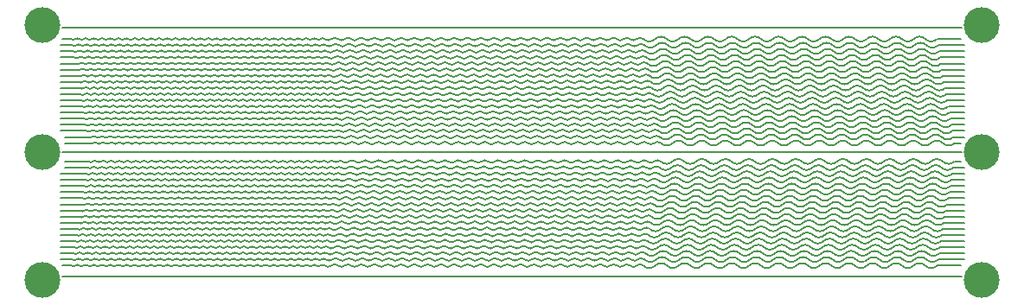
<source format=gbr>
%TF.GenerationSoftware,KiCad,Pcbnew,8.0.3*%
%TF.CreationDate,2025-02-15T08:02:21-06:00*%
%TF.ProjectId,KaptonMCPChevCurvedTruncated,4b617074-6f6e-44d4-9350-436865764375,rev?*%
%TF.SameCoordinates,Original*%
%TF.FileFunction,Copper,L2,Bot*%
%TF.FilePolarity,Positive*%
%FSLAX46Y46*%
G04 Gerber Fmt 4.6, Leading zero omitted, Abs format (unit mm)*
G04 Created by KiCad (PCBNEW 8.0.3) date 2025-02-15 08:02:21*
%MOMM*%
%LPD*%
G01*
G04 APERTURE LIST*
%TA.AperFunction,NonConductor*%
%ADD10C,0.150000*%
%TD*%
%TA.AperFunction,ComponentPad*%
%ADD11C,3.500000*%
%TD*%
%TA.AperFunction,Conductor*%
%ADD12C,0.150000*%
%TD*%
G04 APERTURE END LIST*
D10*
X144100000Y-89800000D02*
G75*
G02*
X144750000Y-89800000I325000J-325001D01*
G01*
X150400000Y-88600000D02*
G75*
G02*
X151050000Y-88600000I325000J-325001D01*
G01*
X116150000Y-103000000D02*
G75*
G02*
X116550000Y-103000000I200000J-199999D01*
G01*
X178300000Y-84400000D02*
G75*
G02*
X179450000Y-84400000I575000J-574999D01*
G01*
X135200000Y-94000000D02*
G75*
G02*
X135850000Y-94000000I325000J-325001D01*
G01*
X120850000Y-86200000D02*
G75*
G02*
X121250000Y-86200000I200000J-199999D01*
G01*
X122450000Y-91000000D02*
G75*
G02*
X122050000Y-91000000I-200000J199999D01*
G01*
X157500000Y-100600000D02*
G75*
G02*
X156850000Y-100600000I-325000J325001D01*
G01*
X133100000Y-98800000D02*
G75*
G02*
X133750000Y-98800000I325000J-325001D01*
G01*
X164700000Y-99400000D02*
G75*
G02*
X165850000Y-99400000I575000J-574999D01*
G01*
X108950000Y-86800000D02*
G75*
G02*
X108550000Y-86800000I-200000J199999D01*
G01*
X156400000Y-85600000D02*
G75*
G02*
X157050000Y-85600000I325000J-325001D01*
G01*
X127750000Y-84400000D02*
G75*
G02*
X127350000Y-84400000I-200000J199999D01*
G01*
X153000000Y-96400000D02*
G75*
G02*
X152350000Y-96400000I-325000J325001D01*
G01*
X120250000Y-102400000D02*
G75*
G02*
X120650000Y-102400000I200000J-199999D01*
G01*
X155100000Y-85600000D02*
G75*
G02*
X155750000Y-85600000I325000J-325001D01*
G01*
X130350000Y-99400000D02*
G75*
G02*
X129950000Y-99400000I-200000J199999D01*
G01*
X154900000Y-84400000D02*
G75*
G02*
X155550000Y-84400000I325000J-325001D01*
G01*
X169000000Y-101200000D02*
G75*
G02*
X170150000Y-101200000I575000J-574999D01*
G01*
X190200000Y-86800000D02*
G75*
G02*
X189050000Y-86800000I-575000J575003D01*
G01*
X155500000Y-88000000D02*
G75*
G02*
X154850000Y-88000000I-325000J325001D01*
G01*
X187600000Y-100000000D02*
G75*
G02*
X188750000Y-100000000I575000J-574999D01*
G01*
X111150000Y-94600000D02*
G75*
G02*
X111550000Y-94600000I200000J-199999D01*
G01*
X160800000Y-96400000D02*
G75*
G02*
X160150000Y-96400000I-325000J325001D01*
G01*
X131250000Y-81400000D02*
G75*
G02*
X131650000Y-81400000I200000J-199999D01*
G01*
X149400000Y-82600000D02*
G75*
G02*
X150050000Y-82600000I325000J-325001D01*
G01*
X160600000Y-97600000D02*
G75*
G02*
X159950000Y-97600000I-325000J325001D01*
G01*
X174500000Y-95800000D02*
G75*
G02*
X175650000Y-95800000I575000J-574999D01*
G01*
X113850000Y-82600000D02*
G75*
G02*
X114250000Y-82600000I200000J-199999D01*
G01*
X159600000Y-81400000D02*
G75*
G02*
X160250000Y-81400000I325000J-325001D01*
G01*
X166700000Y-83800000D02*
G75*
G02*
X167850000Y-83800000I575000J-574999D01*
G01*
X189300000Y-103600000D02*
G75*
G02*
X188150000Y-103600000I-575000J575003D01*
G01*
X113750000Y-82000000D02*
G75*
G02*
X114150000Y-82000000I200000J-199999D01*
G01*
X156600000Y-86800000D02*
G75*
G02*
X155950000Y-86800000I-325000J325001D01*
G01*
X126650000Y-97600000D02*
G75*
G02*
X127050000Y-97600000I200000J-199999D01*
G01*
X187400000Y-83800000D02*
G75*
G02*
X186250000Y-83800000I-575000J575003D01*
G01*
X148600000Y-85600000D02*
G75*
G02*
X149250000Y-85600000I325000J-325001D01*
G01*
X143100000Y-91600000D02*
G75*
G02*
X142450000Y-91600000I-325000J325001D01*
G01*
X113650000Y-91000000D02*
G75*
G02*
X114050000Y-91000000I200000J-199999D01*
G01*
X149500000Y-91000000D02*
G75*
G02*
X148850000Y-91000000I-325000J325001D01*
G01*
X156100000Y-83800000D02*
G75*
G02*
X155450000Y-83800000I-325000J325001D01*
G01*
X187600000Y-85000000D02*
G75*
G02*
X186450000Y-85000000I-575000J575003D01*
G01*
X162400000Y-102400000D02*
G75*
G02*
X161750000Y-102400000I-325000J325001D01*
G01*
X129850000Y-102400000D02*
G75*
G02*
X130250000Y-102400000I200000J-199999D01*
G01*
X112350000Y-83200000D02*
G75*
G02*
X111950000Y-83200000I-200000J199999D01*
G01*
X143100000Y-93400000D02*
G75*
G02*
X143750000Y-93400000I325000J-325001D01*
G01*
X144700000Y-85600000D02*
G75*
G02*
X145350000Y-85600000I325000J-325001D01*
G01*
X142200000Y-86200000D02*
G75*
G02*
X142850000Y-86200000I325000J-325001D01*
G01*
X167100000Y-98800000D02*
G75*
G02*
X165950000Y-98800000I-575000J575003D01*
G01*
X182700000Y-83200000D02*
G75*
G02*
X183850000Y-83200000I575000J-574999D01*
G01*
X122750000Y-83200000D02*
G75*
G02*
X122350000Y-83200000I-200000J199999D01*
G01*
X108250000Y-82600000D02*
G75*
G02*
X108650000Y-82600000I200000J-199999D01*
G01*
X128850000Y-103600000D02*
G75*
G02*
X129250000Y-103600000I200000J-199999D01*
G01*
X167800000Y-94600000D02*
G75*
G02*
X166650000Y-94600000I-575000J575003D01*
G01*
X142800000Y-103000000D02*
G75*
G02*
X143450000Y-103000000I325000J-325001D01*
G01*
X131350000Y-103000000D02*
G75*
G02*
X130950000Y-103000000I-200000J199999D01*
G01*
X124750000Y-99400000D02*
G75*
G02*
X125150000Y-99400000I200000J-199999D01*
G01*
X116150000Y-98200000D02*
G75*
G02*
X116550000Y-98200000I200000J-199999D01*
G01*
X153200000Y-89800000D02*
G75*
G02*
X153850000Y-89800000I325000J-325001D01*
G01*
X112950000Y-91600000D02*
G75*
G02*
X113350000Y-91600000I200000J-199999D01*
G01*
X146500000Y-96400000D02*
G75*
G02*
X145850000Y-96400000I-325000J325001D01*
G01*
X177800000Y-103600000D02*
G75*
G02*
X178950000Y-103600000I575000J-574999D01*
G01*
X192600000Y-87400000D02*
G75*
G02*
X191450000Y-87400000I-575000J575003D01*
G01*
X160900000Y-81400000D02*
G75*
G02*
X160250000Y-81400000I-325000J325001D01*
G01*
X113850000Y-102400000D02*
G75*
G02*
X114250000Y-102400000I200000J-199999D01*
G01*
X178000000Y-102400000D02*
G75*
G02*
X179150000Y-102400000I575000J-574999D01*
G01*
X162500000Y-83200000D02*
G75*
G02*
X163150000Y-83200000I325000J-325001D01*
G01*
X123350000Y-103000000D02*
G75*
G02*
X122950000Y-103000000I-200000J199999D01*
G01*
X118550000Y-93400000D02*
G75*
G02*
X118950000Y-93400000I200000J-199999D01*
G01*
X125550000Y-85600000D02*
G75*
G02*
X125150000Y-85600000I-200000J199999D01*
G01*
X149500000Y-83200000D02*
G75*
G02*
X150150000Y-83200000I325000J-325001D01*
G01*
X114150000Y-89200000D02*
G75*
G02*
X114550000Y-89200000I200000J-199999D01*
G01*
X178200000Y-83800000D02*
G75*
G02*
X177050000Y-83800000I-575000J575003D01*
G01*
X108750000Y-85600000D02*
G75*
G02*
X108350000Y-85600000I-200000J199999D01*
G01*
X128650000Y-85000000D02*
G75*
G02*
X128250000Y-85000000I-200000J199999D01*
G01*
X117150000Y-101800000D02*
G75*
G02*
X116750000Y-101800000I-200000J199999D01*
G01*
X125950000Y-97000000D02*
G75*
G02*
X125550000Y-97000000I-200000J199999D01*
G01*
X112750000Y-99400000D02*
G75*
G02*
X112350000Y-99400000I-200000J199999D01*
G01*
X181600000Y-90400000D02*
G75*
G02*
X180450000Y-90400000I-575000J575003D01*
G01*
X162400000Y-82600000D02*
G75*
G02*
X163050000Y-82600000I325000J-325001D01*
G01*
X120150000Y-98200000D02*
G75*
G02*
X119750000Y-98200000I-200000J199999D01*
G01*
X137800000Y-91000000D02*
G75*
G02*
X138450000Y-91000000I325000J-325001D01*
G01*
X139400000Y-100000000D02*
G75*
G02*
X140050000Y-100000000I325000J-325001D01*
G01*
X184100000Y-93400000D02*
G75*
G02*
X185250000Y-93400000I575000J-574999D01*
G01*
X163700000Y-94600000D02*
G75*
G02*
X163050000Y-94600000I-325000J325001D01*
G01*
X143600000Y-98200000D02*
G75*
G02*
X144250000Y-98200000I325000J-325001D01*
G01*
X154500000Y-95200000D02*
G75*
G02*
X155150000Y-95200000I325000J-325001D01*
G01*
X137800000Y-83200000D02*
G75*
G02*
X138450000Y-83200000I325000J-325001D01*
G01*
X151200000Y-85600000D02*
G75*
G02*
X151850000Y-85600000I325000J-325001D01*
G01*
X123550000Y-88000000D02*
G75*
G02*
X123150000Y-88000000I-200000J199999D01*
G01*
X167900000Y-94000000D02*
G75*
G02*
X166750000Y-94000000I-575000J575003D01*
G01*
X173600000Y-101200000D02*
G75*
G02*
X174750000Y-101200000I575000J-574999D01*
G01*
X125050000Y-102400000D02*
G75*
G02*
X125450000Y-102400000I200000J-199999D01*
G01*
X134000000Y-83800000D02*
G75*
G02*
X134650000Y-83800000I325000J-325001D01*
G01*
X157600000Y-85000000D02*
G75*
G02*
X156950000Y-85000000I-325000J325001D01*
G01*
X159000000Y-85600000D02*
G75*
G02*
X159650000Y-85600000I325000J-325001D01*
G01*
X135200000Y-101800000D02*
G75*
G02*
X135850000Y-101800000I325000J-325001D01*
G01*
X111450000Y-82600000D02*
G75*
G02*
X111850000Y-82600000I200000J-199999D01*
G01*
X115950000Y-85600000D02*
G75*
G02*
X115550000Y-85600000I-200000J199999D01*
G01*
X111250000Y-94000000D02*
G75*
G02*
X111650000Y-94000000I200000J-199999D01*
G01*
X154600000Y-102400000D02*
G75*
G02*
X153950000Y-102400000I-325000J325001D01*
G01*
X138500000Y-97600000D02*
G75*
G02*
X137850000Y-97600000I-325000J325001D01*
G01*
X114350000Y-90400000D02*
G75*
G02*
X113950000Y-90400000I-200000J199999D01*
G01*
X149900000Y-99400000D02*
G75*
G02*
X150550000Y-99400000I325000J-325001D01*
G01*
X119250000Y-94000000D02*
G75*
G02*
X118850000Y-94000000I-200000J199999D01*
G01*
X148000000Y-82000000D02*
G75*
G02*
X147350000Y-82000000I-325000J325001D01*
G01*
X117450000Y-89800000D02*
G75*
G02*
X117850000Y-89800000I200000J-199999D01*
G01*
X161100000Y-82600000D02*
G75*
G02*
X160450000Y-82600000I-325000J325001D01*
G01*
X131350000Y-93400000D02*
G75*
G02*
X130950000Y-93400000I-200000J199999D01*
G01*
X130150000Y-89200000D02*
G75*
G02*
X130550000Y-89200000I200000J-199999D01*
G01*
X153400000Y-91000000D02*
G75*
G02*
X152750000Y-91000000I-325000J325001D01*
G01*
X154000000Y-98200000D02*
G75*
G02*
X153350000Y-98200000I-325000J325001D01*
G01*
X120450000Y-101200000D02*
G75*
G02*
X120850000Y-101200000I200000J-199999D01*
G01*
X172600000Y-91600000D02*
G75*
G02*
X173750000Y-91600000I575000J-574999D01*
G01*
X156400000Y-85600000D02*
G75*
G02*
X155750000Y-85600000I-325000J325001D01*
G01*
X133300000Y-97600000D02*
G75*
G02*
X132650000Y-97600000I-325000J325001D01*
G01*
X128150000Y-82000000D02*
G75*
G02*
X128550000Y-82000000I200000J-199999D01*
G01*
X167600000Y-95800000D02*
G75*
G02*
X168750000Y-95800000I575000J-574999D01*
G01*
X135400000Y-100600000D02*
G75*
G02*
X134750000Y-100600000I-325000J325001D01*
G01*
X131550000Y-83200000D02*
G75*
G02*
X131150000Y-83200000I-200000J199999D01*
G01*
X152100000Y-91000000D02*
G75*
G02*
X152750000Y-91000000I325000J-325001D01*
G01*
X115350000Y-98200000D02*
G75*
G02*
X115750000Y-98200000I200000J-199999D01*
G01*
X145400000Y-89800000D02*
G75*
G02*
X144750000Y-89800000I-325000J325001D01*
G01*
X116050000Y-103600000D02*
G75*
G02*
X116450000Y-103600000I200000J-199999D01*
G01*
X132250000Y-97600000D02*
G75*
G02*
X132650000Y-97600000I200000J-199999D01*
G01*
X153500000Y-91600000D02*
G75*
G02*
X152850000Y-91600000I-325000J325001D01*
G01*
X134000000Y-91600000D02*
G75*
G02*
X134650000Y-91600000I325000J-325001D01*
G01*
X131350000Y-98200000D02*
G75*
G02*
X130950000Y-98200000I-200000J199999D01*
G01*
X190100000Y-86200000D02*
G75*
G02*
X188950000Y-86200000I-575000J575003D01*
G01*
X155700000Y-95800000D02*
G75*
G02*
X156350000Y-95800000I325000J-325001D01*
G01*
X116050000Y-91000000D02*
G75*
G02*
X115650000Y-91000000I-200000J199999D01*
G01*
X123850000Y-85000000D02*
G75*
G02*
X123450000Y-85000000I-200000J199999D01*
G01*
X140200000Y-82000000D02*
G75*
G02*
X139550000Y-82000000I-325000J325001D01*
G01*
X132650000Y-95200000D02*
G75*
G02*
X132250000Y-95200000I-200000J199999D01*
G01*
X163000000Y-86200000D02*
G75*
G02*
X163650000Y-86200000I325000J-325001D01*
G01*
X119250000Y-103600000D02*
G75*
G02*
X119650000Y-103600000I200000J-199999D01*
G01*
X124150000Y-86800000D02*
G75*
G02*
X123750000Y-86800000I-200000J199999D01*
G01*
X120350000Y-88000000D02*
G75*
G02*
X120750000Y-88000000I200000J-199999D01*
G01*
X108350000Y-83200000D02*
G75*
G02*
X108750000Y-83200000I200000J-199999D01*
G01*
X128150000Y-91600000D02*
G75*
G02*
X128550000Y-91600000I200000J-199999D01*
G01*
X120850000Y-91000000D02*
G75*
G02*
X120450000Y-91000000I-200000J199999D01*
G01*
X187900000Y-98200000D02*
G75*
G02*
X189050000Y-98200000I575000J-574999D01*
G01*
X153500000Y-101200000D02*
G75*
G02*
X152850000Y-101200000I-325000J325001D01*
G01*
X151200000Y-99400000D02*
G75*
G02*
X151850000Y-99400000I325000J-325001D01*
G01*
X153400000Y-94000000D02*
G75*
G02*
X152750000Y-94000000I-325000J325001D01*
G01*
X122050000Y-83800000D02*
G75*
G02*
X122450000Y-83800000I200000J-199999D01*
G01*
X114250000Y-95200000D02*
G75*
G02*
X114650000Y-95200000I200000J-199999D01*
G01*
X152800000Y-97600000D02*
G75*
G02*
X153450000Y-97600000I325000J-325001D01*
G01*
X122950000Y-89200000D02*
G75*
G02*
X122550000Y-89200000I-200000J199999D01*
G01*
X164700000Y-85600000D02*
G75*
G02*
X163550000Y-85600000I-575000J575003D01*
G01*
X154200000Y-97000000D02*
G75*
G02*
X154850000Y-97000000I325000J-325001D01*
G01*
X114850000Y-83800000D02*
G75*
G02*
X115250000Y-83800000I200000J-199999D01*
G01*
X156100000Y-83800000D02*
G75*
G02*
X156750000Y-83800000I325000J-325001D01*
G01*
X158700000Y-91600000D02*
G75*
G02*
X159350000Y-91600000I325000J-325001D01*
G01*
X169400000Y-86200000D02*
G75*
G02*
X168250000Y-86200000I-575000J575003D01*
G01*
X117650000Y-103600000D02*
G75*
G02*
X118050000Y-103600000I200000J-199999D01*
G01*
X116950000Y-82000000D02*
G75*
G02*
X116550000Y-82000000I-200000J199999D01*
G01*
X125650000Y-94000000D02*
G75*
G02*
X125250000Y-94000000I-200000J199999D01*
G01*
X116850000Y-81400000D02*
G75*
G02*
X117250000Y-81400000I200000J-199999D01*
G01*
X185700000Y-97600000D02*
G75*
G02*
X184550000Y-97600000I-575000J575003D01*
G01*
X152000000Y-82600000D02*
G75*
G02*
X152650000Y-82600000I325000J-325001D01*
G01*
X122450000Y-81400000D02*
G75*
G02*
X122850000Y-81400000I200000J-199999D01*
G01*
X128550000Y-95800000D02*
G75*
G02*
X128150000Y-95800000I-200000J199999D01*
G01*
X140900000Y-98800000D02*
G75*
G02*
X140250000Y-98800000I-325000J325001D01*
G01*
X123250000Y-86200000D02*
G75*
G02*
X123650000Y-86200000I200000J-199999D01*
G01*
X157800000Y-98800000D02*
G75*
G02*
X158450000Y-98800000I325000J-325001D01*
G01*
X110250000Y-100000000D02*
G75*
G02*
X110650000Y-100000000I200000J-199999D01*
G01*
X120750000Y-85600000D02*
G75*
G02*
X121150000Y-85600000I200000J-199999D01*
G01*
X132650000Y-95200000D02*
G75*
G02*
X133050000Y-95200000I200000J-199999D01*
G01*
X173300000Y-82000000D02*
G75*
G02*
X174450000Y-82000000I575000J-574999D01*
G01*
X118650000Y-82600000D02*
G75*
G02*
X118250000Y-82600000I-200000J199999D01*
G01*
X163700000Y-94600000D02*
G75*
G02*
X164350000Y-94600000I325000J-325001D01*
G01*
X131950000Y-94600000D02*
G75*
G02*
X131550000Y-94600000I-200000J199999D01*
G01*
X189900000Y-85000000D02*
G75*
G02*
X188750000Y-85000000I-575000J575003D01*
G01*
X155100000Y-99400000D02*
G75*
G02*
X155750000Y-99400000I325000J-325001D01*
G01*
X124150000Y-103000000D02*
G75*
G02*
X123750000Y-103000000I-200000J199999D01*
G01*
X159500000Y-88600000D02*
G75*
G02*
X160150000Y-88600000I325000J-325001D01*
G01*
X123350000Y-91600000D02*
G75*
G02*
X123750000Y-91600000I200000J-199999D01*
G01*
X153200000Y-103000000D02*
G75*
G02*
X152550000Y-103000000I-325000J325001D01*
G01*
X108250000Y-102400000D02*
G75*
G02*
X108650000Y-102400000I200000J-199999D01*
G01*
X123450000Y-82600000D02*
G75*
G02*
X123850000Y-82600000I200000J-199999D01*
G01*
X131950000Y-85600000D02*
G75*
G02*
X131550000Y-85600000I-200000J199999D01*
G01*
X145800000Y-84400000D02*
G75*
G02*
X146450000Y-84400000I325000J-325001D01*
G01*
X138800000Y-95800000D02*
G75*
G02*
X139450000Y-95800000I325000J-325001D01*
G01*
X110750000Y-97000000D02*
G75*
G02*
X111150000Y-97000000I200000J-199999D01*
G01*
X129250000Y-96400000D02*
G75*
G02*
X129650000Y-96400000I200000J-199999D01*
G01*
X136300000Y-103000000D02*
G75*
G02*
X136950000Y-103000000I325000J-325001D01*
G01*
X116750000Y-90400000D02*
G75*
G02*
X117150000Y-90400000I200000J-199999D01*
G01*
X119350000Y-82000000D02*
G75*
G02*
X119750000Y-82000000I200000J-199999D01*
G01*
X119250000Y-98800000D02*
G75*
G02*
X118850000Y-98800000I-200000J199999D01*
G01*
X127050000Y-100000000D02*
G75*
G02*
X126650000Y-100000000I-200000J199999D01*
G01*
X140400000Y-83200000D02*
G75*
G02*
X141050000Y-83200000I325000J-325001D01*
G01*
X109650000Y-81400000D02*
G75*
G02*
X109250000Y-81400000I-200000J199999D01*
G01*
X136000000Y-88000000D02*
G75*
G02*
X136650000Y-88000000I325000J-325001D01*
G01*
X183500000Y-88000000D02*
G75*
G02*
X184650000Y-88000000I575000J-574999D01*
G01*
X133700000Y-89800000D02*
G75*
G02*
X133050000Y-89800000I-325000J325001D01*
G01*
X121250000Y-101200000D02*
G75*
G02*
X120850000Y-101200000I-200000J199999D01*
G01*
X126950000Y-100600000D02*
G75*
G02*
X126550000Y-100600000I-200000J199999D01*
G01*
X119350000Y-98200000D02*
G75*
G02*
X119750000Y-98200000I200000J-199999D01*
G01*
X125950000Y-83200000D02*
G75*
G02*
X126350000Y-83200000I200000J-199999D01*
G01*
X183100000Y-85600000D02*
G75*
G02*
X184250000Y-85600000I575000J-574999D01*
G01*
X162800000Y-100000000D02*
G75*
G02*
X163450000Y-100000000I325000J-325001D01*
G01*
X133400000Y-88000000D02*
G75*
G02*
X134050000Y-88000000I325000J-325001D01*
G01*
X131250000Y-103600000D02*
G75*
G02*
X131650000Y-103600000I200000J-199999D01*
G01*
X132050000Y-86200000D02*
G75*
G02*
X131650000Y-86200000I-200000J199999D01*
G01*
X120950000Y-103000000D02*
G75*
G02*
X121350000Y-103000000I200000J-199999D01*
G01*
X116750000Y-94600000D02*
G75*
G02*
X117150000Y-94600000I200000J-199999D01*
G01*
X148500000Y-85000000D02*
G75*
G02*
X149150000Y-85000000I325000J-325001D01*
G01*
X115950000Y-90400000D02*
G75*
G02*
X116350000Y-90400000I200000J-199999D01*
G01*
X134300000Y-99400000D02*
G75*
G02*
X133650000Y-99400000I-325000J325001D01*
G01*
X131850000Y-95200000D02*
G75*
G02*
X132250000Y-95200000I200000J-199999D01*
G01*
X113050000Y-87400000D02*
G75*
G02*
X112650000Y-87400000I-200000J199999D01*
G01*
X109450000Y-100000000D02*
G75*
G02*
X109850000Y-100000000I200000J-199999D01*
G01*
X122150000Y-84400000D02*
G75*
G02*
X121750000Y-84400000I-200000J199999D01*
G01*
X187100000Y-82000000D02*
G75*
G02*
X188250000Y-82000000I575000J-574999D01*
G01*
X150100000Y-98200000D02*
G75*
G02*
X149450000Y-98200000I-325000J325001D01*
G01*
X161900000Y-97600000D02*
G75*
G02*
X162550000Y-97600000I325000J-325001D01*
G01*
X125550000Y-90400000D02*
G75*
G02*
X125950000Y-90400000I200000J-199999D01*
G01*
X160000000Y-101200000D02*
G75*
G02*
X160650000Y-101200000I325000J-325001D01*
G01*
X156800000Y-88000000D02*
G75*
G02*
X156150000Y-88000000I-325000J325001D01*
G01*
X112850000Y-98800000D02*
G75*
G02*
X113250000Y-98800000I200000J-199999D01*
G01*
X130250000Y-95200000D02*
G75*
G02*
X130650000Y-95200000I200000J-199999D01*
G01*
X123550000Y-88000000D02*
G75*
G02*
X123950000Y-88000000I200000J-199999D01*
G01*
X120250000Y-82600000D02*
G75*
G02*
X119850000Y-82600000I-200000J199999D01*
G01*
X148500000Y-100000000D02*
G75*
G02*
X147850000Y-100000000I-325000J325001D01*
G01*
X121350000Y-84400000D02*
G75*
G02*
X120950000Y-84400000I-200000J199999D01*
G01*
X128850000Y-94000000D02*
G75*
G02*
X129250000Y-94000000I200000J-199999D01*
G01*
X135400000Y-84400000D02*
G75*
G02*
X134750000Y-84400000I-325000J325001D01*
G01*
X172300000Y-89800000D02*
G75*
G02*
X171150000Y-89800000I-575000J575003D01*
G01*
X119250000Y-86200000D02*
G75*
G02*
X118850000Y-86200000I-200000J199999D01*
G01*
X130150000Y-89200000D02*
G75*
G02*
X129750000Y-89200000I-200000J199999D01*
G01*
X123950000Y-94600000D02*
G75*
G02*
X123550000Y-94600000I-200000J199999D01*
G01*
X160200000Y-100000000D02*
G75*
G02*
X160850000Y-100000000I325000J-325001D01*
G01*
X169000000Y-83800000D02*
G75*
G02*
X167850000Y-83800000I-575000J575003D01*
G01*
X124950000Y-103000000D02*
G75*
G02*
X125350000Y-103000000I200000J-199999D01*
G01*
X157400000Y-101200000D02*
G75*
G02*
X156750000Y-101200000I-325000J325001D01*
G01*
X117250000Y-101200000D02*
G75*
G02*
X116850000Y-101200000I-200000J199999D01*
G01*
X156600000Y-98200000D02*
G75*
G02*
X157250000Y-98200000I325000J-325001D01*
G01*
X174800000Y-91000000D02*
G75*
G02*
X175950000Y-91000000I575000J-574999D01*
G01*
X118250000Y-89800000D02*
G75*
G02*
X117850000Y-89800000I-200000J199999D01*
G01*
X117850000Y-87400000D02*
G75*
G02*
X117450000Y-87400000I-200000J199999D01*
G01*
X154500000Y-103000000D02*
G75*
G02*
X153850000Y-103000000I-325000J325001D01*
G01*
X164300000Y-83200000D02*
G75*
G02*
X165450000Y-83200000I575000J-574999D01*
G01*
X134800000Y-96400000D02*
G75*
G02*
X134150000Y-96400000I-325000J325001D01*
G01*
X160000000Y-93400000D02*
G75*
G02*
X160650000Y-93400000I325000J-325001D01*
G01*
X130550000Y-82000000D02*
G75*
G02*
X130150000Y-82000000I-200000J199999D01*
G01*
X146900000Y-83200000D02*
G75*
G02*
X147550000Y-83200000I325000J-325001D01*
G01*
X187000000Y-103600000D02*
G75*
G02*
X185850000Y-103600000I-575000J575003D01*
G01*
X137600000Y-89800000D02*
G75*
G02*
X138250000Y-89800000I325000J-325001D01*
G01*
X117050000Y-97600000D02*
G75*
G02*
X117450000Y-97600000I200000J-199999D01*
G01*
X143200000Y-100600000D02*
G75*
G02*
X142550000Y-100600000I-325000J325001D01*
G01*
X145500000Y-82600000D02*
G75*
G02*
X146150000Y-82600000I325000J-325001D01*
G01*
X110850000Y-88600000D02*
G75*
G02*
X110450000Y-88600000I-200000J199999D01*
G01*
X112050000Y-91000000D02*
G75*
G02*
X111650000Y-91000000I-200000J199999D01*
G01*
X130550000Y-98200000D02*
G75*
G02*
X130150000Y-98200000I-200000J199999D01*
G01*
X165600000Y-94000000D02*
G75*
G02*
X164450000Y-94000000I-575000J575003D01*
G01*
X137700000Y-94600000D02*
G75*
G02*
X138350000Y-94600000I325000J-325001D01*
G01*
X132500000Y-102400000D02*
G75*
G02*
X131850000Y-102400000I-325000J325001D01*
G01*
X121250000Y-83800000D02*
G75*
G02*
X120850000Y-83800000I-200000J199999D01*
G01*
X121050000Y-82600000D02*
G75*
G02*
X120650000Y-82600000I-200000J199999D01*
G01*
X114350000Y-99400000D02*
G75*
G02*
X114750000Y-99400000I200000J-199999D01*
G01*
X130250000Y-85000000D02*
G75*
G02*
X130650000Y-85000000I200000J-199999D01*
G01*
X113650000Y-94000000D02*
G75*
G02*
X113250000Y-94000000I-200000J199999D01*
G01*
X149200000Y-81400000D02*
G75*
G02*
X149850000Y-81400000I325000J-325001D01*
G01*
X184800000Y-82000000D02*
G75*
G02*
X183650000Y-82000000I-575000J575003D01*
G01*
X112850000Y-86200000D02*
G75*
G02*
X112450000Y-86200000I-200000J199999D01*
G01*
X178100000Y-83200000D02*
G75*
G02*
X179250000Y-83200000I575000J-574999D01*
G01*
X129850000Y-102400000D02*
G75*
G02*
X129450000Y-102400000I-200000J199999D01*
G01*
X109650000Y-103600000D02*
G75*
G02*
X110050000Y-103600000I200000J-199999D01*
G01*
X176600000Y-88000000D02*
G75*
G02*
X177750000Y-88000000I575000J-574999D01*
G01*
X118950000Y-100600000D02*
G75*
G02*
X118550000Y-100600000I-200000J199999D01*
G01*
X175900000Y-83800000D02*
G75*
G02*
X174750000Y-83800000I-575000J575003D01*
G01*
X188200000Y-96400000D02*
G75*
G02*
X189350000Y-96400000I575000J-574999D01*
G01*
X129150000Y-83200000D02*
G75*
G02*
X129550000Y-83200000I200000J-199999D01*
G01*
X140200000Y-95200000D02*
G75*
G02*
X140850000Y-95200000I325000J-325001D01*
G01*
X164200000Y-82600000D02*
G75*
G02*
X163050000Y-82600000I-575000J575003D01*
G01*
X187700000Y-99400000D02*
G75*
G02*
X186550000Y-99400000I-575000J575003D01*
G01*
X141300000Y-88600000D02*
G75*
G02*
X141950000Y-88600000I325000J-325001D01*
G01*
X144700000Y-99400000D02*
G75*
G02*
X145350000Y-99400000I325000J-325001D01*
G01*
X127250000Y-98800000D02*
G75*
G02*
X126850000Y-98800000I-200000J199999D01*
G01*
X121150000Y-88000000D02*
G75*
G02*
X121550000Y-88000000I200000J-199999D01*
G01*
X180700000Y-100000000D02*
G75*
G02*
X181850000Y-100000000I575000J-574999D01*
G01*
X185000000Y-101800000D02*
G75*
G02*
X186150000Y-101800000I575000J-574999D01*
G01*
X155300000Y-86800000D02*
G75*
G02*
X155950000Y-86800000I325000J-325001D01*
G01*
X116850000Y-91000000D02*
G75*
G02*
X117250000Y-91000000I200000J-199999D01*
G01*
X126450000Y-103600000D02*
G75*
G02*
X126850000Y-103600000I200000J-199999D01*
G01*
X165300000Y-95800000D02*
G75*
G02*
X164150000Y-95800000I-575000J575003D01*
G01*
X162700000Y-84400000D02*
G75*
G02*
X162050000Y-84400000I-325000J325001D01*
G01*
X122350000Y-90400000D02*
G75*
G02*
X121950000Y-90400000I-200000J199999D01*
G01*
X131650000Y-88600000D02*
G75*
G02*
X132050000Y-88600000I200000J-199999D01*
G01*
X128950000Y-103000000D02*
G75*
G02*
X128550000Y-103000000I-200000J199999D01*
G01*
X146900000Y-94000000D02*
G75*
G02*
X147550000Y-94000000I325000J-325001D01*
G01*
X130450000Y-91000000D02*
G75*
G02*
X130050000Y-91000000I-200000J199999D01*
G01*
X136600000Y-101200000D02*
G75*
G02*
X135950000Y-101200000I-325000J325001D01*
G01*
X110250000Y-95200000D02*
G75*
G02*
X110650000Y-95200000I200000J-199999D01*
G01*
X189900000Y-85000000D02*
G75*
G02*
X191050000Y-85000000I575000J-574999D01*
G01*
X111250000Y-81400000D02*
G75*
G02*
X111650000Y-81400000I200000J-199999D01*
G01*
X112850000Y-91000000D02*
G75*
G02*
X113250000Y-91000000I200000J-199999D01*
G01*
X161800000Y-98200000D02*
G75*
G02*
X162450000Y-98200000I325000J-325001D01*
G01*
X183000000Y-85000000D02*
G75*
G02*
X184150000Y-85000000I575000J-574999D01*
G01*
X146000000Y-85600000D02*
G75*
G02*
X146650000Y-85600000I325000J-325001D01*
G01*
X152000000Y-94600000D02*
G75*
G02*
X152650000Y-94600000I325000J-325001D01*
G01*
X140900000Y-86200000D02*
G75*
G02*
X140250000Y-86200000I-325000J325001D01*
G01*
X167000000Y-99400000D02*
G75*
G02*
X168150000Y-99400000I575000J-574999D01*
G01*
X162200000Y-89200000D02*
G75*
G02*
X161550000Y-89200000I-325000J325001D01*
G01*
X124650000Y-95200000D02*
G75*
G02*
X125050000Y-95200000I200000J-199999D01*
G01*
X111950000Y-94600000D02*
G75*
G02*
X112350000Y-94600000I200000J-199999D01*
G01*
X129450000Y-95200000D02*
G75*
G02*
X129850000Y-95200000I200000J-199999D01*
G01*
X192100000Y-100600000D02*
G75*
G02*
X190950000Y-100600000I-575000J575003D01*
G01*
X139900000Y-88000000D02*
G75*
G02*
X139250000Y-88000000I-325000J325001D01*
G01*
X186100000Y-89800000D02*
G75*
G02*
X187250000Y-89800000I575000J-574999D01*
G01*
X146100000Y-98800000D02*
G75*
G02*
X146750000Y-98800000I325000J-325001D01*
G01*
X137500000Y-103600000D02*
G75*
G02*
X138150000Y-103600000I325000J-325001D01*
G01*
X171900000Y-97600000D02*
G75*
G02*
X170750000Y-97600000I-575000J575003D01*
G01*
X185700000Y-87400000D02*
G75*
G02*
X184550000Y-87400000I-575000J575003D01*
G01*
X179100000Y-95800000D02*
G75*
G02*
X180250000Y-95800000I575000J-574999D01*
G01*
X193100000Y-94600000D02*
G75*
G02*
X191950000Y-94600000I-575000J575003D01*
G01*
X141800000Y-101200000D02*
G75*
G02*
X142450000Y-101200000I325000J-325001D01*
G01*
X110450000Y-98800000D02*
G75*
G02*
X110050000Y-98800000I-200000J199999D01*
G01*
X185900000Y-96400000D02*
G75*
G02*
X184750000Y-96400000I-575000J575003D01*
G01*
X157100000Y-89800000D02*
G75*
G02*
X157750000Y-89800000I325000J-325001D01*
G01*
X163300000Y-88000000D02*
G75*
G02*
X162650000Y-88000000I-325000J325001D01*
G01*
X116650000Y-89800000D02*
G75*
G02*
X117050000Y-89800000I200000J-199999D01*
G01*
X133600000Y-95800000D02*
G75*
G02*
X134250000Y-95800000I325000J-325001D01*
G01*
X136400000Y-82600000D02*
G75*
G02*
X137050000Y-82600000I325000J-325001D01*
G01*
X128150000Y-86800000D02*
G75*
G02*
X128550000Y-86800000I200000J-199999D01*
G01*
X108950000Y-91600000D02*
G75*
G02*
X109350000Y-91600000I200000J-199999D01*
G01*
X114050000Y-96400000D02*
G75*
G02*
X113650000Y-96400000I-200000J199999D01*
G01*
X147200000Y-85000000D02*
G75*
G02*
X146550000Y-85000000I-325000J325001D01*
G01*
X133900000Y-94000000D02*
G75*
G02*
X133250000Y-94000000I-325000J325001D01*
G01*
X162700000Y-100600000D02*
G75*
G02*
X162050000Y-100600000I-325000J325001D01*
G01*
X185400000Y-85600000D02*
G75*
G02*
X184250000Y-85600000I-575000J575003D01*
G01*
X139900000Y-97000000D02*
G75*
G02*
X140550000Y-97000000I325000J-325001D01*
G01*
X144600000Y-85000000D02*
G75*
G02*
X143950000Y-85000000I-325000J325001D01*
G01*
X124150000Y-86800000D02*
G75*
G02*
X124550000Y-86800000I200000J-199999D01*
G01*
X158500000Y-90400000D02*
G75*
G02*
X157850000Y-90400000I-325000J325001D01*
G01*
X114050000Y-96400000D02*
G75*
G02*
X114450000Y-96400000I200000J-199999D01*
G01*
X164100000Y-103000000D02*
G75*
G02*
X165250000Y-103000000I575000J-574999D01*
G01*
X115650000Y-88600000D02*
G75*
G02*
X115250000Y-88600000I-200000J199999D01*
G01*
X164700000Y-85600000D02*
G75*
G02*
X165850000Y-85600000I575000J-574999D01*
G01*
X134800000Y-88600000D02*
G75*
G02*
X135450000Y-88600000I325000J-325001D01*
G01*
X148900000Y-97600000D02*
G75*
G02*
X149550000Y-97600000I325000J-325001D01*
G01*
X133700000Y-103000000D02*
G75*
G02*
X134350000Y-103000000I325000J-325001D01*
G01*
X110450000Y-91000000D02*
G75*
G02*
X110050000Y-91000000I-200000J199999D01*
G01*
X150600000Y-95200000D02*
G75*
G02*
X151250000Y-95200000I325000J-325001D01*
G01*
X174400000Y-88600000D02*
G75*
G02*
X173250000Y-88600000I-575000J575003D01*
G01*
X126650000Y-97600000D02*
G75*
G02*
X126250000Y-97600000I-200000J199999D01*
G01*
X112650000Y-95200000D02*
G75*
G02*
X113050000Y-95200000I200000J-199999D01*
G01*
X121650000Y-103600000D02*
G75*
G02*
X122050000Y-103600000I200000J-199999D01*
G01*
X161200000Y-83200000D02*
G75*
G02*
X161850000Y-83200000I325000J-325001D01*
G01*
X126050000Y-96400000D02*
G75*
G02*
X125650000Y-96400000I-200000J199999D01*
G01*
X140400000Y-91000000D02*
G75*
G02*
X139750000Y-91000000I-325000J325001D01*
G01*
X180600000Y-100600000D02*
G75*
G02*
X181750000Y-100600000I575000J-574999D01*
G01*
X162300000Y-89800000D02*
G75*
G02*
X161650000Y-89800000I-325000J325001D01*
G01*
X115850000Y-89800000D02*
G75*
G02*
X115450000Y-89800000I-200000J199999D01*
G01*
X162400000Y-94600000D02*
G75*
G02*
X163050000Y-94600000I325000J-325001D01*
G01*
X126450000Y-91000000D02*
G75*
G02*
X126050000Y-91000000I-200000J199999D01*
G01*
X144100000Y-95200000D02*
G75*
G02*
X144750000Y-95200000I325000J-325001D01*
G01*
X159400000Y-97000000D02*
G75*
G02*
X160050000Y-97000000I325000J-325001D01*
G01*
X108850000Y-91000000D02*
G75*
G02*
X109250000Y-91000000I200000J-199999D01*
G01*
X140200000Y-95200000D02*
G75*
G02*
X139550000Y-95200000I-325000J325001D01*
G01*
X182600000Y-102400000D02*
G75*
G02*
X183750000Y-102400000I575000J-574999D01*
G01*
X110650000Y-97600000D02*
G75*
G02*
X110250000Y-97600000I-200000J199999D01*
G01*
X154500000Y-82000000D02*
G75*
G02*
X155150000Y-82000000I325000J-325001D01*
G01*
X155900000Y-94600000D02*
G75*
G02*
X155250000Y-94600000I-325000J325001D01*
G01*
X180100000Y-103600000D02*
G75*
G02*
X178950000Y-103600000I-575000J575003D01*
G01*
X179300000Y-94600000D02*
G75*
G02*
X180450000Y-94600000I575000J-574999D01*
G01*
X131750000Y-89200000D02*
G75*
G02*
X131350000Y-89200000I-200000J199999D01*
G01*
X191800000Y-82600000D02*
G75*
G02*
X190650000Y-82600000I-575000J575003D01*
G01*
X188700000Y-91600000D02*
G75*
G02*
X189850000Y-91600000I575000J-574999D01*
G01*
X144100000Y-103000000D02*
G75*
G02*
X143450000Y-103000000I-325000J325001D01*
G01*
X117250000Y-83800000D02*
G75*
G02*
X116850000Y-83800000I-200000J199999D01*
G01*
X126650000Y-102400000D02*
G75*
G02*
X127050000Y-102400000I200000J-199999D01*
G01*
X133600000Y-103600000D02*
G75*
G02*
X134250000Y-103600000I325000J-325001D01*
G01*
X111250000Y-91000000D02*
G75*
G02*
X110850000Y-91000000I-200000J199999D01*
G01*
X154700000Y-83200000D02*
G75*
G02*
X155350000Y-83200000I325000J-325001D01*
G01*
X118950000Y-89200000D02*
G75*
G02*
X118550000Y-89200000I-200000J199999D01*
G01*
X110350000Y-85600000D02*
G75*
G02*
X110750000Y-85600000I200000J-199999D01*
G01*
X121850000Y-82600000D02*
G75*
G02*
X122250000Y-82600000I200000J-199999D01*
G01*
X112550000Y-95800000D02*
G75*
G02*
X112950000Y-95800000I200000J-199999D01*
G01*
X120950000Y-98200000D02*
G75*
G02*
X121350000Y-98200000I200000J-199999D01*
G01*
X124050000Y-81400000D02*
G75*
G02*
X124450000Y-81400000I200000J-199999D01*
G01*
X163800000Y-91000000D02*
G75*
G02*
X163150000Y-91000000I-325000J325001D01*
G01*
X189300000Y-103600000D02*
G75*
G02*
X190450000Y-103600000I575000J-574999D01*
G01*
X110950000Y-89200000D02*
G75*
G02*
X111350000Y-89200000I200000J-199999D01*
G01*
X138200000Y-85600000D02*
G75*
G02*
X137550000Y-85600000I-325000J325001D01*
G01*
X131350000Y-91600000D02*
G75*
G02*
X130950000Y-91600000I-200000J199999D01*
G01*
X187500000Y-100600000D02*
G75*
G02*
X188650000Y-100600000I575000J-574999D01*
G01*
X140800000Y-85600000D02*
G75*
G02*
X141450000Y-85600000I325000J-325001D01*
G01*
X137500000Y-89200000D02*
G75*
G02*
X136850000Y-89200000I-325000J325001D01*
G01*
X118150000Y-95800000D02*
G75*
G02*
X118550000Y-95800000I200000J-199999D01*
G01*
X150700000Y-90400000D02*
G75*
G02*
X151350000Y-90400000I325000J-325001D01*
G01*
X122250000Y-100000000D02*
G75*
G02*
X121850000Y-100000000I-200000J199999D01*
G01*
X182400000Y-103600000D02*
G75*
G02*
X183550000Y-103600000I575000J-574999D01*
G01*
X174500000Y-89200000D02*
G75*
G02*
X173350000Y-89200000I-575000J575003D01*
G01*
X145200000Y-96400000D02*
G75*
G02*
X144550000Y-96400000I-325000J325001D01*
G01*
X180500000Y-101200000D02*
G75*
G02*
X179350000Y-101200000I-575000J575003D01*
G01*
X108450000Y-83800000D02*
G75*
G02*
X108050000Y-83800000I-200000J199999D01*
G01*
X121350000Y-89200000D02*
G75*
G02*
X120950000Y-89200000I-200000J199999D01*
G01*
X123650000Y-88600000D02*
G75*
G02*
X123250000Y-88600000I-200000J199999D01*
G01*
X116050000Y-98800000D02*
G75*
G02*
X115650000Y-98800000I-200000J199999D01*
G01*
X165300000Y-89200000D02*
G75*
G02*
X166450000Y-89200000I575000J-574999D01*
G01*
X134100000Y-84400000D02*
G75*
G02*
X134750000Y-84400000I325000J-325001D01*
G01*
X156500000Y-98800000D02*
G75*
G02*
X155850000Y-98800000I-325000J325001D01*
G01*
X149200000Y-103600000D02*
G75*
G02*
X148550000Y-103600000I-325000J325001D01*
G01*
X128550000Y-84400000D02*
G75*
G02*
X128950000Y-84400000I200000J-199999D01*
G01*
X139100000Y-101800000D02*
G75*
G02*
X138450000Y-101800000I-325000J325001D01*
G01*
X126050000Y-101200000D02*
G75*
G02*
X126450000Y-101200000I200000J-199999D01*
G01*
X130550000Y-103000000D02*
G75*
G02*
X130950000Y-103000000I200000J-199999D01*
G01*
X163500000Y-89200000D02*
G75*
G02*
X162850000Y-89200000I-325000J325001D01*
G01*
X127050000Y-89800000D02*
G75*
G02*
X126650000Y-89800000I-200000J199999D01*
G01*
X137700000Y-82600000D02*
G75*
G02*
X138350000Y-82600000I325000J-325001D01*
G01*
X121450000Y-89800000D02*
G75*
G02*
X121050000Y-89800000I-200000J199999D01*
G01*
X109550000Y-94600000D02*
G75*
G02*
X109150000Y-94600000I-200000J199999D01*
G01*
X127850000Y-100000000D02*
G75*
G02*
X128250000Y-100000000I200000J-199999D01*
G01*
X125150000Y-83200000D02*
G75*
G02*
X125550000Y-83200000I200000J-199999D01*
G01*
X150900000Y-83800000D02*
G75*
G02*
X150250000Y-83800000I-325000J325001D01*
G01*
X172500000Y-94000000D02*
G75*
G02*
X173650000Y-94000000I575000J-574999D01*
G01*
X176400000Y-86800000D02*
G75*
G02*
X177550000Y-86800000I575000J-574999D01*
G01*
X156300000Y-85000000D02*
G75*
G02*
X156950000Y-85000000I325000J-325001D01*
G01*
X180600000Y-100600000D02*
G75*
G02*
X179450000Y-100600000I-575000J575003D01*
G01*
X133900000Y-91000000D02*
G75*
G02*
X133250000Y-91000000I-325000J325001D01*
G01*
X161600000Y-85600000D02*
G75*
G02*
X162250000Y-85600000I325000J-325001D01*
G01*
X178300000Y-100600000D02*
G75*
G02*
X177150000Y-100600000I-575000J575003D01*
G01*
X156500000Y-86200000D02*
G75*
G02*
X155850000Y-86200000I-325000J325001D01*
G01*
X136500000Y-83200000D02*
G75*
G02*
X137150000Y-83200000I325000J-325001D01*
G01*
X161000000Y-103000000D02*
G75*
G02*
X161650000Y-103000000I325000J-325001D01*
G01*
X180400000Y-101800000D02*
G75*
G02*
X179250000Y-101800000I-575000J575003D01*
G01*
X117750000Y-98200000D02*
G75*
G02*
X118150000Y-98200000I200000J-199999D01*
G01*
X134500000Y-98200000D02*
G75*
G02*
X135150000Y-98200000I325000J-325001D01*
G01*
X162200000Y-81400000D02*
G75*
G02*
X161550000Y-81400000I-325000J325001D01*
G01*
X126450000Y-81400000D02*
G75*
G02*
X126850000Y-81400000I200000J-199999D01*
G01*
X124950000Y-103000000D02*
G75*
G02*
X124550000Y-103000000I-200000J199999D01*
G01*
X120050000Y-94000000D02*
G75*
G02*
X120450000Y-94000000I200000J-199999D01*
G01*
X171600000Y-99400000D02*
G75*
G02*
X170450000Y-99400000I-575000J575003D01*
G01*
X155900000Y-90400000D02*
G75*
G02*
X156550000Y-90400000I325000J-325001D01*
G01*
X124050000Y-91000000D02*
G75*
G02*
X123650000Y-91000000I-200000J199999D01*
G01*
X183300000Y-86800000D02*
G75*
G02*
X184450000Y-86800000I575000J-574999D01*
G01*
X127850000Y-95200000D02*
G75*
G02*
X127450000Y-95200000I-200000J199999D01*
G01*
X151900000Y-103000000D02*
G75*
G02*
X152550000Y-103000000I325000J-325001D01*
G01*
X152200000Y-91600000D02*
G75*
G02*
X152850000Y-91600000I325000J-325001D01*
G01*
X183100000Y-99400000D02*
G75*
G02*
X181950000Y-99400000I-575000J575003D01*
G01*
X114450000Y-86200000D02*
G75*
G02*
X114050000Y-86200000I-200000J199999D01*
G01*
X118550000Y-91600000D02*
G75*
G02*
X118950000Y-91600000I200000J-199999D01*
G01*
X150600000Y-95200000D02*
G75*
G02*
X149950000Y-95200000I-325000J325001D01*
G01*
X129750000Y-91600000D02*
G75*
G02*
X130150000Y-91600000I200000J-199999D01*
G01*
X125650000Y-86200000D02*
G75*
G02*
X126050000Y-86200000I200000J-199999D01*
G01*
X114350000Y-90400000D02*
G75*
G02*
X114750000Y-90400000I200000J-199999D01*
G01*
X128450000Y-96400000D02*
G75*
G02*
X128850000Y-96400000I200000J-199999D01*
G01*
X148000000Y-95200000D02*
G75*
G02*
X148650000Y-95200000I325000J-325001D01*
G01*
X131350000Y-103000000D02*
G75*
G02*
X131750000Y-103000000I200000J-199999D01*
G01*
X117650000Y-91000000D02*
G75*
G02*
X118050000Y-91000000I200000J-199999D01*
G01*
X191700000Y-82000000D02*
G75*
G02*
X190550000Y-82000000I-575000J575003D01*
G01*
X121850000Y-97600000D02*
G75*
G02*
X121450000Y-97600000I-200000J199999D01*
G01*
X128750000Y-90400000D02*
G75*
G02*
X128350000Y-90400000I-200000J199999D01*
G01*
X119350000Y-86800000D02*
G75*
G02*
X118950000Y-86800000I-200000J199999D01*
G01*
X112150000Y-98200000D02*
G75*
G02*
X112550000Y-98200000I200000J-199999D01*
G01*
X135800000Y-86800000D02*
G75*
G02*
X135150000Y-86800000I-325000J325001D01*
G01*
X144500000Y-84400000D02*
G75*
G02*
X143850000Y-84400000I-325000J325001D01*
G01*
X131250000Y-86200000D02*
G75*
G02*
X130850000Y-86200000I-200000J199999D01*
G01*
X129550000Y-99400000D02*
G75*
G02*
X129150000Y-99400000I-200000J199999D01*
G01*
X129950000Y-83200000D02*
G75*
G02*
X129550000Y-83200000I-200000J199999D01*
G01*
X133000000Y-99400000D02*
G75*
G02*
X132350000Y-99400000I-325000J325001D01*
G01*
X177900000Y-82000000D02*
G75*
G02*
X179050000Y-82000000I575000J-574999D01*
G01*
X146100000Y-98800000D02*
G75*
G02*
X145450000Y-98800000I-325000J325001D01*
G01*
X115650000Y-83800000D02*
G75*
G02*
X115250000Y-83800000I-200000J199999D01*
G01*
X147100000Y-100600000D02*
G75*
G02*
X147750000Y-100600000I325000J-325001D01*
G01*
X160900000Y-95800000D02*
G75*
G02*
X160250000Y-95800000I-325000J325001D01*
G01*
X162900000Y-99400000D02*
G75*
G02*
X163550000Y-99400000I325000J-325001D01*
G01*
X149300000Y-82000000D02*
G75*
G02*
X148650000Y-82000000I-325000J325001D01*
G01*
X149500000Y-94000000D02*
G75*
G02*
X150150000Y-94000000I325000J-325001D01*
G01*
X123550000Y-101800000D02*
G75*
G02*
X123150000Y-101800000I-200000J199999D01*
G01*
X146400000Y-88000000D02*
G75*
G02*
X147050000Y-88000000I325000J-325001D01*
G01*
X149800000Y-100000000D02*
G75*
G02*
X150450000Y-100000000I325000J-325001D01*
G01*
X140000000Y-96400000D02*
G75*
G02*
X139350000Y-96400000I-325000J325001D01*
G01*
X176300000Y-98800000D02*
G75*
G02*
X175150000Y-98800000I-575000J575003D01*
G01*
X137000000Y-98800000D02*
G75*
G02*
X137650000Y-98800000I325000J-325001D01*
G01*
X120850000Y-94000000D02*
G75*
G02*
X121250000Y-94000000I200000J-199999D01*
G01*
X117550000Y-90400000D02*
G75*
G02*
X117950000Y-90400000I200000J-199999D01*
G01*
X128050000Y-86200000D02*
G75*
G02*
X127650000Y-86200000I-200000J199999D01*
G01*
X138100000Y-100000000D02*
G75*
G02*
X137450000Y-100000000I-325000J325001D01*
G01*
X135800000Y-98200000D02*
G75*
G02*
X135150000Y-98200000I-325000J325001D01*
G01*
X119850000Y-85000000D02*
G75*
G02*
X119450000Y-85000000I-200000J199999D01*
G01*
X134000000Y-93400000D02*
G75*
G02*
X134650000Y-93400000I325000J-325001D01*
G01*
X121150000Y-88000000D02*
G75*
G02*
X120750000Y-88000000I-200000J199999D01*
G01*
X108150000Y-86800000D02*
G75*
G02*
X107750000Y-86800000I-200000J199999D01*
G01*
X162300000Y-95200000D02*
G75*
G02*
X161650000Y-95200000I-325000J325001D01*
G01*
X153500000Y-91600000D02*
G75*
G02*
X154150000Y-91600000I325000J-325001D01*
G01*
X127950000Y-85600000D02*
G75*
G02*
X128350000Y-85600000I200000J-199999D01*
G01*
X113650000Y-103600000D02*
G75*
G02*
X114050000Y-103600000I200000J-199999D01*
G01*
X131050000Y-85000000D02*
G75*
G02*
X131450000Y-85000000I200000J-199999D01*
G01*
X139400000Y-85000000D02*
G75*
G02*
X140050000Y-85000000I325000J-325001D01*
G01*
X129650000Y-86200000D02*
G75*
G02*
X129250000Y-86200000I-200000J199999D01*
G01*
X188300000Y-89200000D02*
G75*
G02*
X189450000Y-89200000I575000J-574999D01*
G01*
X137700000Y-102400000D02*
G75*
G02*
X137050000Y-102400000I-325000J325001D01*
G01*
X126350000Y-99400000D02*
G75*
G02*
X125950000Y-99400000I-200000J199999D01*
G01*
X167400000Y-88000000D02*
G75*
G02*
X168550000Y-88000000I575000J-574999D01*
G01*
X117650000Y-86200000D02*
G75*
G02*
X118050000Y-86200000I200000J-199999D01*
G01*
X178200000Y-101200000D02*
G75*
G02*
X179350000Y-101200000I575000J-574999D01*
G01*
X152900000Y-97000000D02*
G75*
G02*
X152250000Y-97000000I-325000J325001D01*
G01*
X131150000Y-90400000D02*
G75*
G02*
X130750000Y-90400000I-200000J199999D01*
G01*
X115550000Y-97000000D02*
G75*
G02*
X115150000Y-97000000I-200000J199999D01*
G01*
X158900000Y-85000000D02*
G75*
G02*
X158250000Y-85000000I-325000J325001D01*
G01*
X173200000Y-103600000D02*
G75*
G02*
X174350000Y-103600000I575000J-574999D01*
G01*
X109850000Y-87400000D02*
G75*
G02*
X110250000Y-87400000I200000J-199999D01*
G01*
X175800000Y-83200000D02*
G75*
G02*
X174650000Y-83200000I-575000J575003D01*
G01*
X173500000Y-101800000D02*
G75*
G02*
X172350000Y-101800000I-575000J575003D01*
G01*
X183400000Y-97600000D02*
G75*
G02*
X182250000Y-97600000I-575000J575003D01*
G01*
X112150000Y-98200000D02*
G75*
G02*
X111750000Y-98200000I-200000J199999D01*
G01*
X146600000Y-89200000D02*
G75*
G02*
X147250000Y-89200000I325000J-325001D01*
G01*
X122050000Y-83800000D02*
G75*
G02*
X121650000Y-83800000I-200000J199999D01*
G01*
X187000000Y-103600000D02*
G75*
G02*
X188150000Y-103600000I575000J-574999D01*
G01*
X176300000Y-86200000D02*
G75*
G02*
X177450000Y-86200000I575000J-574999D01*
G01*
X114250000Y-89800000D02*
G75*
G02*
X113850000Y-89800000I-200000J199999D01*
G01*
X113450000Y-89800000D02*
G75*
G02*
X113850000Y-89800000I200000J-199999D01*
G01*
X124050000Y-94000000D02*
G75*
G02*
X123650000Y-94000000I-200000J199999D01*
G01*
X121250000Y-96400000D02*
G75*
G02*
X121650000Y-96400000I200000J-199999D01*
G01*
X188200000Y-88600000D02*
G75*
G02*
X187050000Y-88600000I-575000J575003D01*
G01*
X130650000Y-102400000D02*
G75*
G02*
X130250000Y-102400000I-200000J199999D01*
G01*
X121750000Y-86800000D02*
G75*
G02*
X121350000Y-86800000I-200000J199999D01*
G01*
X119250000Y-81400000D02*
G75*
G02*
X119650000Y-81400000I200000J-199999D01*
G01*
X124650000Y-100000000D02*
G75*
G02*
X125050000Y-100000000I200000J-199999D01*
G01*
X132550000Y-95800000D02*
G75*
G02*
X132150000Y-95800000I-200000J199999D01*
G01*
X127250000Y-91000000D02*
G75*
G02*
X126850000Y-91000000I-200000J199999D01*
G01*
X122350000Y-99400000D02*
G75*
G02*
X121950000Y-99400000I-200000J199999D01*
G01*
X159400000Y-88000000D02*
G75*
G02*
X160050000Y-88000000I325000J-325001D01*
G01*
X172000000Y-88000000D02*
G75*
G02*
X173150000Y-88000000I575000J-574999D01*
G01*
X149000000Y-88000000D02*
G75*
G02*
X148350000Y-88000000I-325000J325001D01*
G01*
X171900000Y-97600000D02*
G75*
G02*
X173050000Y-97600000I575000J-574999D01*
G01*
X108850000Y-91000000D02*
G75*
G02*
X108450000Y-91000000I-200000J199999D01*
G01*
X140100000Y-95800000D02*
G75*
G02*
X139450000Y-95800000I-325000J325001D01*
G01*
X155900000Y-82600000D02*
G75*
G02*
X155250000Y-82600000I-325000J325001D01*
G01*
X116050000Y-81400000D02*
G75*
G02*
X115650000Y-81400000I-200000J199999D01*
G01*
X118450000Y-98800000D02*
G75*
G02*
X118850000Y-98800000I200000J-199999D01*
G01*
X129250000Y-101200000D02*
G75*
G02*
X128850000Y-101200000I-200000J199999D01*
G01*
X129150000Y-101800000D02*
G75*
G02*
X128750000Y-101800000I-200000J199999D01*
G01*
X141400000Y-95800000D02*
G75*
G02*
X142050000Y-95800000I325000J-325001D01*
G01*
X123450000Y-97600000D02*
G75*
G02*
X123850000Y-97600000I200000J-199999D01*
G01*
X116750000Y-94600000D02*
G75*
G02*
X116350000Y-94600000I-200000J199999D01*
G01*
X168800000Y-102400000D02*
G75*
G02*
X167650000Y-102400000I-575000J575003D01*
G01*
X124150000Y-82000000D02*
G75*
G02*
X124550000Y-82000000I200000J-199999D01*
G01*
X154800000Y-83800000D02*
G75*
G02*
X154150000Y-83800000I-325000J325001D01*
G01*
X137600000Y-89800000D02*
G75*
G02*
X136950000Y-89800000I-325000J325001D01*
G01*
X154600000Y-82600000D02*
G75*
G02*
X153950000Y-82600000I-325000J325001D01*
G01*
X172200000Y-89200000D02*
G75*
G02*
X173350000Y-89200000I575000J-574999D01*
G01*
X157200000Y-82600000D02*
G75*
G02*
X156550000Y-82600000I-325000J325001D01*
G01*
X126550000Y-98200000D02*
G75*
G02*
X126150000Y-98200000I-200000J199999D01*
G01*
X129050000Y-87400000D02*
G75*
G02*
X129450000Y-87400000I200000J-199999D01*
G01*
X160000000Y-93400000D02*
G75*
G02*
X159350000Y-93400000I-325000J325001D01*
G01*
X176600000Y-97000000D02*
G75*
G02*
X177750000Y-97000000I575000J-574999D01*
G01*
X127350000Y-93400000D02*
G75*
G02*
X126950000Y-93400000I-200000J199999D01*
G01*
X120950000Y-86800000D02*
G75*
G02*
X120550000Y-86800000I-200000J199999D01*
G01*
X134600000Y-97600000D02*
G75*
G02*
X133950000Y-97600000I-325000J325001D01*
G01*
X152200000Y-93400000D02*
G75*
G02*
X152850000Y-93400000I325000J-325001D01*
G01*
X116550000Y-95800000D02*
G75*
G02*
X116950000Y-95800000I200000J-199999D01*
G01*
X112550000Y-89200000D02*
G75*
G02*
X112150000Y-89200000I-200000J199999D01*
G01*
X146900000Y-101800000D02*
G75*
G02*
X146250000Y-101800000I-325000J325001D01*
G01*
X136000000Y-88000000D02*
G75*
G02*
X135350000Y-88000000I-325000J325001D01*
G01*
X109850000Y-97600000D02*
G75*
G02*
X109450000Y-97600000I-200000J199999D01*
G01*
X109650000Y-98800000D02*
G75*
G02*
X109250000Y-98800000I-200000J199999D01*
G01*
X150400000Y-96400000D02*
G75*
G02*
X151050000Y-96400000I325000J-325001D01*
G01*
X131450000Y-87400000D02*
G75*
G02*
X131050000Y-87400000I-200000J199999D01*
G01*
X157500000Y-84400000D02*
G75*
G02*
X156850000Y-84400000I-325000J325001D01*
G01*
X167300000Y-97600000D02*
G75*
G02*
X166150000Y-97600000I-575000J575003D01*
G01*
X126450000Y-86200000D02*
G75*
G02*
X126050000Y-86200000I-200000J199999D01*
G01*
X180400000Y-83200000D02*
G75*
G02*
X181550000Y-83200000I575000J-574999D01*
G01*
X140600000Y-100600000D02*
G75*
G02*
X141250000Y-100600000I325000J-325001D01*
G01*
X166600000Y-101800000D02*
G75*
G02*
X165450000Y-101800000I-575000J575003D01*
G01*
X118450000Y-86200000D02*
G75*
G02*
X118050000Y-86200000I-200000J199999D01*
G01*
X152700000Y-98200000D02*
G75*
G02*
X153350000Y-98200000I325000J-325001D01*
G01*
X145600000Y-83200000D02*
G75*
G02*
X144950000Y-83200000I-325000J325001D01*
G01*
X156900000Y-88600000D02*
G75*
G02*
X156250000Y-88600000I-325000J325001D01*
G01*
X118750000Y-101800000D02*
G75*
G02*
X119150000Y-101800000I200000J-199999D01*
G01*
X117750000Y-93400000D02*
G75*
G02*
X118150000Y-93400000I200000J-199999D01*
G01*
X129050000Y-97600000D02*
G75*
G02*
X129450000Y-97600000I200000J-199999D01*
G01*
X112150000Y-91600000D02*
G75*
G02*
X112550000Y-91600000I200000J-199999D01*
G01*
X115250000Y-91000000D02*
G75*
G02*
X114850000Y-91000000I-200000J199999D01*
G01*
X131350000Y-82000000D02*
G75*
G02*
X131750000Y-82000000I200000J-199999D01*
G01*
X121150000Y-83200000D02*
G75*
G02*
X121550000Y-83200000I200000J-199999D01*
G01*
X131450000Y-87400000D02*
G75*
G02*
X131850000Y-87400000I200000J-199999D01*
G01*
X112250000Y-82600000D02*
G75*
G02*
X111850000Y-82600000I-200000J199999D01*
G01*
X129950000Y-97000000D02*
G75*
G02*
X129550000Y-97000000I-200000J199999D01*
G01*
X113850000Y-82600000D02*
G75*
G02*
X113450000Y-82600000I-200000J199999D01*
G01*
X177200000Y-93400000D02*
G75*
G02*
X178350000Y-93400000I575000J-574999D01*
G01*
X144900000Y-86800000D02*
G75*
G02*
X145550000Y-86800000I325000J-325001D01*
G01*
X115450000Y-87400000D02*
G75*
G02*
X115050000Y-87400000I-200000J199999D01*
G01*
X121950000Y-101800000D02*
G75*
G02*
X121550000Y-101800000I-200000J199999D01*
G01*
X126150000Y-84400000D02*
G75*
G02*
X126550000Y-84400000I200000J-199999D01*
G01*
X187800000Y-98800000D02*
G75*
G02*
X186650000Y-98800000I-575000J575003D01*
G01*
X190200000Y-98200000D02*
G75*
G02*
X189050000Y-98200000I-575000J575003D01*
G01*
X160500000Y-98200000D02*
G75*
G02*
X161150000Y-98200000I325000J-325001D01*
G01*
X191900000Y-83200000D02*
G75*
G02*
X190750000Y-83200000I-575000J575003D01*
G01*
X153300000Y-94600000D02*
G75*
G02*
X153950000Y-94600000I325000J-325001D01*
G01*
X189400000Y-82000000D02*
G75*
G02*
X188250000Y-82000000I-575000J575003D01*
G01*
X149100000Y-96400000D02*
G75*
G02*
X149750000Y-96400000I325000J-325001D01*
G01*
X116650000Y-95200000D02*
G75*
G02*
X117050000Y-95200000I200000J-199999D01*
G01*
X128150000Y-86800000D02*
G75*
G02*
X127750000Y-86800000I-200000J199999D01*
G01*
X157500000Y-100600000D02*
G75*
G02*
X158150000Y-100600000I325000J-325001D01*
G01*
X163400000Y-88600000D02*
G75*
G02*
X164050000Y-88600000I325000J-325001D01*
G01*
X115550000Y-83200000D02*
G75*
G02*
X115950000Y-83200000I200000J-199999D01*
G01*
X110650000Y-102400000D02*
G75*
G02*
X111050000Y-102400000I200000J-199999D01*
G01*
X136200000Y-103600000D02*
G75*
G02*
X136850000Y-103600000I325000J-325001D01*
G01*
X138200000Y-85600000D02*
G75*
G02*
X138850000Y-85600000I325000J-325001D01*
G01*
X117550000Y-99400000D02*
G75*
G02*
X117150000Y-99400000I-200000J199999D01*
G01*
X141600000Y-94600000D02*
G75*
G02*
X140950000Y-94600000I-325000J325001D01*
G01*
X118850000Y-88600000D02*
G75*
G02*
X119250000Y-88600000I200000J-199999D01*
G01*
X146500000Y-96400000D02*
G75*
G02*
X147150000Y-96400000I325000J-325001D01*
G01*
X108650000Y-100000000D02*
G75*
G02*
X108250000Y-100000000I-200000J199999D01*
G01*
X113350000Y-84400000D02*
G75*
G02*
X112950000Y-84400000I-200000J199999D01*
G01*
X131650000Y-101200000D02*
G75*
G02*
X131250000Y-101200000I-200000J199999D01*
G01*
X150900000Y-101200000D02*
G75*
G02*
X150250000Y-101200000I-325000J325001D01*
G01*
X114150000Y-84400000D02*
G75*
G02*
X114550000Y-84400000I200000J-199999D01*
G01*
X138600000Y-97000000D02*
G75*
G02*
X137950000Y-97000000I-325000J325001D01*
G01*
X174300000Y-97000000D02*
G75*
G02*
X173150000Y-97000000I-575000J575003D01*
G01*
X120950000Y-103000000D02*
G75*
G02*
X120550000Y-103000000I-200000J199999D01*
G01*
X121550000Y-90400000D02*
G75*
G02*
X121950000Y-90400000I200000J-199999D01*
G01*
X116150000Y-93400000D02*
G75*
G02*
X116550000Y-93400000I200000J-199999D01*
G01*
X125950000Y-101800000D02*
G75*
G02*
X126350000Y-101800000I200000J-199999D01*
G01*
X145500000Y-90400000D02*
G75*
G02*
X144850000Y-90400000I-325000J325001D01*
G01*
X131450000Y-102400000D02*
G75*
G02*
X131850000Y-102400000I200000J-199999D01*
G01*
X124650000Y-85000000D02*
G75*
G02*
X124250000Y-85000000I-200000J199999D01*
G01*
X160300000Y-99400000D02*
G75*
G02*
X159650000Y-99400000I-325000J325001D01*
G01*
X142900000Y-94600000D02*
G75*
G02*
X143550000Y-94600000I325000J-325001D01*
G01*
X127450000Y-82600000D02*
G75*
G02*
X127850000Y-82600000I200000J-199999D01*
G01*
X153600000Y-100600000D02*
G75*
G02*
X154250000Y-100600000I325000J-325001D01*
G01*
X110450000Y-98800000D02*
G75*
G02*
X110850000Y-98800000I200000J-199999D01*
G01*
X174100000Y-86800000D02*
G75*
G02*
X172950000Y-86800000I-575000J575003D01*
G01*
X186200000Y-90400000D02*
G75*
G02*
X187350000Y-90400000I575000J-574999D01*
G01*
X130550000Y-91600000D02*
G75*
G02*
X130950000Y-91600000I200000J-199999D01*
G01*
X111150000Y-99400000D02*
G75*
G02*
X110750000Y-99400000I-200000J199999D01*
G01*
X119850000Y-95200000D02*
G75*
G02*
X119450000Y-95200000I-200000J199999D01*
G01*
X174500000Y-89200000D02*
G75*
G02*
X175650000Y-89200000I575000J-574999D01*
G01*
X130550000Y-93400000D02*
G75*
G02*
X130150000Y-93400000I-200000J199999D01*
G01*
X173700000Y-84400000D02*
G75*
G02*
X174850000Y-84400000I575000J-574999D01*
G01*
X128450000Y-88600000D02*
G75*
G02*
X128850000Y-88600000I200000J-199999D01*
G01*
X148800000Y-86800000D02*
G75*
G02*
X149450000Y-86800000I325000J-325001D01*
G01*
X143600000Y-86800000D02*
G75*
G02*
X142950000Y-86800000I-325000J325001D01*
G01*
X125650000Y-91000000D02*
G75*
G02*
X126050000Y-91000000I200000J-199999D01*
G01*
X141900000Y-84400000D02*
G75*
G02*
X141250000Y-84400000I-325000J325001D01*
G01*
X148800000Y-98200000D02*
G75*
G02*
X148150000Y-98200000I-325000J325001D01*
G01*
X189700000Y-83800000D02*
G75*
G02*
X188550000Y-83800000I-575000J575003D01*
G01*
X175700000Y-82600000D02*
G75*
G02*
X174550000Y-82600000I-575000J575003D01*
G01*
X165000000Y-87400000D02*
G75*
G02*
X163850000Y-87400000I-575000J575003D01*
G01*
X145900000Y-100000000D02*
G75*
G02*
X145250000Y-100000000I-325000J325001D01*
G01*
X142100000Y-99400000D02*
G75*
G02*
X142750000Y-99400000I325000J-325001D01*
G01*
X158700000Y-83800000D02*
G75*
G02*
X158050000Y-83800000I-325000J325001D01*
G01*
X158200000Y-88600000D02*
G75*
G02*
X158850000Y-88600000I325000J-325001D01*
G01*
X165700000Y-93400000D02*
G75*
G02*
X166850000Y-93400000I575000J-574999D01*
G01*
X122150000Y-100600000D02*
G75*
G02*
X121750000Y-100600000I-200000J199999D01*
G01*
X117150000Y-101800000D02*
G75*
G02*
X117550000Y-101800000I200000J-199999D01*
G01*
X130950000Y-84400000D02*
G75*
G02*
X130550000Y-84400000I-200000J199999D01*
G01*
X158700000Y-91600000D02*
G75*
G02*
X158050000Y-91600000I-325000J325001D01*
G01*
X108450000Y-96400000D02*
G75*
G02*
X108850000Y-96400000I200000J-199999D01*
G01*
X144500000Y-100600000D02*
G75*
G02*
X145150000Y-100600000I325000J-325001D01*
G01*
X146000000Y-85600000D02*
G75*
G02*
X145350000Y-85600000I-325000J325001D01*
G01*
X113950000Y-101800000D02*
G75*
G02*
X113550000Y-101800000I-200000J199999D01*
G01*
X119750000Y-89200000D02*
G75*
G02*
X120150000Y-89200000I200000J-199999D01*
G01*
X121950000Y-88000000D02*
G75*
G02*
X121550000Y-88000000I-200000J199999D01*
G01*
X154300000Y-88600000D02*
G75*
G02*
X154950000Y-88600000I325000J-325001D01*
G01*
X156100000Y-91600000D02*
G75*
G02*
X156750000Y-91600000I325000J-325001D01*
G01*
X120050000Y-103600000D02*
G75*
G02*
X119650000Y-103600000I-200000J199999D01*
G01*
X116950000Y-86800000D02*
G75*
G02*
X117350000Y-86800000I200000J-199999D01*
G01*
X126950000Y-84400000D02*
G75*
G02*
X126550000Y-84400000I-200000J199999D01*
G01*
X129350000Y-84400000D02*
G75*
G02*
X129750000Y-84400000I200000J-199999D01*
G01*
X190600000Y-95800000D02*
G75*
G02*
X189450000Y-95800000I-575000J575003D01*
G01*
X143200000Y-84400000D02*
G75*
G02*
X143850000Y-84400000I325000J-325001D01*
G01*
X116950000Y-93400000D02*
G75*
G02*
X117350000Y-93400000I200000J-199999D01*
G01*
X156300000Y-100000000D02*
G75*
G02*
X155650000Y-100000000I-325000J325001D01*
G01*
X183400000Y-87400000D02*
G75*
G02*
X182250000Y-87400000I-575000J575003D01*
G01*
X139200000Y-91600000D02*
G75*
G02*
X138550000Y-91600000I-325000J325001D01*
G01*
X190400000Y-88000000D02*
G75*
G02*
X191550000Y-88000000I575000J-574999D01*
G01*
X126350000Y-85600000D02*
G75*
G02*
X125950000Y-85600000I-200000J199999D01*
G01*
X162800000Y-100000000D02*
G75*
G02*
X162150000Y-100000000I-325000J325001D01*
G01*
X114950000Y-100600000D02*
G75*
G02*
X114550000Y-100600000I-200000J199999D01*
G01*
X127550000Y-83200000D02*
G75*
G02*
X127150000Y-83200000I-200000J199999D01*
G01*
X148300000Y-91600000D02*
G75*
G02*
X148950000Y-91600000I325000J-325001D01*
G01*
X143000000Y-91000000D02*
G75*
G02*
X142350000Y-91000000I-325000J325001D01*
G01*
X163200000Y-97600000D02*
G75*
G02*
X162550000Y-97600000I-325000J325001D01*
G01*
X168800000Y-82600000D02*
G75*
G02*
X167650000Y-82600000I-575000J575003D01*
G01*
X140000000Y-88600000D02*
G75*
G02*
X139350000Y-88600000I-325000J325001D01*
G01*
X116750000Y-85600000D02*
G75*
G02*
X117150000Y-85600000I200000J-199999D01*
G01*
X131050000Y-89800000D02*
G75*
G02*
X131450000Y-89800000I200000J-199999D01*
G01*
X150200000Y-87400000D02*
G75*
G02*
X150850000Y-87400000I325000J-325001D01*
G01*
X119650000Y-96400000D02*
G75*
G02*
X119250000Y-96400000I-200000J199999D01*
G01*
X109150000Y-101800000D02*
G75*
G02*
X109550000Y-101800000I200000J-199999D01*
G01*
X176700000Y-96400000D02*
G75*
G02*
X175550000Y-96400000I-575000J575003D01*
G01*
X116550000Y-89200000D02*
G75*
G02*
X116150000Y-89200000I-200000J199999D01*
G01*
X117650000Y-81400000D02*
G75*
G02*
X117250000Y-81400000I-200000J199999D01*
G01*
X167200000Y-86800000D02*
G75*
G02*
X166050000Y-86800000I-575000J575003D01*
G01*
X172400000Y-90400000D02*
G75*
G02*
X173550000Y-90400000I575000J-574999D01*
G01*
X108450000Y-88600000D02*
G75*
G02*
X108050000Y-88600000I-200000J199999D01*
G01*
X143500000Y-98800000D02*
G75*
G02*
X144150000Y-98800000I325000J-325001D01*
G01*
X164700000Y-99400000D02*
G75*
G02*
X163550000Y-99400000I-575000J575003D01*
G01*
X135000000Y-95200000D02*
G75*
G02*
X134350000Y-95200000I-325000J325001D01*
G01*
X118750000Y-88000000D02*
G75*
G02*
X119150000Y-88000000I200000J-199999D01*
G01*
X112250000Y-97600000D02*
G75*
G02*
X111850000Y-97600000I-200000J199999D01*
G01*
X128650000Y-100000000D02*
G75*
G02*
X129050000Y-100000000I200000J-199999D01*
G01*
X183600000Y-96400000D02*
G75*
G02*
X184750000Y-96400000I575000J-574999D01*
G01*
X120550000Y-100600000D02*
G75*
G02*
X120950000Y-100600000I200000J-199999D01*
G01*
X143300000Y-85000000D02*
G75*
G02*
X142650000Y-85000000I-325000J325001D01*
G01*
X126850000Y-96400000D02*
G75*
G02*
X127250000Y-96400000I200000J-199999D01*
G01*
X177900000Y-103000000D02*
G75*
G02*
X176750000Y-103000000I-575000J575003D01*
G01*
X131250000Y-94000000D02*
G75*
G02*
X130850000Y-94000000I-200000J199999D01*
G01*
X155000000Y-85000000D02*
G75*
G02*
X154350000Y-85000000I-325000J325001D01*
G01*
X132300000Y-103600000D02*
G75*
G02*
X132950000Y-103600000I325000J-325001D01*
G01*
X118750000Y-83200000D02*
G75*
G02*
X119150000Y-83200000I200000J-199999D01*
G01*
X113150000Y-101800000D02*
G75*
G02*
X112750000Y-101800000I-200000J199999D01*
G01*
X115050000Y-100000000D02*
G75*
G02*
X114650000Y-100000000I-200000J199999D01*
G01*
X137800000Y-94000000D02*
G75*
G02*
X138450000Y-94000000I325000J-325001D01*
G01*
X190700000Y-95200000D02*
G75*
G02*
X191850000Y-95200000I575000J-574999D01*
G01*
X117650000Y-91000000D02*
G75*
G02*
X117250000Y-91000000I-200000J199999D01*
G01*
X129250000Y-83800000D02*
G75*
G02*
X128850000Y-83800000I-200000J199999D01*
G01*
X116950000Y-103000000D02*
G75*
G02*
X116550000Y-103000000I-200000J199999D01*
G01*
X130150000Y-84400000D02*
G75*
G02*
X130550000Y-84400000I200000J-199999D01*
G01*
X130750000Y-101800000D02*
G75*
G02*
X131150000Y-101800000I200000J-199999D01*
G01*
X192200000Y-85000000D02*
G75*
G02*
X191050000Y-85000000I-575000J575003D01*
G01*
X151000000Y-84400000D02*
G75*
G02*
X151650000Y-84400000I325000J-325001D01*
G01*
X125550000Y-99400000D02*
G75*
G02*
X125950000Y-99400000I200000J-199999D01*
G01*
X117450000Y-100000000D02*
G75*
G02*
X117850000Y-100000000I200000J-199999D01*
G01*
X141500000Y-95200000D02*
G75*
G02*
X140850000Y-95200000I-325000J325001D01*
G01*
X144100000Y-95200000D02*
G75*
G02*
X143450000Y-95200000I-325000J325001D01*
G01*
X169300000Y-85600000D02*
G75*
G02*
X170450000Y-85600000I575000J-574999D01*
G01*
X161100000Y-90400000D02*
G75*
G02*
X160450000Y-90400000I-325000J325001D01*
G01*
X151600000Y-97000000D02*
G75*
G02*
X150950000Y-97000000I-325000J325001D01*
G01*
X129550000Y-85600000D02*
G75*
G02*
X129150000Y-85600000I-200000J199999D01*
G01*
X122450000Y-86200000D02*
G75*
G02*
X122850000Y-86200000I200000J-199999D01*
G01*
X145300000Y-81400000D02*
G75*
G02*
X144650000Y-81400000I-325000J325001D01*
G01*
X125750000Y-86800000D02*
G75*
G02*
X126150000Y-86800000I200000J-199999D01*
G01*
X118150000Y-84400000D02*
G75*
G02*
X118550000Y-84400000I200000J-199999D01*
G01*
X108750000Y-85600000D02*
G75*
G02*
X109150000Y-85600000I200000J-199999D01*
G01*
X158600000Y-91000000D02*
G75*
G02*
X157950000Y-91000000I-325000J325001D01*
G01*
X120550000Y-89200000D02*
G75*
G02*
X120150000Y-89200000I-200000J199999D01*
G01*
X166700000Y-101200000D02*
G75*
G02*
X165550000Y-101200000I-575000J575003D01*
G01*
X115750000Y-95800000D02*
G75*
G02*
X115350000Y-95800000I-200000J199999D01*
G01*
X113150000Y-88000000D02*
G75*
G02*
X113550000Y-88000000I200000J-199999D01*
G01*
X190900000Y-94000000D02*
G75*
G02*
X189750000Y-94000000I-575000J575003D01*
G01*
X155900000Y-102400000D02*
G75*
G02*
X155250000Y-102400000I-325000J325001D01*
G01*
X154400000Y-89200000D02*
G75*
G02*
X153750000Y-89200000I-325000J325001D01*
G01*
X118650000Y-97600000D02*
G75*
G02*
X119050000Y-97600000I200000J-199999D01*
G01*
X117950000Y-88000000D02*
G75*
G02*
X117550000Y-88000000I-200000J199999D01*
G01*
X123950000Y-99400000D02*
G75*
G02*
X124350000Y-99400000I200000J-199999D01*
G01*
X129450000Y-89800000D02*
G75*
G02*
X129850000Y-89800000I200000J-199999D01*
G01*
X185300000Y-85000000D02*
G75*
G02*
X184150000Y-85000000I-575000J575003D01*
G01*
X140200000Y-103000000D02*
G75*
G02*
X140850000Y-103000000I325000J-325001D01*
G01*
X123250000Y-94000000D02*
G75*
G02*
X123650000Y-94000000I200000J-199999D01*
G01*
X121750000Y-91600000D02*
G75*
G02*
X122150000Y-91600000I200000J-199999D01*
G01*
X123250000Y-91000000D02*
G75*
G02*
X122850000Y-91000000I-200000J199999D01*
G01*
X124450000Y-96400000D02*
G75*
G02*
X124050000Y-96400000I-200000J199999D01*
G01*
X152100000Y-94000000D02*
G75*
G02*
X152750000Y-94000000I325000J-325001D01*
G01*
X130750000Y-88000000D02*
G75*
G02*
X131150000Y-88000000I200000J-199999D01*
G01*
X176100000Y-85000000D02*
G75*
G02*
X177250000Y-85000000I575000J-574999D01*
G01*
X124950000Y-93400000D02*
G75*
G02*
X125350000Y-93400000I200000J-199999D01*
G01*
X118050000Y-96400000D02*
G75*
G02*
X117650000Y-96400000I-200000J199999D01*
G01*
X190100000Y-98800000D02*
G75*
G02*
X191250000Y-98800000I575000J-574999D01*
G01*
X151600000Y-88000000D02*
G75*
G02*
X150950000Y-88000000I-325000J325001D01*
G01*
X114550000Y-86800000D02*
G75*
G02*
X114950000Y-86800000I200000J-199999D01*
G01*
X117450000Y-95200000D02*
G75*
G02*
X117850000Y-95200000I200000J-199999D01*
G01*
X115550000Y-101800000D02*
G75*
G02*
X115950000Y-101800000I200000J-199999D01*
G01*
X140100000Y-81400000D02*
G75*
G02*
X140750000Y-81400000I325000J-325001D01*
G01*
X188600000Y-94000000D02*
G75*
G02*
X187450000Y-94000000I-575000J575003D01*
G01*
X150400000Y-88600000D02*
G75*
G02*
X149750000Y-88600000I-325000J325001D01*
G01*
X118250000Y-95200000D02*
G75*
G02*
X118650000Y-95200000I200000J-199999D01*
G01*
X113750000Y-82000000D02*
G75*
G02*
X113350000Y-82000000I-200000J199999D01*
G01*
X122450000Y-103600000D02*
G75*
G02*
X122050000Y-103600000I-200000J199999D01*
G01*
X116450000Y-83800000D02*
G75*
G02*
X116850000Y-83800000I200000J-199999D01*
G01*
X128950000Y-91600000D02*
G75*
G02*
X128550000Y-91600000I-200000J199999D01*
G01*
X124350000Y-97000000D02*
G75*
G02*
X123950000Y-97000000I-200000J199999D01*
G01*
X124350000Y-83200000D02*
G75*
G02*
X123950000Y-83200000I-200000J199999D01*
G01*
X163500000Y-95800000D02*
G75*
G02*
X164150000Y-95800000I325000J-325001D01*
G01*
X117650000Y-98800000D02*
G75*
G02*
X117250000Y-98800000I-200000J199999D01*
G01*
X123850000Y-100000000D02*
G75*
G02*
X124250000Y-100000000I200000J-199999D01*
G01*
X112050000Y-98800000D02*
G75*
G02*
X112450000Y-98800000I200000J-199999D01*
G01*
X126250000Y-89800000D02*
G75*
G02*
X125850000Y-89800000I-200000J199999D01*
G01*
X162300000Y-95200000D02*
G75*
G02*
X162950000Y-95200000I325000J-325001D01*
G01*
X113250000Y-101200000D02*
G75*
G02*
X113650000Y-101200000I200000J-199999D01*
G01*
X127750000Y-100600000D02*
G75*
G02*
X128150000Y-100600000I200000J-199999D01*
G01*
X130050000Y-83800000D02*
G75*
G02*
X130450000Y-83800000I200000J-199999D01*
G01*
X179000000Y-88600000D02*
G75*
G02*
X177850000Y-88600000I-575000J575003D01*
G01*
X150700000Y-90400000D02*
G75*
G02*
X150050000Y-90400000I-325000J325001D01*
G01*
X119950000Y-99400000D02*
G75*
G02*
X119550000Y-99400000I-200000J199999D01*
G01*
X125550000Y-99400000D02*
G75*
G02*
X125150000Y-99400000I-200000J199999D01*
G01*
X190700000Y-95200000D02*
G75*
G02*
X189550000Y-95200000I-575000J575003D01*
G01*
X166700000Y-83800000D02*
G75*
G02*
X165550000Y-83800000I-575000J575003D01*
G01*
X109850000Y-102400000D02*
G75*
G02*
X110250000Y-102400000I200000J-199999D01*
G01*
X108250000Y-97600000D02*
G75*
G02*
X108650000Y-97600000I200000J-199999D01*
G01*
X140700000Y-85000000D02*
G75*
G02*
X141350000Y-85000000I325000J-325001D01*
G01*
X149600000Y-83800000D02*
G75*
G02*
X148950000Y-83800000I-325000J325001D01*
G01*
X137200000Y-97600000D02*
G75*
G02*
X137850000Y-97600000I325000J-325001D01*
G01*
X129250000Y-88600000D02*
G75*
G02*
X129650000Y-88600000I200000J-199999D01*
G01*
X108650000Y-95200000D02*
G75*
G02*
X109050000Y-95200000I200000J-199999D01*
G01*
X146500000Y-88600000D02*
G75*
G02*
X145850000Y-88600000I-325000J325001D01*
G01*
X122050000Y-96400000D02*
G75*
G02*
X122450000Y-96400000I200000J-199999D01*
G01*
X112050000Y-91000000D02*
G75*
G02*
X112450000Y-91000000I200000J-199999D01*
G01*
X162100000Y-96400000D02*
G75*
G02*
X162750000Y-96400000I325000J-325001D01*
G01*
X177200000Y-91600000D02*
G75*
G02*
X178350000Y-91600000I575000J-574999D01*
G01*
X136700000Y-100600000D02*
G75*
G02*
X136050000Y-100600000I-325000J325001D01*
G01*
X159800000Y-102400000D02*
G75*
G02*
X160450000Y-102400000I325000J-325001D01*
G01*
X142300000Y-98200000D02*
G75*
G02*
X142950000Y-98200000I325000J-325001D01*
G01*
X118050000Y-83800000D02*
G75*
G02*
X118450000Y-83800000I200000J-199999D01*
G01*
X151500000Y-87400000D02*
G75*
G02*
X152150000Y-87400000I325000J-325001D01*
G01*
X184900000Y-102400000D02*
G75*
G02*
X186050000Y-102400000I575000J-574999D01*
G01*
X124150000Y-103000000D02*
G75*
G02*
X124550000Y-103000000I200000J-199999D01*
G01*
X143600000Y-86800000D02*
G75*
G02*
X144250000Y-86800000I325000J-325001D01*
G01*
X130050000Y-88600000D02*
G75*
G02*
X130450000Y-88600000I200000J-199999D01*
G01*
X184000000Y-94000000D02*
G75*
G02*
X182850000Y-94000000I-575000J575003D01*
G01*
X130450000Y-98800000D02*
G75*
G02*
X130050000Y-98800000I-200000J199999D01*
G01*
X109550000Y-99400000D02*
G75*
G02*
X109150000Y-99400000I-200000J199999D01*
G01*
X128950000Y-93400000D02*
G75*
G02*
X128550000Y-93400000I-200000J199999D01*
G01*
X135700000Y-86200000D02*
G75*
G02*
X135050000Y-86200000I-325000J325001D01*
G01*
X139700000Y-86800000D02*
G75*
G02*
X139050000Y-86800000I-325000J325001D01*
G01*
X137100000Y-98200000D02*
G75*
G02*
X136450000Y-98200000I-325000J325001D01*
G01*
X162500000Y-101800000D02*
G75*
G02*
X161850000Y-101800000I-325000J325001D01*
G01*
X178600000Y-98800000D02*
G75*
G02*
X177450000Y-98800000I-575000J575003D01*
G01*
X113550000Y-85600000D02*
G75*
G02*
X113950000Y-85600000I200000J-199999D01*
G01*
X153900000Y-98800000D02*
G75*
G02*
X153250000Y-98800000I-325000J325001D01*
G01*
X132650000Y-89800000D02*
G75*
G02*
X132250000Y-89800000I-200000J199999D01*
G01*
X124550000Y-95800000D02*
G75*
G02*
X124150000Y-95800000I-200000J199999D01*
G01*
X142400000Y-87400000D02*
G75*
G02*
X141750000Y-87400000I-325000J325001D01*
G01*
X132700000Y-101200000D02*
G75*
G02*
X133350000Y-101200000I325000J-325001D01*
G01*
X190700000Y-89800000D02*
G75*
G02*
X191850000Y-89800000I575000J-574999D01*
G01*
X158500000Y-102400000D02*
G75*
G02*
X157850000Y-102400000I-325000J325001D01*
G01*
X133800000Y-102400000D02*
G75*
G02*
X133150000Y-102400000I-325000J325001D01*
G01*
X157000000Y-89200000D02*
G75*
G02*
X156350000Y-89200000I-325000J325001D01*
G01*
X167500000Y-96400000D02*
G75*
G02*
X166350000Y-96400000I-575000J575003D01*
G01*
X135300000Y-93400000D02*
G75*
G02*
X134650000Y-93400000I-325000J325001D01*
G01*
X155600000Y-96400000D02*
G75*
G02*
X156250000Y-96400000I325000J-325001D01*
G01*
X169300000Y-99400000D02*
G75*
G02*
X170450000Y-99400000I575000J-574999D01*
G01*
X169700000Y-88000000D02*
G75*
G02*
X168550000Y-88000000I-575000J575003D01*
G01*
X126950000Y-84400000D02*
G75*
G02*
X127350000Y-84400000I200000J-199999D01*
G01*
X117350000Y-89200000D02*
G75*
G02*
X116950000Y-89200000I-200000J199999D01*
G01*
X129150000Y-101800000D02*
G75*
G02*
X129550000Y-101800000I200000J-199999D01*
G01*
X116250000Y-97600000D02*
G75*
G02*
X115850000Y-97600000I-200000J199999D01*
G01*
X122650000Y-82600000D02*
G75*
G02*
X123050000Y-82600000I200000J-199999D01*
G01*
X115350000Y-103000000D02*
G75*
G02*
X115750000Y-103000000I200000J-199999D01*
G01*
X190000000Y-99400000D02*
G75*
G02*
X188850000Y-99400000I-575000J575003D01*
G01*
X124550000Y-100600000D02*
G75*
G02*
X124950000Y-100600000I200000J-199999D01*
G01*
X178400000Y-100000000D02*
G75*
G02*
X179550000Y-100000000I575000J-574999D01*
G01*
X171300000Y-83800000D02*
G75*
G02*
X172450000Y-83800000I575000J-574999D01*
G01*
X181700000Y-91000000D02*
G75*
G02*
X180550000Y-91000000I-575000J575003D01*
G01*
X128750000Y-85600000D02*
G75*
G02*
X129150000Y-85600000I200000J-199999D01*
G01*
X171400000Y-100600000D02*
G75*
G02*
X170250000Y-100600000I-575000J575003D01*
G01*
X154200000Y-88000000D02*
G75*
G02*
X154850000Y-88000000I325000J-325001D01*
G01*
X147800000Y-96400000D02*
G75*
G02*
X147150000Y-96400000I-325000J325001D01*
G01*
X113550000Y-94600000D02*
G75*
G02*
X113150000Y-94600000I-200000J199999D01*
G01*
X125550000Y-85600000D02*
G75*
G02*
X125950000Y-85600000I200000J-199999D01*
G01*
X134600000Y-87400000D02*
G75*
G02*
X135250000Y-87400000I325000J-325001D01*
G01*
X187400000Y-101200000D02*
G75*
G02*
X186250000Y-101200000I-575000J575003D01*
G01*
X143800000Y-97000000D02*
G75*
G02*
X143150000Y-97000000I-325000J325001D01*
G01*
X139800000Y-87400000D02*
G75*
G02*
X140450000Y-87400000I325000J-325001D01*
G01*
X113650000Y-94000000D02*
G75*
G02*
X114050000Y-94000000I200000J-199999D01*
G01*
X118250000Y-100000000D02*
G75*
G02*
X118650000Y-100000000I200000J-199999D01*
G01*
X120350000Y-101800000D02*
G75*
G02*
X120750000Y-101800000I200000J-199999D01*
G01*
X155800000Y-103000000D02*
G75*
G02*
X155150000Y-103000000I-325000J325001D01*
G01*
X108550000Y-89200000D02*
G75*
G02*
X108950000Y-89200000I200000J-199999D01*
G01*
X183800000Y-89800000D02*
G75*
G02*
X184950000Y-89800000I575000J-574999D01*
G01*
X164600000Y-100000000D02*
G75*
G02*
X165750000Y-100000000I575000J-574999D01*
G01*
X138200000Y-99400000D02*
G75*
G02*
X137550000Y-99400000I-325000J325001D01*
G01*
X117250000Y-96400000D02*
G75*
G02*
X116850000Y-96400000I-200000J199999D01*
G01*
X119150000Y-85600000D02*
G75*
G02*
X119550000Y-85600000I200000J-199999D01*
G01*
X122950000Y-100600000D02*
G75*
G02*
X123350000Y-100600000I200000J-199999D01*
G01*
X151900000Y-82000000D02*
G75*
G02*
X152550000Y-82000000I325000J-325001D01*
G01*
X113450000Y-100000000D02*
G75*
G02*
X113850000Y-100000000I200000J-199999D01*
G01*
X179300000Y-94600000D02*
G75*
G02*
X178150000Y-94600000I-575000J575003D01*
G01*
X158600000Y-94000000D02*
G75*
G02*
X159250000Y-94000000I325000J-325001D01*
G01*
X163000000Y-98800000D02*
G75*
G02*
X163650000Y-98800000I325000J-325001D01*
G01*
X188300000Y-89200000D02*
G75*
G02*
X187150000Y-89200000I-575000J575003D01*
G01*
X113150000Y-97000000D02*
G75*
G02*
X112750000Y-97000000I-200000J199999D01*
G01*
X173200000Y-81400000D02*
G75*
G02*
X172050000Y-81400000I-575000J575003D01*
G01*
X145700000Y-83800000D02*
G75*
G02*
X146350000Y-83800000I325000J-325001D01*
G01*
X167900000Y-94000000D02*
G75*
G02*
X169050000Y-94000000I575000J-574999D01*
G01*
X121950000Y-83200000D02*
G75*
G02*
X122350000Y-83200000I200000J-199999D01*
G01*
X139000000Y-102400000D02*
G75*
G02*
X139650000Y-102400000I325000J-325001D01*
G01*
X112250000Y-102400000D02*
G75*
G02*
X111850000Y-102400000I-200000J199999D01*
G01*
X107350000Y-82000000D02*
G75*
G02*
X107750000Y-82000000I200000J-199999D01*
G01*
X185500000Y-86200000D02*
G75*
G02*
X186650000Y-86200000I575000J-574999D01*
G01*
X153000000Y-88600000D02*
G75*
G02*
X153650000Y-88600000I325000J-325001D01*
G01*
X109050000Y-97600000D02*
G75*
G02*
X109450000Y-97600000I200000J-199999D01*
G01*
X147300000Y-85600000D02*
G75*
G02*
X146650000Y-85600000I-325000J325001D01*
G01*
X159600000Y-95800000D02*
G75*
G02*
X160250000Y-95800000I325000J-325001D01*
G01*
X167700000Y-89800000D02*
G75*
G02*
X168850000Y-89800000I575000J-574999D01*
G01*
X134900000Y-95800000D02*
G75*
G02*
X134250000Y-95800000I-325000J325001D01*
G01*
X109150000Y-101800000D02*
G75*
G02*
X108750000Y-101800000I-200000J199999D01*
G01*
X117850000Y-82600000D02*
G75*
G02*
X117450000Y-82600000I-200000J199999D01*
G01*
X137200000Y-97600000D02*
G75*
G02*
X136550000Y-97600000I-325000J325001D01*
G01*
X114250000Y-85000000D02*
G75*
G02*
X113850000Y-85000000I-200000J199999D01*
G01*
X126150000Y-89200000D02*
G75*
G02*
X126550000Y-89200000I200000J-199999D01*
G01*
X120150000Y-103000000D02*
G75*
G02*
X120550000Y-103000000I200000J-199999D01*
G01*
X183900000Y-90400000D02*
G75*
G02*
X185050000Y-90400000I575000J-574999D01*
G01*
X160400000Y-98800000D02*
G75*
G02*
X161050000Y-98800000I325000J-325001D01*
G01*
X146800000Y-90400000D02*
G75*
G02*
X147450000Y-90400000I325000J-325001D01*
G01*
X110550000Y-82000000D02*
G75*
G02*
X110150000Y-82000000I-200000J199999D01*
G01*
X138100000Y-100000000D02*
G75*
G02*
X138750000Y-100000000I325000J-325001D01*
G01*
X136300000Y-82000000D02*
G75*
G02*
X136950000Y-82000000I325000J-325001D01*
G01*
X125150000Y-97000000D02*
G75*
G02*
X125550000Y-97000000I200000J-199999D01*
G01*
X163200000Y-97600000D02*
G75*
G02*
X163850000Y-97600000I325000J-325001D01*
G01*
X159700000Y-89800000D02*
G75*
G02*
X160350000Y-89800000I325000J-325001D01*
G01*
X128750000Y-90400000D02*
G75*
G02*
X129150000Y-90400000I200000J-199999D01*
G01*
X155700000Y-81400000D02*
G75*
G02*
X156350000Y-81400000I325000J-325001D01*
G01*
X144700000Y-99400000D02*
G75*
G02*
X144050000Y-99400000I-325000J325001D01*
G01*
X146700000Y-103000000D02*
G75*
G02*
X147350000Y-103000000I325000J-325001D01*
G01*
X111350000Y-103000000D02*
G75*
G02*
X111750000Y-103000000I200000J-199999D01*
G01*
X138900000Y-82000000D02*
G75*
G02*
X139550000Y-82000000I325000J-325001D01*
G01*
X178700000Y-98200000D02*
G75*
G02*
X179850000Y-98200000I575000J-574999D01*
G01*
X133500000Y-96400000D02*
G75*
G02*
X134150000Y-96400000I325000J-325001D01*
G01*
X132450000Y-88600000D02*
G75*
G02*
X132850000Y-88600000I200000J-199999D01*
G01*
X138500000Y-87400000D02*
G75*
G02*
X137850000Y-87400000I-325000J325001D01*
G01*
X109150000Y-97000000D02*
G75*
G02*
X109550000Y-97000000I200000J-199999D01*
G01*
X188600000Y-94000000D02*
G75*
G02*
X189750000Y-94000000I575000J-574999D01*
G01*
X135600000Y-85600000D02*
G75*
G02*
X134950000Y-85600000I-325000J325001D01*
G01*
X121650000Y-91000000D02*
G75*
G02*
X121250000Y-91000000I-200000J199999D01*
G01*
X127850000Y-89800000D02*
G75*
G02*
X127450000Y-89800000I-200000J199999D01*
G01*
X154600000Y-94600000D02*
G75*
G02*
X153950000Y-94600000I-325000J325001D01*
G01*
X125350000Y-100600000D02*
G75*
G02*
X125750000Y-100600000I200000J-199999D01*
G01*
X154400000Y-95800000D02*
G75*
G02*
X155050000Y-95800000I325000J-325001D01*
G01*
X109750000Y-103000000D02*
G75*
G02*
X110150000Y-103000000I200000J-199999D01*
G01*
X121250000Y-101200000D02*
G75*
G02*
X121650000Y-101200000I200000J-199999D01*
G01*
X157000000Y-95800000D02*
G75*
G02*
X157650000Y-95800000I325000J-325001D01*
G01*
X108250000Y-82600000D02*
G75*
G02*
X107850000Y-82600000I-200000J199999D01*
G01*
X130050000Y-96400000D02*
G75*
G02*
X129650000Y-96400000I-200000J199999D01*
G01*
X134200000Y-100000000D02*
G75*
G02*
X134850000Y-100000000I325000J-325001D01*
G01*
X159300000Y-87400000D02*
G75*
G02*
X159950000Y-87400000I325000J-325001D01*
G01*
X120650000Y-85000000D02*
G75*
G02*
X120250000Y-85000000I-200000J199999D01*
G01*
X136600000Y-93400000D02*
G75*
G02*
X137250000Y-93400000I325000J-325001D01*
G01*
X138900000Y-89800000D02*
G75*
G02*
X138250000Y-89800000I-325000J325001D01*
G01*
X185800000Y-97000000D02*
G75*
G02*
X184650000Y-97000000I-575000J575003D01*
G01*
X108750000Y-99400000D02*
G75*
G02*
X109150000Y-99400000I200000J-199999D01*
G01*
X115650000Y-83800000D02*
G75*
G02*
X116050000Y-83800000I200000J-199999D01*
G01*
X183200000Y-98800000D02*
G75*
G02*
X182050000Y-98800000I-575000J575003D01*
G01*
X111550000Y-83200000D02*
G75*
G02*
X111950000Y-83200000I200000J-199999D01*
G01*
X132400000Y-103000000D02*
G75*
G02*
X131750000Y-103000000I-325000J325001D01*
G01*
X160300000Y-99400000D02*
G75*
G02*
X160950000Y-99400000I325000J-325001D01*
G01*
X187600000Y-85000000D02*
G75*
G02*
X188750000Y-85000000I575000J-574999D01*
G01*
X168600000Y-103600000D02*
G75*
G02*
X169750000Y-103600000I575000J-574999D01*
G01*
X118150000Y-95800000D02*
G75*
G02*
X117750000Y-95800000I-200000J199999D01*
G01*
X117150000Y-83200000D02*
G75*
G02*
X117550000Y-83200000I200000J-199999D01*
G01*
X162400000Y-82600000D02*
G75*
G02*
X161750000Y-82600000I-325000J325001D01*
G01*
X119150000Y-99400000D02*
G75*
G02*
X119550000Y-99400000I200000J-199999D01*
G01*
X155300000Y-98200000D02*
G75*
G02*
X155950000Y-98200000I325000J-325001D01*
G01*
X148100000Y-102400000D02*
G75*
G02*
X148750000Y-102400000I325000J-325001D01*
G01*
X179200000Y-89800000D02*
G75*
G02*
X180350000Y-89800000I575000J-574999D01*
G01*
X190800000Y-90400000D02*
G75*
G02*
X191950000Y-90400000I575000J-574999D01*
G01*
X158600000Y-83200000D02*
G75*
G02*
X157950000Y-83200000I-325000J325001D01*
G01*
X132450000Y-96400000D02*
G75*
G02*
X132050000Y-96400000I-200000J199999D01*
G01*
X116050000Y-86200000D02*
G75*
G02*
X115650000Y-86200000I-200000J199999D01*
G01*
X189500000Y-102400000D02*
G75*
G02*
X190650000Y-102400000I575000J-574999D01*
G01*
X189700000Y-83800000D02*
G75*
G02*
X190850000Y-83800000I575000J-574999D01*
G01*
X179500000Y-91600000D02*
G75*
G02*
X180650000Y-91600000I575000J-574999D01*
G01*
X164200000Y-102400000D02*
G75*
G02*
X165350000Y-102400000I575000J-574999D01*
G01*
X147600000Y-87400000D02*
G75*
G02*
X146950000Y-87400000I-325000J325001D01*
G01*
X157300000Y-94000000D02*
G75*
G02*
X156650000Y-94000000I-325000J325001D01*
G01*
X122250000Y-89800000D02*
G75*
G02*
X121850000Y-89800000I-200000J199999D01*
G01*
X181500000Y-95200000D02*
G75*
G02*
X182650000Y-95200000I575000J-574999D01*
G01*
X137900000Y-83800000D02*
G75*
G02*
X138550000Y-83800000I325000J-325001D01*
G01*
X137400000Y-88600000D02*
G75*
G02*
X136750000Y-88600000I-325000J325001D01*
G01*
X137000000Y-98800000D02*
G75*
G02*
X136350000Y-98800000I-325000J325001D01*
G01*
X120950000Y-93400000D02*
G75*
G02*
X121350000Y-93400000I200000J-199999D01*
G01*
X126750000Y-97000000D02*
G75*
G02*
X127150000Y-97000000I200000J-199999D01*
G01*
X126650000Y-82600000D02*
G75*
G02*
X127050000Y-82600000I200000J-199999D01*
G01*
X140400000Y-94000000D02*
G75*
G02*
X141050000Y-94000000I325000J-325001D01*
G01*
X158600000Y-101800000D02*
G75*
G02*
X157950000Y-101800000I-325000J325001D01*
G01*
X156000000Y-83200000D02*
G75*
G02*
X155350000Y-83200000I-325000J325001D01*
G01*
X124650000Y-85000000D02*
G75*
G02*
X125050000Y-85000000I200000J-199999D01*
G01*
X115850000Y-89800000D02*
G75*
G02*
X116250000Y-89800000I200000J-199999D01*
G01*
X113150000Y-88000000D02*
G75*
G02*
X112750000Y-88000000I-200000J199999D01*
G01*
X111350000Y-103000000D02*
G75*
G02*
X110950000Y-103000000I-200000J199999D01*
G01*
X117650000Y-94000000D02*
G75*
G02*
X118050000Y-94000000I200000J-199999D01*
G01*
X109750000Y-93400000D02*
G75*
G02*
X110150000Y-93400000I200000J-199999D01*
G01*
X163400000Y-96400000D02*
G75*
G02*
X164050000Y-96400000I325000J-325001D01*
G01*
X120050000Y-91000000D02*
G75*
G02*
X120450000Y-91000000I200000J-199999D01*
G01*
X131950000Y-90400000D02*
G75*
G02*
X132350000Y-90400000I200000J-199999D01*
G01*
X128750000Y-94600000D02*
G75*
G02*
X129150000Y-94600000I200000J-199999D01*
G01*
X116950000Y-82000000D02*
G75*
G02*
X117350000Y-82000000I200000J-199999D01*
G01*
X145500000Y-102400000D02*
G75*
G02*
X144850000Y-102400000I-325000J325001D01*
G01*
X123950000Y-99400000D02*
G75*
G02*
X123550000Y-99400000I-200000J199999D01*
G01*
X162500000Y-94000000D02*
G75*
G02*
X163150000Y-94000000I325000J-325001D01*
G01*
X123350000Y-98200000D02*
G75*
G02*
X122950000Y-98200000I-200000J199999D01*
G01*
X131850000Y-100000000D02*
G75*
G02*
X132250000Y-100000000I200000J-199999D01*
G01*
X157800000Y-86200000D02*
G75*
G02*
X157150000Y-86200000I-325000J325001D01*
G01*
X111250000Y-103600000D02*
G75*
G02*
X111650000Y-103600000I200000J-199999D01*
G01*
X188400000Y-95200000D02*
G75*
G02*
X189550000Y-95200000I575000J-574999D01*
G01*
X178300000Y-84400000D02*
G75*
G02*
X177150000Y-84400000I-575000J575003D01*
G01*
X111550000Y-88000000D02*
G75*
G02*
X111150000Y-88000000I-200000J199999D01*
G01*
X150600000Y-82000000D02*
G75*
G02*
X151250000Y-82000000I325000J-325001D01*
G01*
X173700000Y-100600000D02*
G75*
G02*
X174850000Y-100600000I575000J-574999D01*
G01*
X155600000Y-88600000D02*
G75*
G02*
X154950000Y-88600000I-325000J325001D01*
G01*
X171800000Y-98200000D02*
G75*
G02*
X172950000Y-98200000I575000J-574999D01*
G01*
X153200000Y-95200000D02*
G75*
G02*
X152550000Y-95200000I-325000J325001D01*
G01*
X176100000Y-100000000D02*
G75*
G02*
X174950000Y-100000000I-575000J575003D01*
G01*
X113050000Y-97600000D02*
G75*
G02*
X112650000Y-97600000I-200000J199999D01*
G01*
X169400000Y-98800000D02*
G75*
G02*
X168250000Y-98800000I-575000J575003D01*
G01*
X143500000Y-98800000D02*
G75*
G02*
X142850000Y-98800000I-325000J325001D01*
G01*
X187800000Y-86200000D02*
G75*
G02*
X188950000Y-86200000I575000J-574999D01*
G01*
X132900000Y-85000000D02*
G75*
G02*
X132250000Y-85000000I-325000J325001D01*
G01*
X149100000Y-96400000D02*
G75*
G02*
X148450000Y-96400000I-325000J325001D01*
G01*
X126550000Y-98200000D02*
G75*
G02*
X126950000Y-98200000I200000J-199999D01*
G01*
X111450000Y-102400000D02*
G75*
G02*
X111850000Y-102400000I200000J-199999D01*
G01*
X119250000Y-94000000D02*
G75*
G02*
X119650000Y-94000000I200000J-199999D01*
G01*
X115350000Y-86800000D02*
G75*
G02*
X115750000Y-86800000I200000J-199999D01*
G01*
X129650000Y-98800000D02*
G75*
G02*
X130050000Y-98800000I200000J-199999D01*
G01*
X117750000Y-86800000D02*
G75*
G02*
X117350000Y-86800000I-200000J199999D01*
G01*
X162400000Y-102400000D02*
G75*
G02*
X163050000Y-102400000I325000J-325001D01*
G01*
X167200000Y-86800000D02*
G75*
G02*
X168350000Y-86800000I575000J-574999D01*
G01*
X131450000Y-82600000D02*
G75*
G02*
X131850000Y-82600000I200000J-199999D01*
G01*
X128150000Y-103000000D02*
G75*
G02*
X128550000Y-103000000I200000J-199999D01*
G01*
X124950000Y-98200000D02*
G75*
G02*
X125350000Y-98200000I200000J-199999D01*
G01*
X159200000Y-86800000D02*
G75*
G02*
X158550000Y-86800000I-325000J325001D01*
G01*
X129250000Y-96400000D02*
G75*
G02*
X128850000Y-96400000I-200000J199999D01*
G01*
X146300000Y-87400000D02*
G75*
G02*
X146950000Y-87400000I325000J-325001D01*
G01*
X125550000Y-94600000D02*
G75*
G02*
X125950000Y-94600000I200000J-199999D01*
G01*
X166300000Y-81400000D02*
G75*
G02*
X165150000Y-81400000I-575000J575003D01*
G01*
X111050000Y-85000000D02*
G75*
G02*
X110650000Y-85000000I-200000J199999D01*
G01*
X140200000Y-82000000D02*
G75*
G02*
X140850000Y-82000000I325000J-325001D01*
G01*
X128550000Y-95800000D02*
G75*
G02*
X128950000Y-95800000I200000J-199999D01*
G01*
X159100000Y-86200000D02*
G75*
G02*
X158450000Y-86200000I-325000J325001D01*
G01*
X169100000Y-84400000D02*
G75*
G02*
X170250000Y-84400000I575000J-574999D01*
G01*
X142900000Y-82600000D02*
G75*
G02*
X143550000Y-82600000I325000J-325001D01*
G01*
X139500000Y-99400000D02*
G75*
G02*
X138850000Y-99400000I-325000J325001D01*
G01*
X157000000Y-95800000D02*
G75*
G02*
X156350000Y-95800000I-325000J325001D01*
G01*
X124950000Y-93400000D02*
G75*
G02*
X124550000Y-93400000I-200000J199999D01*
G01*
X126450000Y-98800000D02*
G75*
G02*
X126850000Y-98800000I200000J-199999D01*
G01*
X114750000Y-97000000D02*
G75*
G02*
X115150000Y-97000000I200000J-199999D01*
G01*
X119850000Y-100000000D02*
G75*
G02*
X120250000Y-100000000I200000J-199999D01*
G01*
X116750000Y-99400000D02*
G75*
G02*
X117150000Y-99400000I200000J-199999D01*
G01*
X145600000Y-91000000D02*
G75*
G02*
X146250000Y-91000000I325000J-325001D01*
G01*
X146700000Y-103000000D02*
G75*
G02*
X146050000Y-103000000I-325000J325001D01*
G01*
X111150000Y-85600000D02*
G75*
G02*
X111550000Y-85600000I200000J-199999D01*
G01*
X187300000Y-83200000D02*
G75*
G02*
X186150000Y-83200000I-575000J575003D01*
G01*
X148400000Y-100600000D02*
G75*
G02*
X149050000Y-100600000I325000J-325001D01*
G01*
X142400000Y-97600000D02*
G75*
G02*
X141750000Y-97600000I-325000J325001D01*
G01*
X132300000Y-103600000D02*
G75*
G02*
X131650000Y-103600000I-325000J325001D01*
G01*
X113250000Y-88600000D02*
G75*
G02*
X113650000Y-88600000I200000J-199999D01*
G01*
X139000000Y-82600000D02*
G75*
G02*
X138350000Y-82600000I-325000J325001D01*
G01*
X110350000Y-99400000D02*
G75*
G02*
X109950000Y-99400000I-200000J199999D01*
G01*
X171900000Y-87400000D02*
G75*
G02*
X173050000Y-87400000I575000J-574999D01*
G01*
X141500000Y-82000000D02*
G75*
G02*
X142150000Y-82000000I325000J-325001D01*
G01*
X149700000Y-100600000D02*
G75*
G02*
X149050000Y-100600000I-325000J325001D01*
G01*
X121450000Y-85000000D02*
G75*
G02*
X121050000Y-85000000I-200000J199999D01*
G01*
X127050000Y-95200000D02*
G75*
G02*
X126650000Y-95200000I-200000J199999D01*
G01*
X160000000Y-91600000D02*
G75*
G02*
X160650000Y-91600000I325000J-325001D01*
G01*
X109950000Y-88000000D02*
G75*
G02*
X109550000Y-88000000I-200000J199999D01*
G01*
X142400000Y-87400000D02*
G75*
G02*
X143050000Y-87400000I325000J-325001D01*
G01*
X110250000Y-100000000D02*
G75*
G02*
X109850000Y-100000000I-200000J199999D01*
G01*
X119650000Y-83800000D02*
G75*
G02*
X120050000Y-83800000I200000J-199999D01*
G01*
X180600000Y-84400000D02*
G75*
G02*
X181750000Y-84400000I575000J-574999D01*
G01*
X114950000Y-95800000D02*
G75*
G02*
X114550000Y-95800000I-200000J199999D01*
G01*
X112150000Y-93400000D02*
G75*
G02*
X112550000Y-93400000I200000J-199999D01*
G01*
X176900000Y-95200000D02*
G75*
G02*
X175750000Y-95200000I-575000J575003D01*
G01*
X110550000Y-103000000D02*
G75*
G02*
X110150000Y-103000000I-200000J199999D01*
G01*
X133800000Y-90400000D02*
G75*
G02*
X134450000Y-90400000I325000J-325001D01*
G01*
X188200000Y-96400000D02*
G75*
G02*
X187050000Y-96400000I-575000J575003D01*
G01*
X154400000Y-95800000D02*
G75*
G02*
X153750000Y-95800000I-325000J325001D01*
G01*
X110950000Y-84400000D02*
G75*
G02*
X111350000Y-84400000I200000J-199999D01*
G01*
X147900000Y-103600000D02*
G75*
G02*
X147250000Y-103600000I-325000J325001D01*
G01*
X160900000Y-89200000D02*
G75*
G02*
X161550000Y-89200000I325000J-325001D01*
G01*
X185400000Y-99400000D02*
G75*
G02*
X186550000Y-99400000I575000J-574999D01*
G01*
X161300000Y-91600000D02*
G75*
G02*
X160650000Y-91600000I-325000J325001D01*
G01*
X112950000Y-91600000D02*
G75*
G02*
X112550000Y-91600000I-200000J199999D01*
G01*
X160800000Y-88600000D02*
G75*
G02*
X160150000Y-88600000I-325000J325001D01*
G01*
X119950000Y-94600000D02*
G75*
G02*
X120350000Y-94600000I200000J-199999D01*
G01*
X150500000Y-95800000D02*
G75*
G02*
X151150000Y-95800000I325000J-325001D01*
G01*
X149300000Y-103000000D02*
G75*
G02*
X148650000Y-103000000I-325000J325001D01*
G01*
X120450000Y-96400000D02*
G75*
G02*
X120050000Y-96400000I-200000J199999D01*
G01*
X123650000Y-96400000D02*
G75*
G02*
X123250000Y-96400000I-200000J199999D01*
G01*
X109950000Y-101800000D02*
G75*
G02*
X110350000Y-101800000I200000J-199999D01*
G01*
X173900000Y-85600000D02*
G75*
G02*
X172750000Y-85600000I-575000J575003D01*
G01*
X149500000Y-83200000D02*
G75*
G02*
X148850000Y-83200000I-325000J325001D01*
G01*
X137000000Y-86200000D02*
G75*
G02*
X136350000Y-86200000I-325000J325001D01*
G01*
X130150000Y-100600000D02*
G75*
G02*
X130550000Y-100600000I200000J-199999D01*
G01*
X130450000Y-103600000D02*
G75*
G02*
X130850000Y-103600000I200000J-199999D01*
G01*
X148300000Y-83800000D02*
G75*
G02*
X147650000Y-83800000I-325000J325001D01*
G01*
X127150000Y-85600000D02*
G75*
G02*
X127550000Y-85600000I200000J-199999D01*
G01*
X111050000Y-95200000D02*
G75*
G02*
X111450000Y-95200000I200000J-199999D01*
G01*
X115350000Y-93400000D02*
G75*
G02*
X114950000Y-93400000I-200000J199999D01*
G01*
X127250000Y-91000000D02*
G75*
G02*
X127650000Y-91000000I200000J-199999D01*
G01*
X169100000Y-84400000D02*
G75*
G02*
X167950000Y-84400000I-575000J575003D01*
G01*
X147100000Y-100600000D02*
G75*
G02*
X146450000Y-100600000I-325000J325001D01*
G01*
X128650000Y-95200000D02*
G75*
G02*
X128250000Y-95200000I-200000J199999D01*
G01*
X109650000Y-98800000D02*
G75*
G02*
X110050000Y-98800000I200000J-199999D01*
G01*
X125750000Y-86800000D02*
G75*
G02*
X125350000Y-86800000I-200000J199999D01*
G01*
X140100000Y-81400000D02*
G75*
G02*
X139450000Y-81400000I-325000J325001D01*
G01*
X110550000Y-93400000D02*
G75*
G02*
X110150000Y-93400000I-200000J199999D01*
G01*
X133800000Y-82600000D02*
G75*
G02*
X133150000Y-82600000I-325000J325001D01*
G01*
X122750000Y-101800000D02*
G75*
G02*
X123150000Y-101800000I200000J-199999D01*
G01*
X173400000Y-102400000D02*
G75*
G02*
X174550000Y-102400000I575000J-574999D01*
G01*
X133200000Y-98200000D02*
G75*
G02*
X133850000Y-98200000I325000J-325001D01*
G01*
X124950000Y-86800000D02*
G75*
G02*
X124550000Y-86800000I-200000J199999D01*
G01*
X116050000Y-94000000D02*
G75*
G02*
X115650000Y-94000000I-200000J199999D01*
G01*
X169100000Y-100600000D02*
G75*
G02*
X170250000Y-100600000I575000J-574999D01*
G01*
X174100000Y-86800000D02*
G75*
G02*
X175250000Y-86800000I575000J-574999D01*
G01*
X120350000Y-83200000D02*
G75*
G02*
X119950000Y-83200000I-200000J199999D01*
G01*
X142600000Y-96400000D02*
G75*
G02*
X141950000Y-96400000I-325000J325001D01*
G01*
X162600000Y-93400000D02*
G75*
G02*
X161950000Y-93400000I-325000J325001D01*
G01*
X123050000Y-100000000D02*
G75*
G02*
X123450000Y-100000000I200000J-199999D01*
G01*
X137500000Y-95800000D02*
G75*
G02*
X136850000Y-95800000I-325000J325001D01*
G01*
X115150000Y-90400000D02*
G75*
G02*
X115550000Y-90400000I200000J-199999D01*
G01*
X147500000Y-98200000D02*
G75*
G02*
X146850000Y-98200000I-325000J325001D01*
G01*
X181300000Y-96400000D02*
G75*
G02*
X180150000Y-96400000I-575000J575003D01*
G01*
X122550000Y-103000000D02*
G75*
G02*
X122950000Y-103000000I200000J-199999D01*
G01*
X181800000Y-93400000D02*
G75*
G02*
X182950000Y-93400000I575000J-574999D01*
G01*
X133400000Y-88000000D02*
G75*
G02*
X132750000Y-88000000I-325000J325001D01*
G01*
X166600000Y-83200000D02*
G75*
G02*
X165450000Y-83200000I-575000J575003D01*
G01*
X122050000Y-101200000D02*
G75*
G02*
X122450000Y-101200000I200000J-199999D01*
G01*
X122150000Y-89200000D02*
G75*
G02*
X121750000Y-89200000I-200000J199999D01*
G01*
X147800000Y-88600000D02*
G75*
G02*
X148450000Y-88600000I325000J-325001D01*
G01*
X190500000Y-96400000D02*
G75*
G02*
X191650000Y-96400000I575000J-574999D01*
G01*
X121350000Y-95800000D02*
G75*
G02*
X120950000Y-95800000I-200000J199999D01*
G01*
X109450000Y-95200000D02*
G75*
G02*
X109850000Y-95200000I200000J-199999D01*
G01*
X120850000Y-81400000D02*
G75*
G02*
X120450000Y-81400000I-200000J199999D01*
G01*
X171400000Y-84400000D02*
G75*
G02*
X170250000Y-84400000I-575000J575003D01*
G01*
X112050000Y-81400000D02*
G75*
G02*
X111650000Y-81400000I-200000J199999D01*
G01*
X153500000Y-83800000D02*
G75*
G02*
X152850000Y-83800000I-325000J325001D01*
G01*
X182400000Y-103600000D02*
G75*
G02*
X181250000Y-103600000I-575000J575003D01*
G01*
X163900000Y-91600000D02*
G75*
G02*
X163250000Y-91600000I-325000J325001D01*
G01*
X130950000Y-89200000D02*
G75*
G02*
X130550000Y-89200000I-200000J199999D01*
G01*
X145900000Y-100000000D02*
G75*
G02*
X146550000Y-100000000I325000J-325001D01*
G01*
X163600000Y-89800000D02*
G75*
G02*
X164250000Y-89800000I325000J-325001D01*
G01*
X129250000Y-83800000D02*
G75*
G02*
X129650000Y-83800000I200000J-199999D01*
G01*
X149400000Y-82600000D02*
G75*
G02*
X148750000Y-82600000I-325000J325001D01*
G01*
X140700000Y-100000000D02*
G75*
G02*
X140050000Y-100000000I-325000J325001D01*
G01*
X125250000Y-88600000D02*
G75*
G02*
X124850000Y-88600000I-200000J199999D01*
G01*
X134800000Y-96400000D02*
G75*
G02*
X135450000Y-96400000I325000J-325001D01*
G01*
X156300000Y-85000000D02*
G75*
G02*
X155650000Y-85000000I-325000J325001D01*
G01*
X192600000Y-97600000D02*
G75*
G02*
X191450000Y-97600000I-575000J575003D01*
G01*
X116250000Y-82600000D02*
G75*
G02*
X116650000Y-82600000I200000J-199999D01*
G01*
X110850000Y-83800000D02*
G75*
G02*
X111250000Y-83800000I200000J-199999D01*
G01*
X157100000Y-82000000D02*
G75*
G02*
X157750000Y-82000000I325000J-325001D01*
G01*
X187500000Y-100600000D02*
G75*
G02*
X186350000Y-100600000I-575000J575003D01*
G01*
X131050000Y-95200000D02*
G75*
G02*
X130650000Y-95200000I-200000J199999D01*
G01*
X121750000Y-82000000D02*
G75*
G02*
X121350000Y-82000000I-200000J199999D01*
G01*
X112650000Y-85000000D02*
G75*
G02*
X112250000Y-85000000I-200000J199999D01*
G01*
X147400000Y-98800000D02*
G75*
G02*
X148050000Y-98800000I325000J-325001D01*
G01*
X111950000Y-85600000D02*
G75*
G02*
X111550000Y-85600000I-200000J199999D01*
G01*
X192900000Y-95800000D02*
G75*
G02*
X191750000Y-95800000I-575000J575003D01*
G01*
X132750000Y-90400000D02*
G75*
G02*
X132350000Y-90400000I-200000J199999D01*
G01*
X116050000Y-86200000D02*
G75*
G02*
X116450000Y-86200000I200000J-199999D01*
G01*
X149700000Y-100600000D02*
G75*
G02*
X150350000Y-100600000I325000J-325001D01*
G01*
X142000000Y-85000000D02*
G75*
G02*
X141350000Y-85000000I-325000J325001D01*
G01*
X123850000Y-89800000D02*
G75*
G02*
X124250000Y-89800000I200000J-199999D01*
G01*
X153800000Y-99400000D02*
G75*
G02*
X153150000Y-99400000I-325000J325001D01*
G01*
X143100000Y-93400000D02*
G75*
G02*
X142450000Y-93400000I-325000J325001D01*
G01*
X141200000Y-88000000D02*
G75*
G02*
X140550000Y-88000000I-325000J325001D01*
G01*
X111450000Y-82600000D02*
G75*
G02*
X111050000Y-82600000I-200000J199999D01*
G01*
X116150000Y-82000000D02*
G75*
G02*
X115750000Y-82000000I-200000J199999D01*
G01*
X183900000Y-90400000D02*
G75*
G02*
X182750000Y-90400000I-575000J575003D01*
G01*
X132950000Y-91600000D02*
G75*
G02*
X133350000Y-91600000I200000J-199999D01*
G01*
X188400000Y-89800000D02*
G75*
G02*
X189550000Y-89800000I575000J-574999D01*
G01*
X141700000Y-83200000D02*
G75*
G02*
X142350000Y-83200000I325000J-325001D01*
G01*
X118750000Y-83200000D02*
G75*
G02*
X118350000Y-83200000I-200000J199999D01*
G01*
X189900000Y-100000000D02*
G75*
G02*
X191050000Y-100000000I575000J-574999D01*
G01*
X114350000Y-85600000D02*
G75*
G02*
X114750000Y-85600000I200000J-199999D01*
G01*
X134200000Y-85000000D02*
G75*
G02*
X134850000Y-85000000I325000J-325001D01*
G01*
X135200000Y-83200000D02*
G75*
G02*
X135850000Y-83200000I325000J-325001D01*
G01*
X118050000Y-101200000D02*
G75*
G02*
X117650000Y-101200000I-200000J199999D01*
G01*
X187600000Y-100000000D02*
G75*
G02*
X186450000Y-100000000I-575000J575003D01*
G01*
X147700000Y-88000000D02*
G75*
G02*
X148350000Y-88000000I325000J-325001D01*
G01*
X163400000Y-96400000D02*
G75*
G02*
X162750000Y-96400000I-325000J325001D01*
G01*
X167000000Y-99400000D02*
G75*
G02*
X165850000Y-99400000I-575000J575003D01*
G01*
X185900000Y-96400000D02*
G75*
G02*
X187050000Y-96400000I575000J-574999D01*
G01*
X179000000Y-88600000D02*
G75*
G02*
X180150000Y-88600000I575000J-574999D01*
G01*
X134900000Y-103600000D02*
G75*
G02*
X134250000Y-103600000I-325000J325001D01*
G01*
X108950000Y-91600000D02*
G75*
G02*
X108550000Y-91600000I-200000J199999D01*
G01*
X127450000Y-87400000D02*
G75*
G02*
X127850000Y-87400000I200000J-199999D01*
G01*
X173300000Y-103000000D02*
G75*
G02*
X172150000Y-103000000I-575000J575003D01*
G01*
X131850000Y-89800000D02*
G75*
G02*
X131450000Y-89800000I-200000J199999D01*
G01*
X124750000Y-90400000D02*
G75*
G02*
X125150000Y-90400000I200000J-199999D01*
G01*
X163500000Y-89200000D02*
G75*
G02*
X164150000Y-89200000I325000J-325001D01*
G01*
X185100000Y-101200000D02*
G75*
G02*
X183950000Y-101200000I-575000J575003D01*
G01*
X142400000Y-97600000D02*
G75*
G02*
X143050000Y-97600000I325000J-325001D01*
G01*
X122850000Y-96400000D02*
G75*
G02*
X123250000Y-96400000I200000J-199999D01*
G01*
X151200000Y-99400000D02*
G75*
G02*
X150550000Y-99400000I-325000J325001D01*
G01*
X127350000Y-93400000D02*
G75*
G02*
X127750000Y-93400000I200000J-199999D01*
G01*
X121750000Y-86800000D02*
G75*
G02*
X122150000Y-86800000I200000J-199999D01*
G01*
X185600000Y-98200000D02*
G75*
G02*
X186750000Y-98200000I575000J-574999D01*
G01*
X161600000Y-85600000D02*
G75*
G02*
X160950000Y-85600000I-325000J325001D01*
G01*
X115250000Y-86200000D02*
G75*
G02*
X115650000Y-86200000I200000J-199999D01*
G01*
X122550000Y-86800000D02*
G75*
G02*
X122950000Y-86800000I200000J-199999D01*
G01*
X129750000Y-86800000D02*
G75*
G02*
X130150000Y-86800000I200000J-199999D01*
G01*
X127750000Y-95800000D02*
G75*
G02*
X127350000Y-95800000I-200000J199999D01*
G01*
X183700000Y-89200000D02*
G75*
G02*
X184850000Y-89200000I575000J-574999D01*
G01*
X145900000Y-85000000D02*
G75*
G02*
X146550000Y-85000000I325000J-325001D01*
G01*
X120050000Y-81400000D02*
G75*
G02*
X119650000Y-81400000I-200000J199999D01*
G01*
X131550000Y-97000000D02*
G75*
G02*
X131950000Y-97000000I200000J-199999D01*
G01*
X133700000Y-89800000D02*
G75*
G02*
X134350000Y-89800000I325000J-325001D01*
G01*
X145700000Y-101200000D02*
G75*
G02*
X146350000Y-101200000I325000J-325001D01*
G01*
X146800000Y-82600000D02*
G75*
G02*
X146150000Y-82600000I-325000J325001D01*
G01*
X147300000Y-99400000D02*
G75*
G02*
X146650000Y-99400000I-325000J325001D01*
G01*
X114850000Y-88600000D02*
G75*
G02*
X114450000Y-88600000I-200000J199999D01*
G01*
X113850000Y-102400000D02*
G75*
G02*
X113450000Y-102400000I-200000J199999D01*
G01*
X140300000Y-82600000D02*
G75*
G02*
X140950000Y-82600000I325000J-325001D01*
G01*
X120350000Y-101800000D02*
G75*
G02*
X119950000Y-101800000I-200000J199999D01*
G01*
X148700000Y-98800000D02*
G75*
G02*
X149350000Y-98800000I325000J-325001D01*
G01*
X150600000Y-82000000D02*
G75*
G02*
X149950000Y-82000000I-325000J325001D01*
G01*
X167900000Y-91000000D02*
G75*
G02*
X169050000Y-91000000I575000J-574999D01*
G01*
X130950000Y-89200000D02*
G75*
G02*
X131350000Y-89200000I200000J-199999D01*
G01*
X132600000Y-101800000D02*
G75*
G02*
X133250000Y-101800000I325000J-325001D01*
G01*
X110450000Y-103600000D02*
G75*
G02*
X110050000Y-103600000I-200000J199999D01*
G01*
X162000000Y-88000000D02*
G75*
G02*
X161350000Y-88000000I-325000J325001D01*
G01*
X166800000Y-84400000D02*
G75*
G02*
X167950000Y-84400000I575000J-574999D01*
G01*
X177000000Y-94600000D02*
G75*
G02*
X175850000Y-94600000I-575000J575003D01*
G01*
X190900000Y-91000000D02*
G75*
G02*
X192050000Y-91000000I575000J-574999D01*
G01*
X130450000Y-103600000D02*
G75*
G02*
X130050000Y-103600000I-200000J199999D01*
G01*
X178800000Y-87400000D02*
G75*
G02*
X177650000Y-87400000I-575000J575003D01*
G01*
X121650000Y-94000000D02*
G75*
G02*
X122050000Y-94000000I200000J-199999D01*
G01*
X123350000Y-82000000D02*
G75*
G02*
X123750000Y-82000000I200000J-199999D01*
G01*
X167600000Y-95800000D02*
G75*
G02*
X166450000Y-95800000I-575000J575003D01*
G01*
X139600000Y-98800000D02*
G75*
G02*
X140250000Y-98800000I325000J-325001D01*
G01*
X165500000Y-90400000D02*
G75*
G02*
X164350000Y-90400000I-575000J575003D01*
G01*
X123250000Y-86200000D02*
G75*
G02*
X122850000Y-86200000I-200000J199999D01*
G01*
X125450000Y-85000000D02*
G75*
G02*
X125850000Y-85000000I200000J-199999D01*
G01*
X138700000Y-88600000D02*
G75*
G02*
X138050000Y-88600000I-325000J325001D01*
G01*
X112650000Y-89800000D02*
G75*
G02*
X113050000Y-89800000I200000J-199999D01*
G01*
X155500000Y-97000000D02*
G75*
G02*
X154850000Y-97000000I-325000J325001D01*
G01*
X161600000Y-99400000D02*
G75*
G02*
X162250000Y-99400000I325000J-325001D01*
G01*
X128950000Y-93400000D02*
G75*
G02*
X129350000Y-93400000I200000J-199999D01*
G01*
X115950000Y-94600000D02*
G75*
G02*
X116350000Y-94600000I200000J-199999D01*
G01*
X143400000Y-85600000D02*
G75*
G02*
X142750000Y-85600000I-325000J325001D01*
G01*
X146900000Y-91000000D02*
G75*
G02*
X146250000Y-91000000I-325000J325001D01*
G01*
X183000000Y-85000000D02*
G75*
G02*
X181850000Y-85000000I-575000J575003D01*
G01*
X121850000Y-87400000D02*
G75*
G02*
X122250000Y-87400000I200000J-199999D01*
G01*
X107250000Y-81400000D02*
G75*
G02*
X107650000Y-81400000I200000J-199999D01*
G01*
X185500000Y-86200000D02*
G75*
G02*
X184350000Y-86200000I-575000J575003D01*
G01*
X171500000Y-85000000D02*
G75*
G02*
X170350000Y-85000000I-575000J575003D01*
G01*
X112750000Y-94600000D02*
G75*
G02*
X112350000Y-94600000I-200000J199999D01*
G01*
X126750000Y-83200000D02*
G75*
G02*
X126350000Y-83200000I-200000J199999D01*
G01*
X136800000Y-85000000D02*
G75*
G02*
X137450000Y-85000000I325000J-325001D01*
G01*
X108550000Y-100600000D02*
G75*
G02*
X108950000Y-100600000I200000J-199999D01*
G01*
X108550000Y-89200000D02*
G75*
G02*
X108150000Y-89200000I-200000J199999D01*
G01*
X111950000Y-90400000D02*
G75*
G02*
X112350000Y-90400000I200000J-199999D01*
G01*
X123950000Y-85600000D02*
G75*
G02*
X124350000Y-85600000I200000J-199999D01*
G01*
X127450000Y-97600000D02*
G75*
G02*
X127850000Y-97600000I200000J-199999D01*
G01*
X136000000Y-97000000D02*
G75*
G02*
X136650000Y-97000000I325000J-325001D01*
G01*
X117450000Y-85000000D02*
G75*
G02*
X117050000Y-85000000I-200000J199999D01*
G01*
X172300000Y-95200000D02*
G75*
G02*
X173450000Y-95200000I575000J-574999D01*
G01*
X119350000Y-86800000D02*
G75*
G02*
X119750000Y-86800000I200000J-199999D01*
G01*
X178000000Y-82600000D02*
G75*
G02*
X179150000Y-82600000I575000J-574999D01*
G01*
X184000000Y-91000000D02*
G75*
G02*
X182850000Y-91000000I-575000J575003D01*
G01*
X118150000Y-100600000D02*
G75*
G02*
X117750000Y-100600000I-200000J199999D01*
G01*
X150200000Y-87400000D02*
G75*
G02*
X149550000Y-87400000I-325000J325001D01*
G01*
X137500000Y-95800000D02*
G75*
G02*
X138150000Y-95800000I325000J-325001D01*
G01*
X157400000Y-93400000D02*
G75*
G02*
X156750000Y-93400000I-325000J325001D01*
G01*
X150800000Y-83200000D02*
G75*
G02*
X151450000Y-83200000I325000J-325001D01*
G01*
X141500000Y-82000000D02*
G75*
G02*
X140850000Y-82000000I-325000J325001D01*
G01*
X108850000Y-94000000D02*
G75*
G02*
X108450000Y-94000000I-200000J199999D01*
G01*
X135900000Y-97600000D02*
G75*
G02*
X136550000Y-97600000I325000J-325001D01*
G01*
X124450000Y-88600000D02*
G75*
G02*
X124050000Y-88600000I-200000J199999D01*
G01*
X126450000Y-86200000D02*
G75*
G02*
X126850000Y-86200000I200000J-199999D01*
G01*
X140300000Y-102400000D02*
G75*
G02*
X140950000Y-102400000I325000J-325001D01*
G01*
X114550000Y-82000000D02*
G75*
G02*
X114150000Y-82000000I-200000J199999D01*
G01*
X140800000Y-99400000D02*
G75*
G02*
X140150000Y-99400000I-325000J325001D01*
G01*
X144000000Y-81400000D02*
G75*
G02*
X144650000Y-81400000I325000J-325001D01*
G01*
X173400000Y-82600000D02*
G75*
G02*
X174550000Y-82600000I575000J-574999D01*
G01*
X131650000Y-83800000D02*
G75*
G02*
X132050000Y-83800000I200000J-199999D01*
G01*
X115450000Y-87400000D02*
G75*
G02*
X115850000Y-87400000I200000J-199999D01*
G01*
X130050000Y-101200000D02*
G75*
G02*
X129650000Y-101200000I-200000J199999D01*
G01*
X120150000Y-103000000D02*
G75*
G02*
X119750000Y-103000000I-200000J199999D01*
G01*
X127550000Y-101800000D02*
G75*
G02*
X127950000Y-101800000I200000J-199999D01*
G01*
X183100000Y-99400000D02*
G75*
G02*
X184250000Y-99400000I575000J-574999D01*
G01*
X132150000Y-93400000D02*
G75*
G02*
X131750000Y-93400000I-200000J199999D01*
G01*
X133600000Y-81400000D02*
G75*
G02*
X134250000Y-81400000I325000J-325001D01*
G01*
X129450000Y-89800000D02*
G75*
G02*
X129050000Y-89800000I-200000J199999D01*
G01*
X159800000Y-90400000D02*
G75*
G02*
X159150000Y-90400000I-325000J325001D01*
G01*
X149500000Y-101800000D02*
G75*
G02*
X148850000Y-101800000I-325000J325001D01*
G01*
X124150000Y-91600000D02*
G75*
G02*
X123750000Y-91600000I-200000J199999D01*
G01*
X127050000Y-89800000D02*
G75*
G02*
X127450000Y-89800000I200000J-199999D01*
G01*
X172200000Y-89200000D02*
G75*
G02*
X171050000Y-89200000I-575000J575003D01*
G01*
X128650000Y-89800000D02*
G75*
G02*
X128250000Y-89800000I-200000J199999D01*
G01*
X144800000Y-98800000D02*
G75*
G02*
X144150000Y-98800000I-325000J325001D01*
G01*
X144600000Y-85000000D02*
G75*
G02*
X145250000Y-85000000I325000J-325001D01*
G01*
X126950000Y-95800000D02*
G75*
G02*
X127350000Y-95800000I200000J-199999D01*
G01*
X114150000Y-95800000D02*
G75*
G02*
X113750000Y-95800000I-200000J199999D01*
G01*
X116950000Y-98200000D02*
G75*
G02*
X116550000Y-98200000I-200000J199999D01*
G01*
X108250000Y-102400000D02*
G75*
G02*
X107850000Y-102400000I-200000J199999D01*
G01*
X135900000Y-87400000D02*
G75*
G02*
X135250000Y-87400000I-325000J325001D01*
G01*
X167300000Y-87400000D02*
G75*
G02*
X168450000Y-87400000I575000J-574999D01*
G01*
X185100000Y-101200000D02*
G75*
G02*
X186250000Y-101200000I575000J-574999D01*
G01*
X173600000Y-83800000D02*
G75*
G02*
X174750000Y-83800000I575000J-574999D01*
G01*
X167500000Y-88600000D02*
G75*
G02*
X168650000Y-88600000I575000J-574999D01*
G01*
X139100000Y-94000000D02*
G75*
G02*
X138450000Y-94000000I-325000J325001D01*
G01*
X141100000Y-87400000D02*
G75*
G02*
X141750000Y-87400000I325000J-325001D01*
G01*
X110150000Y-100600000D02*
G75*
G02*
X110550000Y-100600000I200000J-199999D01*
G01*
X153900000Y-86200000D02*
G75*
G02*
X153250000Y-86200000I-325000J325001D01*
G01*
X145400000Y-82000000D02*
G75*
G02*
X144750000Y-82000000I-325000J325001D01*
G01*
X117450000Y-95200000D02*
G75*
G02*
X117050000Y-95200000I-200000J199999D01*
G01*
X128850000Y-94000000D02*
G75*
G02*
X128450000Y-94000000I-200000J199999D01*
G01*
X145400000Y-103000000D02*
G75*
G02*
X144750000Y-103000000I-325000J325001D01*
G01*
X122450000Y-94000000D02*
G75*
G02*
X122850000Y-94000000I200000J-199999D01*
G01*
X127650000Y-83800000D02*
G75*
G02*
X127250000Y-83800000I-200000J199999D01*
G01*
X127550000Y-101800000D02*
G75*
G02*
X127150000Y-101800000I-200000J199999D01*
G01*
X168900000Y-83200000D02*
G75*
G02*
X167750000Y-83200000I-575000J575003D01*
G01*
X116250000Y-87400000D02*
G75*
G02*
X116650000Y-87400000I200000J-199999D01*
G01*
X119150000Y-94600000D02*
G75*
G02*
X118750000Y-94600000I-200000J199999D01*
G01*
X161200000Y-94000000D02*
G75*
G02*
X160550000Y-94000000I-325000J325001D01*
G01*
X108550000Y-84400000D02*
G75*
G02*
X108150000Y-84400000I-200000J199999D01*
G01*
X183900000Y-94600000D02*
G75*
G02*
X185050000Y-94600000I575000J-574999D01*
G01*
X123350000Y-91600000D02*
G75*
G02*
X122950000Y-91600000I-200000J199999D01*
G01*
X155500000Y-97000000D02*
G75*
G02*
X156150000Y-97000000I325000J-325001D01*
G01*
X107350000Y-103000000D02*
G75*
G02*
X106950000Y-103000000I-200000J199999D01*
G01*
X157100000Y-103000000D02*
G75*
G02*
X157750000Y-103000000I325000J-325001D01*
G01*
X113750000Y-98200000D02*
G75*
G02*
X114150000Y-98200000I200000J-199999D01*
G01*
X109450000Y-95200000D02*
G75*
G02*
X109050000Y-95200000I-200000J199999D01*
G01*
X134900000Y-89200000D02*
G75*
G02*
X134250000Y-89200000I-325000J325001D01*
G01*
X180900000Y-86200000D02*
G75*
G02*
X179750000Y-86200000I-575000J575003D01*
G01*
X126550000Y-93400000D02*
G75*
G02*
X126150000Y-93400000I-200000J199999D01*
G01*
X130050000Y-96400000D02*
G75*
G02*
X130450000Y-96400000I200000J-199999D01*
G01*
X110550000Y-93400000D02*
G75*
G02*
X110950000Y-93400000I200000J-199999D01*
G01*
X181600000Y-94600000D02*
G75*
G02*
X182750000Y-94600000I575000J-574999D01*
G01*
X108750000Y-90400000D02*
G75*
G02*
X108350000Y-90400000I-200000J199999D01*
G01*
X164900000Y-98200000D02*
G75*
G02*
X163750000Y-98200000I-575000J575003D01*
G01*
X111950000Y-99400000D02*
G75*
G02*
X111550000Y-99400000I-200000J199999D01*
G01*
X126050000Y-83800000D02*
G75*
G02*
X126450000Y-83800000I200000J-199999D01*
G01*
X116050000Y-98800000D02*
G75*
G02*
X116450000Y-98800000I200000J-199999D01*
G01*
X114850000Y-83800000D02*
G75*
G02*
X114450000Y-83800000I-200000J199999D01*
G01*
X150600000Y-89800000D02*
G75*
G02*
X149950000Y-89800000I-325000J325001D01*
G01*
X119550000Y-101800000D02*
G75*
G02*
X119950000Y-101800000I200000J-199999D01*
G01*
X151000000Y-84400000D02*
G75*
G02*
X150350000Y-84400000I-325000J325001D01*
G01*
X131250000Y-91000000D02*
G75*
G02*
X131650000Y-91000000I200000J-199999D01*
G01*
X147700000Y-97000000D02*
G75*
G02*
X148350000Y-97000000I325000J-325001D01*
G01*
X153600000Y-84400000D02*
G75*
G02*
X152950000Y-84400000I-325000J325001D01*
G01*
X117850000Y-87400000D02*
G75*
G02*
X118250000Y-87400000I200000J-199999D01*
G01*
X151600000Y-97000000D02*
G75*
G02*
X152250000Y-97000000I325000J-325001D01*
G01*
X164500000Y-84400000D02*
G75*
G02*
X165650000Y-84400000I575000J-574999D01*
G01*
X174600000Y-89800000D02*
G75*
G02*
X173450000Y-89800000I-575000J575003D01*
G01*
X120150000Y-82000000D02*
G75*
G02*
X119750000Y-82000000I-200000J199999D01*
G01*
X190600000Y-89200000D02*
G75*
G02*
X191750000Y-89200000I575000J-574999D01*
G01*
X157100000Y-82000000D02*
G75*
G02*
X156450000Y-82000000I-325000J325001D01*
G01*
X150600000Y-89800000D02*
G75*
G02*
X151250000Y-89800000I325000J-325001D01*
G01*
X144200000Y-90400000D02*
G75*
G02*
X143550000Y-90400000I-325000J325001D01*
G01*
X124550000Y-84400000D02*
G75*
G02*
X124150000Y-84400000I-200000J199999D01*
G01*
X180200000Y-103000000D02*
G75*
G02*
X179050000Y-103000000I-575000J575003D01*
G01*
X161600000Y-99400000D02*
G75*
G02*
X160950000Y-99400000I-325000J325001D01*
G01*
X165400000Y-95200000D02*
G75*
G02*
X166550000Y-95200000I575000J-574999D01*
G01*
X136200000Y-81400000D02*
G75*
G02*
X136850000Y-81400000I325000J-325001D01*
G01*
X179200000Y-95200000D02*
G75*
G02*
X178050000Y-95200000I-575000J575003D01*
G01*
X123850000Y-95200000D02*
G75*
G02*
X123450000Y-95200000I-200000J199999D01*
G01*
X153300000Y-94600000D02*
G75*
G02*
X152650000Y-94600000I-325000J325001D01*
G01*
X133300000Y-97600000D02*
G75*
G02*
X133950000Y-97600000I325000J-325001D01*
G01*
X167700000Y-89800000D02*
G75*
G02*
X166550000Y-89800000I-575000J575003D01*
G01*
X122750000Y-97000000D02*
G75*
G02*
X123150000Y-97000000I200000J-199999D01*
G01*
X143100000Y-83800000D02*
G75*
G02*
X142450000Y-83800000I-325000J325001D01*
G01*
X143900000Y-88600000D02*
G75*
G02*
X143250000Y-88600000I-325000J325001D01*
G01*
X169900000Y-95800000D02*
G75*
G02*
X168750000Y-95800000I-575000J575003D01*
G01*
X129850000Y-82600000D02*
G75*
G02*
X130250000Y-82600000I200000J-199999D01*
G01*
X193000000Y-89800000D02*
G75*
G02*
X191850000Y-89800000I-575000J575003D01*
G01*
X159900000Y-91000000D02*
G75*
G02*
X160550000Y-91000000I325000J-325001D01*
G01*
X138800000Y-81400000D02*
G75*
G02*
X138150000Y-81400000I-325000J325001D01*
G01*
X148100000Y-90400000D02*
G75*
G02*
X148750000Y-90400000I325000J-325001D01*
G01*
X114450000Y-98800000D02*
G75*
G02*
X114050000Y-98800000I-200000J199999D01*
G01*
X157200000Y-94600000D02*
G75*
G02*
X156550000Y-94600000I-325000J325001D01*
G01*
X134900000Y-81400000D02*
G75*
G02*
X134250000Y-81400000I-325000J325001D01*
G01*
X143100000Y-83800000D02*
G75*
G02*
X143750000Y-83800000I325000J-325001D01*
G01*
X111850000Y-100000000D02*
G75*
G02*
X111450000Y-100000000I-200000J199999D01*
G01*
X118350000Y-99400000D02*
G75*
G02*
X118750000Y-99400000I200000J-199999D01*
G01*
X113850000Y-87400000D02*
G75*
G02*
X113450000Y-87400000I-200000J199999D01*
G01*
X181000000Y-86800000D02*
G75*
G02*
X182150000Y-86800000I575000J-574999D01*
G01*
X145300000Y-89200000D02*
G75*
G02*
X144650000Y-89200000I-325000J325001D01*
G01*
X175500000Y-81400000D02*
G75*
G02*
X174350000Y-81400000I-575000J575003D01*
G01*
X159800000Y-82600000D02*
G75*
G02*
X159150000Y-82600000I-325000J325001D01*
G01*
X128950000Y-103000000D02*
G75*
G02*
X129350000Y-103000000I200000J-199999D01*
G01*
X179400000Y-91000000D02*
G75*
G02*
X180550000Y-91000000I575000J-574999D01*
G01*
X112150000Y-82000000D02*
G75*
G02*
X111750000Y-82000000I-200000J199999D01*
G01*
X160700000Y-88000000D02*
G75*
G02*
X161350000Y-88000000I325000J-325001D01*
G01*
X149200000Y-103600000D02*
G75*
G02*
X149850000Y-103600000I325000J-325001D01*
G01*
X124050000Y-94000000D02*
G75*
G02*
X124450000Y-94000000I200000J-199999D01*
G01*
X144800000Y-98800000D02*
G75*
G02*
X145450000Y-98800000I325000J-325001D01*
G01*
X129550000Y-90400000D02*
G75*
G02*
X129150000Y-90400000I-200000J199999D01*
G01*
X137300000Y-97000000D02*
G75*
G02*
X136650000Y-97000000I-325000J325001D01*
G01*
X161200000Y-83200000D02*
G75*
G02*
X160550000Y-83200000I-325000J325001D01*
G01*
X149900000Y-85600000D02*
G75*
G02*
X150550000Y-85600000I325000J-325001D01*
G01*
X143000000Y-94000000D02*
G75*
G02*
X142350000Y-94000000I-325000J325001D01*
G01*
X167500000Y-96400000D02*
G75*
G02*
X168650000Y-96400000I575000J-574999D01*
G01*
X172300000Y-89800000D02*
G75*
G02*
X173450000Y-89800000I575000J-574999D01*
G01*
X164900000Y-86800000D02*
G75*
G02*
X163750000Y-86800000I-575000J575003D01*
G01*
X141800000Y-101200000D02*
G75*
G02*
X141150000Y-101200000I-325000J325001D01*
G01*
X171300000Y-101200000D02*
G75*
G02*
X172450000Y-101200000I575000J-574999D01*
G01*
X110650000Y-102400000D02*
G75*
G02*
X110250000Y-102400000I-200000J199999D01*
G01*
X171900000Y-87400000D02*
G75*
G02*
X170750000Y-87400000I-575000J575003D01*
G01*
X118750000Y-88000000D02*
G75*
G02*
X118350000Y-88000000I-200000J199999D01*
G01*
X108550000Y-100600000D02*
G75*
G02*
X108150000Y-100600000I-200000J199999D01*
G01*
X152500000Y-85600000D02*
G75*
G02*
X151850000Y-85600000I-325000J325001D01*
G01*
X123750000Y-95800000D02*
G75*
G02*
X123350000Y-95800000I-200000J199999D01*
G01*
X122350000Y-85600000D02*
G75*
G02*
X122750000Y-85600000I200000J-199999D01*
G01*
X127750000Y-89200000D02*
G75*
G02*
X127350000Y-89200000I-200000J199999D01*
G01*
X176700000Y-88600000D02*
G75*
G02*
X177850000Y-88600000I575000J-574999D01*
G01*
X123150000Y-99400000D02*
G75*
G02*
X122750000Y-99400000I-200000J199999D01*
G01*
X172600000Y-91600000D02*
G75*
G02*
X171450000Y-91600000I-575000J575003D01*
G01*
X169500000Y-86800000D02*
G75*
G02*
X168350000Y-86800000I-575000J575003D01*
G01*
X150900000Y-93400000D02*
G75*
G02*
X150250000Y-93400000I-325000J325001D01*
G01*
X116850000Y-94000000D02*
G75*
G02*
X117250000Y-94000000I200000J-199999D01*
G01*
X161000000Y-95200000D02*
G75*
G02*
X160350000Y-95200000I-325000J325001D01*
G01*
X131450000Y-102400000D02*
G75*
G02*
X131050000Y-102400000I-200000J199999D01*
G01*
X141200000Y-97000000D02*
G75*
G02*
X141850000Y-97000000I325000J-325001D01*
G01*
X110150000Y-95800000D02*
G75*
G02*
X110550000Y-95800000I200000J-199999D01*
G01*
X108950000Y-103000000D02*
G75*
G02*
X109350000Y-103000000I200000J-199999D01*
G01*
X170900000Y-81400000D02*
G75*
G02*
X169750000Y-81400000I-575000J575003D01*
G01*
X126750000Y-101800000D02*
G75*
G02*
X127150000Y-101800000I200000J-199999D01*
G01*
X112650000Y-85000000D02*
G75*
G02*
X113050000Y-85000000I200000J-199999D01*
G01*
X115750000Y-84400000D02*
G75*
G02*
X116150000Y-84400000I200000J-199999D01*
G01*
X111350000Y-98200000D02*
G75*
G02*
X111750000Y-98200000I200000J-199999D01*
G01*
X133100000Y-86200000D02*
G75*
G02*
X133750000Y-86200000I325000J-325001D01*
G01*
X124950000Y-98200000D02*
G75*
G02*
X124550000Y-98200000I-200000J199999D01*
G01*
X108050000Y-103600000D02*
G75*
G02*
X108450000Y-103600000I200000J-199999D01*
G01*
X143700000Y-87400000D02*
G75*
G02*
X143050000Y-87400000I-325000J325001D01*
G01*
X120150000Y-93400000D02*
G75*
G02*
X119750000Y-93400000I-200000J199999D01*
G01*
X132850000Y-94000000D02*
G75*
G02*
X132450000Y-94000000I-200000J199999D01*
G01*
X140400000Y-101800000D02*
G75*
G02*
X139750000Y-101800000I-325000J325001D01*
G01*
X180200000Y-82000000D02*
G75*
G02*
X181350000Y-82000000I575000J-574999D01*
G01*
X144400000Y-91600000D02*
G75*
G02*
X145050000Y-91600000I325000J-325001D01*
G01*
X158400000Y-82000000D02*
G75*
G02*
X159050000Y-82000000I325000J-325001D01*
G01*
X120550000Y-84400000D02*
G75*
G02*
X120950000Y-84400000I200000J-199999D01*
G01*
X153600000Y-84400000D02*
G75*
G02*
X154250000Y-84400000I325000J-325001D01*
G01*
X107250000Y-103600000D02*
G75*
G02*
X106850000Y-103600000I-200000J199999D01*
G01*
X190000000Y-85600000D02*
G75*
G02*
X191150000Y-85600000I575000J-574999D01*
G01*
X190700000Y-89800000D02*
G75*
G02*
X189550000Y-89800000I-575000J575003D01*
G01*
X183200000Y-86200000D02*
G75*
G02*
X184350000Y-86200000I575000J-574999D01*
G01*
X122850000Y-88600000D02*
G75*
G02*
X123250000Y-88600000I200000J-199999D01*
G01*
X107950000Y-99400000D02*
G75*
G02*
X108350000Y-99400000I200000J-199999D01*
G01*
X111550000Y-97000000D02*
G75*
G02*
X111150000Y-97000000I-200000J199999D01*
G01*
X130950000Y-84400000D02*
G75*
G02*
X131350000Y-84400000I200000J-199999D01*
G01*
X150400000Y-96400000D02*
G75*
G02*
X149750000Y-96400000I-325000J325001D01*
G01*
X129950000Y-83200000D02*
G75*
G02*
X130350000Y-83200000I200000J-199999D01*
G01*
X153100000Y-81400000D02*
G75*
G02*
X153750000Y-81400000I325000J-325001D01*
G01*
X178400000Y-100000000D02*
G75*
G02*
X177250000Y-100000000I-575000J575003D01*
G01*
X114950000Y-89200000D02*
G75*
G02*
X114550000Y-89200000I-200000J199999D01*
G01*
X171700000Y-86200000D02*
G75*
G02*
X172850000Y-86200000I575000J-574999D01*
G01*
X123750000Y-89200000D02*
G75*
G02*
X124150000Y-89200000I200000J-199999D01*
G01*
X111350000Y-86800000D02*
G75*
G02*
X110950000Y-86800000I-200000J199999D01*
G01*
X125250000Y-83800000D02*
G75*
G02*
X125650000Y-83800000I200000J-199999D01*
G01*
X130450000Y-94000000D02*
G75*
G02*
X130850000Y-94000000I200000J-199999D01*
G01*
X143900000Y-88600000D02*
G75*
G02*
X144550000Y-88600000I325000J-325001D01*
G01*
X109750000Y-93400000D02*
G75*
G02*
X109350000Y-93400000I-200000J199999D01*
G01*
X175500000Y-81400000D02*
G75*
G02*
X176650000Y-81400000I575000J-574999D01*
G01*
X188000000Y-87400000D02*
G75*
G02*
X186850000Y-87400000I-575000J575003D01*
G01*
X148400000Y-84400000D02*
G75*
G02*
X149050000Y-84400000I325000J-325001D01*
G01*
X117350000Y-100600000D02*
G75*
G02*
X117750000Y-100600000I200000J-199999D01*
G01*
X169800000Y-88600000D02*
G75*
G02*
X170950000Y-88600000I575000J-574999D01*
G01*
X175900000Y-83800000D02*
G75*
G02*
X177050000Y-83800000I575000J-574999D01*
G01*
X126750000Y-97000000D02*
G75*
G02*
X126350000Y-97000000I-200000J199999D01*
G01*
X140300000Y-82600000D02*
G75*
G02*
X139650000Y-82600000I-325000J325001D01*
G01*
X116250000Y-82600000D02*
G75*
G02*
X115850000Y-82600000I-200000J199999D01*
G01*
X174400000Y-96400000D02*
G75*
G02*
X173250000Y-96400000I-575000J575003D01*
G01*
X108650000Y-89800000D02*
G75*
G02*
X108250000Y-89800000I-200000J199999D01*
G01*
X154700000Y-94000000D02*
G75*
G02*
X155350000Y-94000000I325000J-325001D01*
G01*
X110850000Y-96400000D02*
G75*
G02*
X111250000Y-96400000I200000J-199999D01*
G01*
X151400000Y-86800000D02*
G75*
G02*
X150750000Y-86800000I-325000J325001D01*
G01*
X107950000Y-99400000D02*
G75*
G02*
X107550000Y-99400000I-200000J199999D01*
G01*
X159300000Y-97600000D02*
G75*
G02*
X158650000Y-97600000I-325000J325001D01*
G01*
X145700000Y-101200000D02*
G75*
G02*
X145050000Y-101200000I-325000J325001D01*
G01*
X162200000Y-95800000D02*
G75*
G02*
X161550000Y-95800000I-325000J325001D01*
G01*
X119050000Y-95200000D02*
G75*
G02*
X118650000Y-95200000I-200000J199999D01*
G01*
X181400000Y-95800000D02*
G75*
G02*
X182550000Y-95800000I575000J-574999D01*
G01*
X115750000Y-89200000D02*
G75*
G02*
X116150000Y-89200000I200000J-199999D01*
G01*
X147600000Y-97600000D02*
G75*
G02*
X146950000Y-97600000I-325000J325001D01*
G01*
X109150000Y-83200000D02*
G75*
G02*
X108750000Y-83200000I-200000J199999D01*
G01*
X124350000Y-101800000D02*
G75*
G02*
X123950000Y-101800000I-200000J199999D01*
G01*
X130350000Y-94600000D02*
G75*
G02*
X129950000Y-94600000I-200000J199999D01*
G01*
X154900000Y-100600000D02*
G75*
G02*
X155550000Y-100600000I325000J-325001D01*
G01*
X183300000Y-98200000D02*
G75*
G02*
X182150000Y-98200000I-575000J575003D01*
G01*
X140300000Y-102400000D02*
G75*
G02*
X139650000Y-102400000I-325000J325001D01*
G01*
X155600000Y-88600000D02*
G75*
G02*
X156250000Y-88600000I325000J-325001D01*
G01*
X164800000Y-98800000D02*
G75*
G02*
X165950000Y-98800000I575000J-574999D01*
G01*
X153100000Y-89200000D02*
G75*
G02*
X152450000Y-89200000I-325000J325001D01*
G01*
X114650000Y-97600000D02*
G75*
G02*
X114250000Y-97600000I-200000J199999D01*
G01*
X147900000Y-81400000D02*
G75*
G02*
X147250000Y-81400000I-325000J325001D01*
G01*
X132900000Y-100000000D02*
G75*
G02*
X133550000Y-100000000I325000J-325001D01*
G01*
X121250000Y-83800000D02*
G75*
G02*
X121650000Y-83800000I200000J-199999D01*
G01*
X152500000Y-99400000D02*
G75*
G02*
X153150000Y-99400000I325000J-325001D01*
G01*
X149200000Y-95800000D02*
G75*
G02*
X148550000Y-95800000I-325000J325001D01*
G01*
X164000000Y-103600000D02*
G75*
G02*
X162850000Y-103600000I-575000J575003D01*
G01*
X149100000Y-88600000D02*
G75*
G02*
X149750000Y-88600000I325000J-325001D01*
G01*
X171400000Y-100600000D02*
G75*
G02*
X172550000Y-100600000I575000J-574999D01*
G01*
X165500000Y-94600000D02*
G75*
G02*
X164350000Y-94600000I-575000J575003D01*
G01*
X134000000Y-93400000D02*
G75*
G02*
X133350000Y-93400000I-325000J325001D01*
G01*
X172200000Y-95800000D02*
G75*
G02*
X173350000Y-95800000I575000J-574999D01*
G01*
X166800000Y-100600000D02*
G75*
G02*
X165650000Y-100600000I-575000J575003D01*
G01*
X161100000Y-94600000D02*
G75*
G02*
X161750000Y-94600000I325000J-325001D01*
G01*
X147000000Y-91600000D02*
G75*
G02*
X147650000Y-91600000I325000J-325001D01*
G01*
X181500000Y-89800000D02*
G75*
G02*
X180350000Y-89800000I-575000J575003D01*
G01*
X177200000Y-91600000D02*
G75*
G02*
X176050000Y-91600000I-575000J575003D01*
G01*
X150700000Y-82600000D02*
G75*
G02*
X151350000Y-82600000I325000J-325001D01*
G01*
X148200000Y-91000000D02*
G75*
G02*
X148850000Y-91000000I325000J-325001D01*
G01*
X179300000Y-90400000D02*
G75*
G02*
X178150000Y-90400000I-575000J575003D01*
G01*
X118350000Y-99400000D02*
G75*
G02*
X117950000Y-99400000I-200000J199999D01*
G01*
X157300000Y-94000000D02*
G75*
G02*
X157950000Y-94000000I325000J-325001D01*
G01*
X114050000Y-88600000D02*
G75*
G02*
X113650000Y-88600000I-200000J199999D01*
G01*
X113150000Y-83200000D02*
G75*
G02*
X113550000Y-83200000I200000J-199999D01*
G01*
X128050000Y-98800000D02*
G75*
G02*
X127650000Y-98800000I-200000J199999D01*
G01*
X128750000Y-85600000D02*
G75*
G02*
X128350000Y-85600000I-200000J199999D01*
G01*
X174600000Y-89800000D02*
G75*
G02*
X175750000Y-89800000I575000J-574999D01*
G01*
X154100000Y-97600000D02*
G75*
G02*
X153450000Y-97600000I-325000J325001D01*
G01*
X143700000Y-97600000D02*
G75*
G02*
X144350000Y-97600000I325000J-325001D01*
G01*
X121550000Y-99400000D02*
G75*
G02*
X121150000Y-99400000I-200000J199999D01*
G01*
X142800000Y-82000000D02*
G75*
G02*
X143450000Y-82000000I325000J-325001D01*
G01*
X132050000Y-91000000D02*
G75*
G02*
X131650000Y-91000000I-200000J199999D01*
G01*
X113350000Y-100600000D02*
G75*
G02*
X112950000Y-100600000I-200000J199999D01*
G01*
X115250000Y-98800000D02*
G75*
G02*
X114850000Y-98800000I-200000J199999D01*
G01*
X119750000Y-100600000D02*
G75*
G02*
X120150000Y-100600000I200000J-199999D01*
G01*
X134400000Y-86200000D02*
G75*
G02*
X135050000Y-86200000I325000J-325001D01*
G01*
X114050000Y-101200000D02*
G75*
G02*
X114450000Y-101200000I200000J-199999D01*
G01*
X146800000Y-102400000D02*
G75*
G02*
X147450000Y-102400000I325000J-325001D01*
G01*
X167700000Y-95200000D02*
G75*
G02*
X166550000Y-95200000I-575000J575003D01*
G01*
X168700000Y-82000000D02*
G75*
G02*
X167550000Y-82000000I-575000J575003D01*
G01*
X131550000Y-97000000D02*
G75*
G02*
X131150000Y-97000000I-200000J199999D01*
G01*
X110950000Y-89200000D02*
G75*
G02*
X110550000Y-89200000I-200000J199999D01*
G01*
X111850000Y-89800000D02*
G75*
G02*
X111450000Y-89800000I-200000J199999D01*
G01*
X132150000Y-91600000D02*
G75*
G02*
X131750000Y-91600000I-200000J199999D01*
G01*
X155200000Y-86200000D02*
G75*
G02*
X154550000Y-86200000I-325000J325001D01*
G01*
X156200000Y-84400000D02*
G75*
G02*
X155550000Y-84400000I-325000J325001D01*
G01*
X128950000Y-86800000D02*
G75*
G02*
X129350000Y-86800000I200000J-199999D01*
G01*
X116550000Y-100600000D02*
G75*
G02*
X116150000Y-100600000I-200000J199999D01*
G01*
X127650000Y-83800000D02*
G75*
G02*
X128050000Y-83800000I200000J-199999D01*
G01*
X142100000Y-85600000D02*
G75*
G02*
X142750000Y-85600000I325000J-325001D01*
G01*
X166300000Y-103600000D02*
G75*
G02*
X167450000Y-103600000I575000J-574999D01*
G01*
X109850000Y-97600000D02*
G75*
G02*
X110250000Y-97600000I200000J-199999D01*
G01*
X154500000Y-82000000D02*
G75*
G02*
X153850000Y-82000000I-325000J325001D01*
G01*
X124450000Y-83800000D02*
G75*
G02*
X124050000Y-83800000I-200000J199999D01*
G01*
X129150000Y-88000000D02*
G75*
G02*
X128750000Y-88000000I-200000J199999D01*
G01*
X122350000Y-90400000D02*
G75*
G02*
X122750000Y-90400000I200000J-199999D01*
G01*
X147400000Y-86200000D02*
G75*
G02*
X146750000Y-86200000I-325000J325001D01*
G01*
X172000000Y-88000000D02*
G75*
G02*
X170850000Y-88000000I-575000J575003D01*
G01*
X161000000Y-95200000D02*
G75*
G02*
X161650000Y-95200000I325000J-325001D01*
G01*
X162200000Y-81400000D02*
G75*
G02*
X162850000Y-81400000I325000J-325001D01*
G01*
X168700000Y-103000000D02*
G75*
G02*
X169850000Y-103000000I575000J-574999D01*
G01*
X115050000Y-100000000D02*
G75*
G02*
X115450000Y-100000000I200000J-199999D01*
G01*
X155200000Y-86200000D02*
G75*
G02*
X155850000Y-86200000I325000J-325001D01*
G01*
X138900000Y-89800000D02*
G75*
G02*
X139550000Y-89800000I325000J-325001D01*
G01*
X109450000Y-89800000D02*
G75*
G02*
X109050000Y-89800000I-200000J199999D01*
G01*
X132650000Y-89800000D02*
G75*
G02*
X133050000Y-89800000I200000J-199999D01*
G01*
X167800000Y-90400000D02*
G75*
G02*
X168950000Y-90400000I575000J-574999D01*
G01*
X153300000Y-102400000D02*
G75*
G02*
X152650000Y-102400000I-325000J325001D01*
G01*
X130550000Y-98200000D02*
G75*
G02*
X130950000Y-98200000I200000J-199999D01*
G01*
X115750000Y-100600000D02*
G75*
G02*
X116150000Y-100600000I200000J-199999D01*
G01*
X114350000Y-99400000D02*
G75*
G02*
X113950000Y-99400000I-200000J199999D01*
G01*
X129750000Y-91600000D02*
G75*
G02*
X129350000Y-91600000I-200000J199999D01*
G01*
X181000000Y-98200000D02*
G75*
G02*
X182150000Y-98200000I575000J-574999D01*
G01*
X112150000Y-86800000D02*
G75*
G02*
X112550000Y-86800000I200000J-199999D01*
G01*
X114350000Y-85600000D02*
G75*
G02*
X113950000Y-85600000I-200000J199999D01*
G01*
X172400000Y-94600000D02*
G75*
G02*
X171250000Y-94600000I-575000J575003D01*
G01*
X156600000Y-86800000D02*
G75*
G02*
X157250000Y-86800000I325000J-325001D01*
G01*
X149600000Y-91600000D02*
G75*
G02*
X148950000Y-91600000I-325000J325001D01*
G01*
X154100000Y-87400000D02*
G75*
G02*
X153450000Y-87400000I-325000J325001D01*
G01*
X149400000Y-102400000D02*
G75*
G02*
X148750000Y-102400000I-325000J325001D01*
G01*
X114750000Y-83200000D02*
G75*
G02*
X114350000Y-83200000I-200000J199999D01*
G01*
X137000000Y-86200000D02*
G75*
G02*
X137650000Y-86200000I325000J-325001D01*
G01*
X125150000Y-83200000D02*
G75*
G02*
X124750000Y-83200000I-200000J199999D01*
G01*
X180300000Y-82600000D02*
G75*
G02*
X179150000Y-82600000I-575000J575003D01*
G01*
X128550000Y-100600000D02*
G75*
G02*
X128150000Y-100600000I-200000J199999D01*
G01*
X118550000Y-93400000D02*
G75*
G02*
X118150000Y-93400000I-200000J199999D01*
G01*
X137400000Y-96400000D02*
G75*
G02*
X138050000Y-96400000I325000J-325001D01*
G01*
X150300000Y-97000000D02*
G75*
G02*
X149650000Y-97000000I-325000J325001D01*
G01*
X153400000Y-83200000D02*
G75*
G02*
X152750000Y-83200000I-325000J325001D01*
G01*
X114450000Y-86200000D02*
G75*
G02*
X114850000Y-86200000I200000J-199999D01*
G01*
X160800000Y-88600000D02*
G75*
G02*
X161450000Y-88600000I325000J-325001D01*
G01*
X145500000Y-102400000D02*
G75*
G02*
X146150000Y-102400000I325000J-325001D01*
G01*
X136400000Y-82600000D02*
G75*
G02*
X135750000Y-82600000I-325000J325001D01*
G01*
X108150000Y-98200000D02*
G75*
G02*
X107750000Y-98200000I-200000J199999D01*
G01*
X154500000Y-89800000D02*
G75*
G02*
X155150000Y-89800000I325000J-325001D01*
G01*
X179500000Y-93400000D02*
G75*
G02*
X180650000Y-93400000I575000J-574999D01*
G01*
X151900000Y-89800000D02*
G75*
G02*
X151250000Y-89800000I-325000J325001D01*
G01*
X118350000Y-94600000D02*
G75*
G02*
X117950000Y-94600000I-200000J199999D01*
G01*
X141500000Y-103000000D02*
G75*
G02*
X142150000Y-103000000I325000J-325001D01*
G01*
X143800000Y-97000000D02*
G75*
G02*
X144450000Y-97000000I325000J-325001D01*
G01*
X122550000Y-86800000D02*
G75*
G02*
X122150000Y-86800000I-200000J199999D01*
G01*
X138100000Y-85000000D02*
G75*
G02*
X137450000Y-85000000I-325000J325001D01*
G01*
X159800000Y-94600000D02*
G75*
G02*
X159150000Y-94600000I-325000J325001D01*
G01*
X127250000Y-103600000D02*
G75*
G02*
X126850000Y-103600000I-200000J199999D01*
G01*
X142800000Y-95200000D02*
G75*
G02*
X142150000Y-95200000I-325000J325001D01*
G01*
X113450000Y-95200000D02*
G75*
G02*
X113050000Y-95200000I-200000J199999D01*
G01*
X121550000Y-85600000D02*
G75*
G02*
X121150000Y-85600000I-200000J199999D01*
G01*
X121450000Y-95200000D02*
G75*
G02*
X121850000Y-95200000I200000J-199999D01*
G01*
X177000000Y-94600000D02*
G75*
G02*
X178150000Y-94600000I575000J-574999D01*
G01*
X192800000Y-88600000D02*
G75*
G02*
X191650000Y-88600000I-575000J575003D01*
G01*
X113750000Y-93400000D02*
G75*
G02*
X113350000Y-93400000I-200000J199999D01*
G01*
X127750000Y-89200000D02*
G75*
G02*
X128150000Y-89200000I200000J-199999D01*
G01*
X113750000Y-91600000D02*
G75*
G02*
X114150000Y-91600000I200000J-199999D01*
G01*
X129750000Y-98200000D02*
G75*
G02*
X130150000Y-98200000I200000J-199999D01*
G01*
X155700000Y-103600000D02*
G75*
G02*
X155050000Y-103600000I-325000J325001D01*
G01*
X114050000Y-83800000D02*
G75*
G02*
X114450000Y-83800000I200000J-199999D01*
G01*
X128150000Y-103000000D02*
G75*
G02*
X127750000Y-103000000I-200000J199999D01*
G01*
X136100000Y-88600000D02*
G75*
G02*
X135450000Y-88600000I-325000J325001D01*
G01*
X110650000Y-87400000D02*
G75*
G02*
X110250000Y-87400000I-200000J199999D01*
G01*
X142900000Y-82600000D02*
G75*
G02*
X142250000Y-82600000I-325000J325001D01*
G01*
X109050000Y-97600000D02*
G75*
G02*
X108650000Y-97600000I-200000J199999D01*
G01*
X107650000Y-101200000D02*
G75*
G02*
X108050000Y-101200000I200000J-199999D01*
G01*
X138900000Y-103000000D02*
G75*
G02*
X138250000Y-103000000I-325000J325001D01*
G01*
X151700000Y-88600000D02*
G75*
G02*
X152350000Y-88600000I325000J-325001D01*
G01*
X112950000Y-98200000D02*
G75*
G02*
X112550000Y-98200000I-200000J199999D01*
G01*
X110650000Y-97600000D02*
G75*
G02*
X111050000Y-97600000I200000J-199999D01*
G01*
X173200000Y-103600000D02*
G75*
G02*
X172050000Y-103600000I-575000J575003D01*
G01*
X181100000Y-87400000D02*
G75*
G02*
X182250000Y-87400000I575000J-574999D01*
G01*
X127550000Y-83200000D02*
G75*
G02*
X127950000Y-83200000I200000J-199999D01*
G01*
X109250000Y-101200000D02*
G75*
G02*
X108850000Y-101200000I-200000J199999D01*
G01*
X173500000Y-101800000D02*
G75*
G02*
X174650000Y-101800000I575000J-574999D01*
G01*
X134300000Y-99400000D02*
G75*
G02*
X134950000Y-99400000I325000J-325001D01*
G01*
X189400000Y-103000000D02*
G75*
G02*
X190550000Y-103000000I575000J-574999D01*
G01*
X121650000Y-98800000D02*
G75*
G02*
X121250000Y-98800000I-200000J199999D01*
G01*
X110450000Y-103600000D02*
G75*
G02*
X110850000Y-103600000I200000J-199999D01*
G01*
X119350000Y-98200000D02*
G75*
G02*
X118950000Y-98200000I-200000J199999D01*
G01*
X125850000Y-82600000D02*
G75*
G02*
X126250000Y-82600000I200000J-199999D01*
G01*
X167900000Y-91000000D02*
G75*
G02*
X166750000Y-91000000I-575000J575003D01*
G01*
X163300000Y-97000000D02*
G75*
G02*
X163950000Y-97000000I325000J-325001D01*
G01*
X145100000Y-97000000D02*
G75*
G02*
X144450000Y-97000000I-325000J325001D01*
G01*
X147900000Y-89200000D02*
G75*
G02*
X148550000Y-89200000I325000J-325001D01*
G01*
X121750000Y-82000000D02*
G75*
G02*
X122150000Y-82000000I200000J-199999D01*
G01*
X152800000Y-97600000D02*
G75*
G02*
X152150000Y-97600000I-325000J325001D01*
G01*
X162400000Y-90400000D02*
G75*
G02*
X161750000Y-90400000I-325000J325001D01*
G01*
X169900000Y-95800000D02*
G75*
G02*
X171050000Y-95800000I575000J-574999D01*
G01*
X115550000Y-83200000D02*
G75*
G02*
X115150000Y-83200000I-200000J199999D01*
G01*
X176000000Y-100600000D02*
G75*
G02*
X177150000Y-100600000I575000J-574999D01*
G01*
X143800000Y-88000000D02*
G75*
G02*
X143150000Y-88000000I-325000J325001D01*
G01*
X120550000Y-95800000D02*
G75*
G02*
X120950000Y-95800000I200000J-199999D01*
G01*
X171800000Y-86800000D02*
G75*
G02*
X170650000Y-86800000I-575000J575003D01*
G01*
X158300000Y-89200000D02*
G75*
G02*
X158950000Y-89200000I325000J-325001D01*
G01*
X127250000Y-81400000D02*
G75*
G02*
X127650000Y-81400000I200000J-199999D01*
G01*
X120050000Y-94000000D02*
G75*
G02*
X119650000Y-94000000I-200000J199999D01*
G01*
X124250000Y-102400000D02*
G75*
G02*
X123850000Y-102400000I-200000J199999D01*
G01*
X137900000Y-91600000D02*
G75*
G02*
X138550000Y-91600000I325000J-325001D01*
G01*
X146600000Y-103600000D02*
G75*
G02*
X147250000Y-103600000I325000J-325001D01*
G01*
X135600000Y-85600000D02*
G75*
G02*
X136250000Y-85600000I325000J-325001D01*
G01*
X139700000Y-98200000D02*
G75*
G02*
X139050000Y-98200000I-325000J325001D01*
G01*
X119950000Y-85600000D02*
G75*
G02*
X120350000Y-85600000I200000J-199999D01*
G01*
X137600000Y-95200000D02*
G75*
G02*
X138250000Y-95200000I325000J-325001D01*
G01*
X111050000Y-89800000D02*
G75*
G02*
X110650000Y-89800000I-200000J199999D01*
G01*
X145100000Y-97000000D02*
G75*
G02*
X145750000Y-97000000I325000J-325001D01*
G01*
X140600000Y-100600000D02*
G75*
G02*
X139950000Y-100600000I-325000J325001D01*
G01*
X108750000Y-94600000D02*
G75*
G02*
X109150000Y-94600000I200000J-199999D01*
G01*
X152800000Y-87400000D02*
G75*
G02*
X152150000Y-87400000I-325000J325001D01*
G01*
X124850000Y-94000000D02*
G75*
G02*
X125250000Y-94000000I200000J-199999D01*
G01*
X137900000Y-93400000D02*
G75*
G02*
X137250000Y-93400000I-325000J325001D01*
G01*
X117850000Y-97600000D02*
G75*
G02*
X117450000Y-97600000I-200000J199999D01*
G01*
X189400000Y-82000000D02*
G75*
G02*
X190550000Y-82000000I575000J-574999D01*
G01*
X119550000Y-97000000D02*
G75*
G02*
X119950000Y-97000000I200000J-199999D01*
G01*
X186300000Y-94000000D02*
G75*
G02*
X187450000Y-94000000I575000J-574999D01*
G01*
X124050000Y-98800000D02*
G75*
G02*
X124450000Y-98800000I200000J-199999D01*
G01*
X116150000Y-91600000D02*
G75*
G02*
X115750000Y-91600000I-200000J199999D01*
G01*
X127250000Y-98800000D02*
G75*
G02*
X127650000Y-98800000I200000J-199999D01*
G01*
X115850000Y-95200000D02*
G75*
G02*
X116250000Y-95200000I200000J-199999D01*
G01*
X152200000Y-101200000D02*
G75*
G02*
X152850000Y-101200000I325000J-325001D01*
G01*
X151000000Y-100600000D02*
G75*
G02*
X151650000Y-100600000I325000J-325001D01*
G01*
X133300000Y-87400000D02*
G75*
G02*
X133950000Y-87400000I325000J-325001D01*
G01*
X127150000Y-94600000D02*
G75*
G02*
X126750000Y-94600000I-200000J199999D01*
G01*
X172000000Y-97000000D02*
G75*
G02*
X170850000Y-97000000I-575000J575003D01*
G01*
X171300000Y-101200000D02*
G75*
G02*
X170150000Y-101200000I-575000J575003D01*
G01*
X161000000Y-82000000D02*
G75*
G02*
X160350000Y-82000000I-325000J325001D01*
G01*
X123750000Y-100600000D02*
G75*
G02*
X123350000Y-100600000I-200000J199999D01*
G01*
X132900000Y-85000000D02*
G75*
G02*
X133550000Y-85000000I325000J-325001D01*
G01*
X143000000Y-91000000D02*
G75*
G02*
X143650000Y-91000000I325000J-325001D01*
G01*
X185800000Y-88000000D02*
G75*
G02*
X184650000Y-88000000I-575000J575003D01*
G01*
X134100000Y-100600000D02*
G75*
G02*
X133450000Y-100600000I-325000J325001D01*
G01*
X140300000Y-94600000D02*
G75*
G02*
X139650000Y-94600000I-325000J325001D01*
G01*
X140200000Y-89800000D02*
G75*
G02*
X140850000Y-89800000I325000J-325001D01*
G01*
X113550000Y-90400000D02*
G75*
G02*
X113950000Y-90400000I200000J-199999D01*
G01*
X115050000Y-89800000D02*
G75*
G02*
X114650000Y-89800000I-200000J199999D01*
G01*
X110050000Y-83800000D02*
G75*
G02*
X110450000Y-83800000I200000J-199999D01*
G01*
X109050000Y-102400000D02*
G75*
G02*
X108650000Y-102400000I-200000J199999D01*
G01*
X118550000Y-82000000D02*
G75*
G02*
X118950000Y-82000000I200000J-199999D01*
G01*
X188500000Y-94600000D02*
G75*
G02*
X187350000Y-94600000I-575000J575003D01*
G01*
X129750000Y-103000000D02*
G75*
G02*
X130150000Y-103000000I200000J-199999D01*
G01*
X117050000Y-82600000D02*
G75*
G02*
X117450000Y-82600000I200000J-199999D01*
G01*
X109350000Y-89200000D02*
G75*
G02*
X108950000Y-89200000I-200000J199999D01*
G01*
X111350000Y-91600000D02*
G75*
G02*
X110950000Y-91600000I-200000J199999D01*
G01*
X138600000Y-97000000D02*
G75*
G02*
X139250000Y-97000000I325000J-325001D01*
G01*
X159200000Y-98200000D02*
G75*
G02*
X159850000Y-98200000I325000J-325001D01*
G01*
X137300000Y-97000000D02*
G75*
G02*
X137950000Y-97000000I325000J-325001D01*
G01*
X107850000Y-100000000D02*
G75*
G02*
X108250000Y-100000000I200000J-199999D01*
G01*
X132450000Y-96400000D02*
G75*
G02*
X132850000Y-96400000I200000J-199999D01*
G01*
X111750000Y-95800000D02*
G75*
G02*
X111350000Y-95800000I-200000J199999D01*
G01*
X185600000Y-98200000D02*
G75*
G02*
X184450000Y-98200000I-575000J575003D01*
G01*
X177800000Y-81400000D02*
G75*
G02*
X176650000Y-81400000I-575000J575003D01*
G01*
X157800000Y-86200000D02*
G75*
G02*
X158450000Y-86200000I325000J-325001D01*
G01*
X123350000Y-93400000D02*
G75*
G02*
X122950000Y-93400000I-200000J199999D01*
G01*
X111850000Y-100000000D02*
G75*
G02*
X112250000Y-100000000I200000J-199999D01*
G01*
X139100000Y-83200000D02*
G75*
G02*
X139750000Y-83200000I325000J-325001D01*
G01*
X147100000Y-84400000D02*
G75*
G02*
X147750000Y-84400000I325000J-325001D01*
G01*
X110050000Y-101200000D02*
G75*
G02*
X109650000Y-101200000I-200000J199999D01*
G01*
X128850000Y-86200000D02*
G75*
G02*
X129250000Y-86200000I200000J-199999D01*
G01*
X142500000Y-97000000D02*
G75*
G02*
X141850000Y-97000000I-325000J325001D01*
G01*
X107550000Y-101800000D02*
G75*
G02*
X107150000Y-101800000I-200000J199999D01*
G01*
X110750000Y-88000000D02*
G75*
G02*
X111150000Y-88000000I200000J-199999D01*
G01*
X156900000Y-88600000D02*
G75*
G02*
X157550000Y-88600000I325000J-325001D01*
G01*
X188100000Y-97000000D02*
G75*
G02*
X189250000Y-97000000I575000J-574999D01*
G01*
X184900000Y-102400000D02*
G75*
G02*
X183750000Y-102400000I-575000J575003D01*
G01*
X187200000Y-82600000D02*
G75*
G02*
X186050000Y-82600000I-575000J575003D01*
G01*
X121050000Y-102400000D02*
G75*
G02*
X120650000Y-102400000I-200000J199999D01*
G01*
X111750000Y-95800000D02*
G75*
G02*
X112150000Y-95800000I200000J-199999D01*
G01*
X118550000Y-86800000D02*
G75*
G02*
X118150000Y-86800000I-200000J199999D01*
G01*
X140600000Y-84400000D02*
G75*
G02*
X139950000Y-84400000I-325000J325001D01*
G01*
X171700000Y-98800000D02*
G75*
G02*
X172850000Y-98800000I575000J-574999D01*
G01*
X126050000Y-83800000D02*
G75*
G02*
X125650000Y-83800000I-200000J199999D01*
G01*
X162400000Y-94600000D02*
G75*
G02*
X161750000Y-94600000I-325000J325001D01*
G01*
X189300000Y-81400000D02*
G75*
G02*
X188150000Y-81400000I-575000J575003D01*
G01*
X163000000Y-98800000D02*
G75*
G02*
X162350000Y-98800000I-325000J325001D01*
G01*
X110550000Y-103000000D02*
G75*
G02*
X110950000Y-103000000I200000J-199999D01*
G01*
X122150000Y-95800000D02*
G75*
G02*
X122550000Y-95800000I200000J-199999D01*
G01*
X145700000Y-91600000D02*
G75*
G02*
X145050000Y-91600000I-325000J325001D01*
G01*
X135300000Y-93400000D02*
G75*
G02*
X135950000Y-93400000I325000J-325001D01*
G01*
X129950000Y-97000000D02*
G75*
G02*
X130350000Y-97000000I200000J-199999D01*
G01*
X144400000Y-101200000D02*
G75*
G02*
X145050000Y-101200000I325000J-325001D01*
G01*
X164200000Y-102400000D02*
G75*
G02*
X163050000Y-102400000I-575000J575003D01*
G01*
X117350000Y-100600000D02*
G75*
G02*
X116950000Y-100600000I-200000J199999D01*
G01*
X128950000Y-98200000D02*
G75*
G02*
X128550000Y-98200000I-200000J199999D01*
G01*
X114250000Y-85000000D02*
G75*
G02*
X114650000Y-85000000I200000J-199999D01*
G01*
X131750000Y-89200000D02*
G75*
G02*
X132150000Y-89200000I200000J-199999D01*
G01*
X136600000Y-83800000D02*
G75*
G02*
X137250000Y-83800000I325000J-325001D01*
G01*
X115050000Y-85000000D02*
G75*
G02*
X115450000Y-85000000I200000J-199999D01*
G01*
X185800000Y-97000000D02*
G75*
G02*
X186950000Y-97000000I575000J-574999D01*
G01*
X129650000Y-94000000D02*
G75*
G02*
X129250000Y-94000000I-200000J199999D01*
G01*
X166700000Y-101200000D02*
G75*
G02*
X167850000Y-101200000I575000J-574999D01*
G01*
X161400000Y-84400000D02*
G75*
G02*
X160750000Y-84400000I-325000J325001D01*
G01*
X109950000Y-88000000D02*
G75*
G02*
X110350000Y-88000000I200000J-199999D01*
G01*
X189400000Y-103000000D02*
G75*
G02*
X188250000Y-103000000I-575000J575003D01*
G01*
X121450000Y-100000000D02*
G75*
G02*
X121050000Y-100000000I-200000J199999D01*
G01*
X111950000Y-99400000D02*
G75*
G02*
X112350000Y-99400000I200000J-199999D01*
G01*
X117450000Y-85000000D02*
G75*
G02*
X117850000Y-85000000I200000J-199999D01*
G01*
X147000000Y-93400000D02*
G75*
G02*
X147650000Y-93400000I325000J-325001D01*
G01*
X147000000Y-83800000D02*
G75*
G02*
X147650000Y-83800000I325000J-325001D01*
G01*
X112850000Y-81400000D02*
G75*
G02*
X113250000Y-81400000I200000J-199999D01*
G01*
X158400000Y-103000000D02*
G75*
G02*
X159050000Y-103000000I325000J-325001D01*
G01*
X123550000Y-97000000D02*
G75*
G02*
X123150000Y-97000000I-200000J199999D01*
G01*
X112350000Y-88000000D02*
G75*
G02*
X112750000Y-88000000I200000J-199999D01*
G01*
X147300000Y-99400000D02*
G75*
G02*
X147950000Y-99400000I325000J-325001D01*
G01*
X118850000Y-101200000D02*
G75*
G02*
X118450000Y-101200000I-200000J199999D01*
G01*
X116050000Y-91000000D02*
G75*
G02*
X116450000Y-91000000I200000J-199999D01*
G01*
X110550000Y-98200000D02*
G75*
G02*
X110950000Y-98200000I200000J-199999D01*
G01*
X139600000Y-86200000D02*
G75*
G02*
X140250000Y-86200000I325000J-325001D01*
G01*
X116850000Y-103600000D02*
G75*
G02*
X116450000Y-103600000I-200000J199999D01*
G01*
X125550000Y-94600000D02*
G75*
G02*
X125150000Y-94600000I-200000J199999D01*
G01*
X109250000Y-88600000D02*
G75*
G02*
X108850000Y-88600000I-200000J199999D01*
G01*
X130550000Y-93400000D02*
G75*
G02*
X130950000Y-93400000I200000J-199999D01*
G01*
X130650000Y-82600000D02*
G75*
G02*
X130250000Y-82600000I-200000J199999D01*
G01*
X192700000Y-97000000D02*
G75*
G02*
X191550000Y-97000000I-575000J575003D01*
G01*
X139000000Y-94600000D02*
G75*
G02*
X138350000Y-94600000I-325000J325001D01*
G01*
X152500000Y-85600000D02*
G75*
G02*
X153150000Y-85600000I325000J-325001D01*
G01*
X120950000Y-91600000D02*
G75*
G02*
X121350000Y-91600000I200000J-199999D01*
G01*
X111650000Y-101200000D02*
G75*
G02*
X112050000Y-101200000I200000J-199999D01*
G01*
X112350000Y-97000000D02*
G75*
G02*
X111950000Y-97000000I-200000J199999D01*
G01*
X171500000Y-100000000D02*
G75*
G02*
X170350000Y-100000000I-575000J575003D01*
G01*
X123050000Y-95200000D02*
G75*
G02*
X122650000Y-95200000I-200000J199999D01*
G01*
X137300000Y-88000000D02*
G75*
G02*
X137950000Y-88000000I325000J-325001D01*
G01*
X165200000Y-88600000D02*
G75*
G02*
X164050000Y-88600000I-575000J575003D01*
G01*
X110150000Y-95800000D02*
G75*
G02*
X109750000Y-95800000I-200000J199999D01*
G01*
X130650000Y-82600000D02*
G75*
G02*
X131050000Y-82600000I200000J-199999D01*
G01*
X153000000Y-96400000D02*
G75*
G02*
X153650000Y-96400000I325000J-325001D01*
G01*
X113350000Y-95800000D02*
G75*
G02*
X112950000Y-95800000I-200000J199999D01*
G01*
X117750000Y-93400000D02*
G75*
G02*
X117350000Y-93400000I-200000J199999D01*
G01*
X132700000Y-101200000D02*
G75*
G02*
X132050000Y-101200000I-325000J325001D01*
G01*
X149300000Y-82000000D02*
G75*
G02*
X149950000Y-82000000I325000J-325001D01*
G01*
X167600000Y-89200000D02*
G75*
G02*
X166450000Y-89200000I-575000J575003D01*
G01*
X118950000Y-84400000D02*
G75*
G02*
X118550000Y-84400000I-200000J199999D01*
G01*
X139500000Y-99400000D02*
G75*
G02*
X140150000Y-99400000I325000J-325001D01*
G01*
X109750000Y-91600000D02*
G75*
G02*
X110150000Y-91600000I200000J-199999D01*
G01*
X141400000Y-103600000D02*
G75*
G02*
X140750000Y-103600000I-325000J325001D01*
G01*
X155300000Y-98200000D02*
G75*
G02*
X154650000Y-98200000I-325000J325001D01*
G01*
X168600000Y-103600000D02*
G75*
G02*
X167450000Y-103600000I-575000J575003D01*
G01*
X113650000Y-98800000D02*
G75*
G02*
X114050000Y-98800000I200000J-199999D01*
G01*
X160900000Y-95800000D02*
G75*
G02*
X161550000Y-95800000I325000J-325001D01*
G01*
X112050000Y-81400000D02*
G75*
G02*
X112450000Y-81400000I200000J-199999D01*
G01*
X122350000Y-85600000D02*
G75*
G02*
X121950000Y-85600000I-200000J199999D01*
G01*
X132050000Y-94000000D02*
G75*
G02*
X131650000Y-94000000I-200000J199999D01*
G01*
X117650000Y-98800000D02*
G75*
G02*
X118050000Y-98800000I200000J-199999D01*
G01*
X109650000Y-94000000D02*
G75*
G02*
X110050000Y-94000000I200000J-199999D01*
G01*
X132500000Y-82600000D02*
G75*
G02*
X131850000Y-82600000I-325000J325001D01*
G01*
X125850000Y-82600000D02*
G75*
G02*
X125450000Y-82600000I-200000J199999D01*
G01*
X164100000Y-82000000D02*
G75*
G02*
X165250000Y-82000000I575000J-574999D01*
G01*
X129350000Y-100600000D02*
G75*
G02*
X129750000Y-100600000I200000J-199999D01*
G01*
X180700000Y-85000000D02*
G75*
G02*
X181850000Y-85000000I575000J-574999D01*
G01*
X116450000Y-96400000D02*
G75*
G02*
X116050000Y-96400000I-200000J199999D01*
G01*
X176200000Y-99400000D02*
G75*
G02*
X175050000Y-99400000I-575000J575003D01*
G01*
X163900000Y-91600000D02*
G75*
G02*
X164550000Y-91600000I325000J-325001D01*
G01*
X132350000Y-88000000D02*
G75*
G02*
X132750000Y-88000000I200000J-199999D01*
G01*
X130650000Y-87400000D02*
G75*
G02*
X131050000Y-87400000I200000J-199999D01*
G01*
X116650000Y-85000000D02*
G75*
G02*
X117050000Y-85000000I200000J-199999D01*
G01*
X148700000Y-86200000D02*
G75*
G02*
X149350000Y-86200000I325000J-325001D01*
G01*
X107750000Y-100600000D02*
G75*
G02*
X107350000Y-100600000I-200000J199999D01*
G01*
X159900000Y-83200000D02*
G75*
G02*
X159250000Y-83200000I-325000J325001D01*
G01*
X145500000Y-94600000D02*
G75*
G02*
X146150000Y-94600000I325000J-325001D01*
G01*
X185100000Y-83800000D02*
G75*
G02*
X186250000Y-83800000I575000J-574999D01*
G01*
X148100000Y-94600000D02*
G75*
G02*
X147450000Y-94600000I-325000J325001D01*
G01*
X136500000Y-91000000D02*
G75*
G02*
X137150000Y-91000000I325000J-325001D01*
G01*
X127950000Y-90400000D02*
G75*
G02*
X128350000Y-90400000I200000J-199999D01*
G01*
X116850000Y-86200000D02*
G75*
G02*
X117250000Y-86200000I200000J-199999D01*
G01*
X129950000Y-101800000D02*
G75*
G02*
X129550000Y-101800000I-200000J199999D01*
G01*
X171500000Y-85000000D02*
G75*
G02*
X172650000Y-85000000I575000J-574999D01*
G01*
X146900000Y-83200000D02*
G75*
G02*
X146250000Y-83200000I-325000J325001D01*
G01*
X112750000Y-85600000D02*
G75*
G02*
X113150000Y-85600000I200000J-199999D01*
G01*
X149400000Y-102400000D02*
G75*
G02*
X150050000Y-102400000I325000J-325001D01*
G01*
X118650000Y-87400000D02*
G75*
G02*
X118250000Y-87400000I-200000J199999D01*
G01*
X125150000Y-88000000D02*
G75*
G02*
X125550000Y-88000000I200000J-199999D01*
G01*
X117550000Y-85600000D02*
G75*
G02*
X117150000Y-85600000I-200000J199999D01*
G01*
X125950000Y-88000000D02*
G75*
G02*
X126350000Y-88000000I200000J-199999D01*
G01*
X153100000Y-95800000D02*
G75*
G02*
X153750000Y-95800000I325000J-325001D01*
G01*
X167400000Y-88000000D02*
G75*
G02*
X166250000Y-88000000I-575000J575003D01*
G01*
X126650000Y-87400000D02*
G75*
G02*
X127050000Y-87400000I200000J-199999D01*
G01*
X183400000Y-97600000D02*
G75*
G02*
X184550000Y-97600000I575000J-574999D01*
G01*
X155900000Y-102400000D02*
G75*
G02*
X156550000Y-102400000I325000J-325001D01*
G01*
X153700000Y-85000000D02*
G75*
G02*
X154350000Y-85000000I325000J-325001D01*
G01*
X123250000Y-103600000D02*
G75*
G02*
X122850000Y-103600000I-200000J199999D01*
G01*
X154700000Y-91000000D02*
G75*
G02*
X154050000Y-91000000I-325000J325001D01*
G01*
X162900000Y-99400000D02*
G75*
G02*
X162250000Y-99400000I-325000J325001D01*
G01*
X149700000Y-84400000D02*
G75*
G02*
X150350000Y-84400000I325000J-325001D01*
G01*
X167100000Y-98800000D02*
G75*
G02*
X168250000Y-98800000I575000J-574999D01*
G01*
X161200000Y-101800000D02*
G75*
G02*
X161850000Y-101800000I325000J-325001D01*
G01*
X152000000Y-82600000D02*
G75*
G02*
X151350000Y-82600000I-325000J325001D01*
G01*
X186400000Y-91600000D02*
G75*
G02*
X187550000Y-91600000I575000J-574999D01*
G01*
X142000000Y-100000000D02*
G75*
G02*
X142650000Y-100000000I325000J-325001D01*
G01*
X130850000Y-83800000D02*
G75*
G02*
X130450000Y-83800000I-200000J199999D01*
G01*
X134400000Y-98800000D02*
G75*
G02*
X133750000Y-98800000I-325000J325001D01*
G01*
X118850000Y-101200000D02*
G75*
G02*
X119250000Y-101200000I200000J-199999D01*
G01*
X145500000Y-90400000D02*
G75*
G02*
X146150000Y-90400000I325000J-325001D01*
G01*
X119450000Y-87400000D02*
G75*
G02*
X119850000Y-87400000I200000J-199999D01*
G01*
X122650000Y-87400000D02*
G75*
G02*
X122250000Y-87400000I-200000J199999D01*
G01*
X109950000Y-83200000D02*
G75*
G02*
X109550000Y-83200000I-200000J199999D01*
G01*
X150900000Y-91600000D02*
G75*
G02*
X150250000Y-91600000I-325000J325001D01*
G01*
X177900000Y-103000000D02*
G75*
G02*
X179050000Y-103000000I575000J-574999D01*
G01*
X118450000Y-86200000D02*
G75*
G02*
X118850000Y-86200000I200000J-199999D01*
G01*
X155700000Y-103600000D02*
G75*
G02*
X156350000Y-103600000I325000J-325001D01*
G01*
X166800000Y-84400000D02*
G75*
G02*
X165650000Y-84400000I-575000J575003D01*
G01*
X120750000Y-90400000D02*
G75*
G02*
X121150000Y-90400000I200000J-199999D01*
G01*
X133900000Y-83200000D02*
G75*
G02*
X133250000Y-83200000I-325000J325001D01*
G01*
X142900000Y-102400000D02*
G75*
G02*
X142250000Y-102400000I-325000J325001D01*
G01*
X161700000Y-86200000D02*
G75*
G02*
X162350000Y-86200000I325000J-325001D01*
G01*
X159600000Y-81400000D02*
G75*
G02*
X158950000Y-81400000I-325000J325001D01*
G01*
X159900000Y-101800000D02*
G75*
G02*
X160550000Y-101800000I325000J-325001D01*
G01*
X133200000Y-98200000D02*
G75*
G02*
X132550000Y-98200000I-325000J325001D01*
G01*
X128750000Y-94600000D02*
G75*
G02*
X128350000Y-94600000I-200000J199999D01*
G01*
X182600000Y-82600000D02*
G75*
G02*
X183750000Y-82600000I575000J-574999D01*
G01*
X134500000Y-98200000D02*
G75*
G02*
X133850000Y-98200000I-325000J325001D01*
G01*
X116850000Y-98800000D02*
G75*
G02*
X116450000Y-98800000I-200000J199999D01*
G01*
X180300000Y-102400000D02*
G75*
G02*
X181450000Y-102400000I575000J-574999D01*
G01*
X112850000Y-103600000D02*
G75*
G02*
X112450000Y-103600000I-200000J199999D01*
G01*
X184800000Y-103000000D02*
G75*
G02*
X185950000Y-103000000I575000J-574999D01*
G01*
X129450000Y-85000000D02*
G75*
G02*
X129050000Y-85000000I-200000J199999D01*
G01*
X148000000Y-82000000D02*
G75*
G02*
X148650000Y-82000000I325000J-325001D01*
G01*
X131850000Y-89800000D02*
G75*
G02*
X132250000Y-89800000I200000J-199999D01*
G01*
X145100000Y-88000000D02*
G75*
G02*
X145750000Y-88000000I325000J-325001D01*
G01*
X122950000Y-95800000D02*
G75*
G02*
X122550000Y-95800000I-200000J199999D01*
G01*
X111750000Y-89200000D02*
G75*
G02*
X112150000Y-89200000I200000J-199999D01*
G01*
X142700000Y-103600000D02*
G75*
G02*
X142050000Y-103600000I-325000J325001D01*
G01*
X132900000Y-100000000D02*
G75*
G02*
X132250000Y-100000000I-325000J325001D01*
G01*
X160100000Y-84400000D02*
G75*
G02*
X160750000Y-84400000I325000J-325001D01*
G01*
X115550000Y-97000000D02*
G75*
G02*
X115950000Y-97000000I200000J-199999D01*
G01*
X170300000Y-91600000D02*
G75*
G02*
X169150000Y-91600000I-575000J575003D01*
G01*
X115150000Y-94600000D02*
G75*
G02*
X114750000Y-94600000I-200000J199999D01*
G01*
X109250000Y-88600000D02*
G75*
G02*
X109650000Y-88600000I200000J-199999D01*
G01*
X116550000Y-84400000D02*
G75*
G02*
X116950000Y-84400000I200000J-199999D01*
G01*
X163800000Y-91000000D02*
G75*
G02*
X164450000Y-91000000I325000J-325001D01*
G01*
X126050000Y-88600000D02*
G75*
G02*
X125650000Y-88600000I-200000J199999D01*
G01*
X121650000Y-86200000D02*
G75*
G02*
X122050000Y-86200000I200000J-199999D01*
G01*
X158000000Y-87400000D02*
G75*
G02*
X158650000Y-87400000I325000J-325001D01*
G01*
X127350000Y-103000000D02*
G75*
G02*
X127750000Y-103000000I200000J-199999D01*
G01*
X117750000Y-82000000D02*
G75*
G02*
X117350000Y-82000000I-200000J199999D01*
G01*
X170900000Y-81400000D02*
G75*
G02*
X172050000Y-81400000I575000J-574999D01*
G01*
X145300000Y-81400000D02*
G75*
G02*
X145950000Y-81400000I325000J-325001D01*
G01*
X111250000Y-86200000D02*
G75*
G02*
X111650000Y-86200000I200000J-199999D01*
G01*
X114450000Y-94000000D02*
G75*
G02*
X114050000Y-94000000I-200000J199999D01*
G01*
X140500000Y-101200000D02*
G75*
G02*
X139850000Y-101200000I-325000J325001D01*
G01*
X141900000Y-84400000D02*
G75*
G02*
X142550000Y-84400000I325000J-325001D01*
G01*
X174100000Y-98200000D02*
G75*
G02*
X175250000Y-98200000I575000J-574999D01*
G01*
X128950000Y-82000000D02*
G75*
G02*
X128550000Y-82000000I-200000J199999D01*
G01*
X147800000Y-88600000D02*
G75*
G02*
X147150000Y-88600000I-325000J325001D01*
G01*
X138600000Y-88000000D02*
G75*
G02*
X139250000Y-88000000I325000J-325001D01*
G01*
X128850000Y-81400000D02*
G75*
G02*
X128450000Y-81400000I-200000J199999D01*
G01*
X133600000Y-95800000D02*
G75*
G02*
X132950000Y-95800000I-325000J325001D01*
G01*
X109350000Y-95800000D02*
G75*
G02*
X109750000Y-95800000I200000J-199999D01*
G01*
X128650000Y-100000000D02*
G75*
G02*
X128250000Y-100000000I-200000J199999D01*
G01*
X125450000Y-89800000D02*
G75*
G02*
X125050000Y-89800000I-200000J199999D01*
G01*
X178400000Y-85000000D02*
G75*
G02*
X177250000Y-85000000I-575000J575003D01*
G01*
X125350000Y-84400000D02*
G75*
G02*
X125750000Y-84400000I200000J-199999D01*
G01*
X121650000Y-81400000D02*
G75*
G02*
X122050000Y-81400000I200000J-199999D01*
G01*
X117750000Y-86800000D02*
G75*
G02*
X118150000Y-86800000I200000J-199999D01*
G01*
X111250000Y-98800000D02*
G75*
G02*
X111650000Y-98800000I200000J-199999D01*
G01*
X110150000Y-89200000D02*
G75*
G02*
X109750000Y-89200000I-200000J199999D01*
G01*
X129750000Y-98200000D02*
G75*
G02*
X129350000Y-98200000I-200000J199999D01*
G01*
X141600000Y-90400000D02*
G75*
G02*
X142250000Y-90400000I325000J-325001D01*
G01*
X130550000Y-103000000D02*
G75*
G02*
X130150000Y-103000000I-200000J199999D01*
G01*
X152900000Y-97000000D02*
G75*
G02*
X153550000Y-97000000I325000J-325001D01*
G01*
X141400000Y-89200000D02*
G75*
G02*
X140750000Y-89200000I-325000J325001D01*
G01*
X127350000Y-82000000D02*
G75*
G02*
X126950000Y-82000000I-200000J199999D01*
G01*
X140200000Y-103000000D02*
G75*
G02*
X139550000Y-103000000I-325000J325001D01*
G01*
X121550000Y-94600000D02*
G75*
G02*
X121150000Y-94600000I-200000J199999D01*
G01*
X144900000Y-86800000D02*
G75*
G02*
X144250000Y-86800000I-325000J325001D01*
G01*
X135000000Y-103000000D02*
G75*
G02*
X135650000Y-103000000I325000J-325001D01*
G01*
X130350000Y-85600000D02*
G75*
G02*
X130750000Y-85600000I200000J-199999D01*
G01*
X160100000Y-100600000D02*
G75*
G02*
X160750000Y-100600000I325000J-325001D01*
G01*
X122150000Y-100600000D02*
G75*
G02*
X122550000Y-100600000I200000J-199999D01*
G01*
X113650000Y-91000000D02*
G75*
G02*
X113250000Y-91000000I-200000J199999D01*
G01*
X182900000Y-84400000D02*
G75*
G02*
X184050000Y-84400000I575000J-574999D01*
G01*
X108850000Y-81400000D02*
G75*
G02*
X108450000Y-81400000I-200000J199999D01*
G01*
X121750000Y-98200000D02*
G75*
G02*
X121350000Y-98200000I-200000J199999D01*
G01*
X112150000Y-103000000D02*
G75*
G02*
X112550000Y-103000000I200000J-199999D01*
G01*
X146800000Y-94600000D02*
G75*
G02*
X146150000Y-94600000I-325000J325001D01*
G01*
X108050000Y-103600000D02*
G75*
G02*
X107650000Y-103600000I-200000J199999D01*
G01*
X131850000Y-100000000D02*
G75*
G02*
X131450000Y-100000000I-200000J199999D01*
G01*
X163800000Y-94000000D02*
G75*
G02*
X163150000Y-94000000I-325000J325001D01*
G01*
X154600000Y-102400000D02*
G75*
G02*
X155250000Y-102400000I325000J-325001D01*
G01*
X117350000Y-95800000D02*
G75*
G02*
X116950000Y-95800000I-200000J199999D01*
G01*
X148900000Y-87400000D02*
G75*
G02*
X148250000Y-87400000I-325000J325001D01*
G01*
X123050000Y-89800000D02*
G75*
G02*
X122650000Y-89800000I-200000J199999D01*
G01*
X125750000Y-82000000D02*
G75*
G02*
X126150000Y-82000000I200000J-199999D01*
G01*
X123350000Y-93400000D02*
G75*
G02*
X123750000Y-93400000I200000J-199999D01*
G01*
X124850000Y-103600000D02*
G75*
G02*
X125250000Y-103600000I200000J-199999D01*
G01*
X163800000Y-94000000D02*
G75*
G02*
X164450000Y-94000000I325000J-325001D01*
G01*
X190300000Y-97600000D02*
G75*
G02*
X189150000Y-97600000I-575000J575003D01*
G01*
X115450000Y-102400000D02*
G75*
G02*
X115850000Y-102400000I200000J-199999D01*
G01*
X133800000Y-102400000D02*
G75*
G02*
X134450000Y-102400000I325000J-325001D01*
G01*
X122250000Y-95200000D02*
G75*
G02*
X121850000Y-95200000I-200000J199999D01*
G01*
X150800000Y-91000000D02*
G75*
G02*
X150150000Y-91000000I-325000J325001D01*
G01*
X108650000Y-100000000D02*
G75*
G02*
X109050000Y-100000000I200000J-199999D01*
G01*
X113650000Y-81400000D02*
G75*
G02*
X114050000Y-81400000I200000J-199999D01*
G01*
X116350000Y-83200000D02*
G75*
G02*
X116750000Y-83200000I200000J-199999D01*
G01*
X190000000Y-99400000D02*
G75*
G02*
X191150000Y-99400000I575000J-574999D01*
G01*
X120850000Y-98800000D02*
G75*
G02*
X120450000Y-98800000I-200000J199999D01*
G01*
X155700000Y-89200000D02*
G75*
G02*
X156350000Y-89200000I325000J-325001D01*
G01*
X123250000Y-81400000D02*
G75*
G02*
X122850000Y-81400000I-200000J199999D01*
G01*
X120850000Y-103600000D02*
G75*
G02*
X121250000Y-103600000I200000J-199999D01*
G01*
X113750000Y-98200000D02*
G75*
G02*
X113350000Y-98200000I-200000J199999D01*
G01*
X176700000Y-96400000D02*
G75*
G02*
X177850000Y-96400000I575000J-574999D01*
G01*
X111150000Y-99400000D02*
G75*
G02*
X111550000Y-99400000I200000J-199999D01*
G01*
X124650000Y-89800000D02*
G75*
G02*
X124250000Y-89800000I-200000J199999D01*
G01*
X111850000Y-95200000D02*
G75*
G02*
X111450000Y-95200000I-200000J199999D01*
G01*
X144000000Y-81400000D02*
G75*
G02*
X143350000Y-81400000I-325000J325001D01*
G01*
X153100000Y-103600000D02*
G75*
G02*
X153750000Y-103600000I325000J-325001D01*
G01*
X125250000Y-83800000D02*
G75*
G02*
X124850000Y-83800000I-200000J199999D01*
G01*
X110950000Y-95800000D02*
G75*
G02*
X111350000Y-95800000I200000J-199999D01*
G01*
X114350000Y-94600000D02*
G75*
G02*
X113950000Y-94600000I-200000J199999D01*
G01*
X127350000Y-86800000D02*
G75*
G02*
X127750000Y-86800000I200000J-199999D01*
G01*
X130850000Y-96400000D02*
G75*
G02*
X131250000Y-96400000I200000J-199999D01*
G01*
X113650000Y-86200000D02*
G75*
G02*
X114050000Y-86200000I200000J-199999D01*
G01*
X150300000Y-97000000D02*
G75*
G02*
X150950000Y-97000000I325000J-325001D01*
G01*
X107850000Y-85000000D02*
G75*
G02*
X108250000Y-85000000I200000J-199999D01*
G01*
X158500000Y-94600000D02*
G75*
G02*
X157850000Y-94600000I-325000J325001D01*
G01*
X134000000Y-101200000D02*
G75*
G02*
X134650000Y-101200000I325000J-325001D01*
G01*
X145100000Y-88000000D02*
G75*
G02*
X144450000Y-88000000I-325000J325001D01*
G01*
X119950000Y-90400000D02*
G75*
G02*
X120350000Y-90400000I200000J-199999D01*
G01*
X121650000Y-103600000D02*
G75*
G02*
X121250000Y-103600000I-200000J199999D01*
G01*
X116850000Y-103600000D02*
G75*
G02*
X117250000Y-103600000I200000J-199999D01*
G01*
X173800000Y-85000000D02*
G75*
G02*
X172650000Y-85000000I-575000J575003D01*
G01*
X185900000Y-88600000D02*
G75*
G02*
X184750000Y-88600000I-575000J575003D01*
G01*
X149000000Y-97000000D02*
G75*
G02*
X149650000Y-97000000I325000J-325001D01*
G01*
X119850000Y-89800000D02*
G75*
G02*
X119450000Y-89800000I-200000J199999D01*
G01*
X112750000Y-99400000D02*
G75*
G02*
X113150000Y-99400000I200000J-199999D01*
G01*
X142800000Y-89800000D02*
G75*
G02*
X142150000Y-89800000I-325000J325001D01*
G01*
X120850000Y-81400000D02*
G75*
G02*
X121250000Y-81400000I200000J-199999D01*
G01*
X120150000Y-82000000D02*
G75*
G02*
X120550000Y-82000000I200000J-199999D01*
G01*
X153200000Y-103000000D02*
G75*
G02*
X153850000Y-103000000I325000J-325001D01*
G01*
X153400000Y-101800000D02*
G75*
G02*
X152750000Y-101800000I-325000J325001D01*
G01*
X193300000Y-91600000D02*
G75*
G02*
X192150000Y-91600000I-575000J575003D01*
G01*
X180200000Y-103000000D02*
G75*
G02*
X181350000Y-103000000I575000J-574999D01*
G01*
X176100000Y-85000000D02*
G75*
G02*
X174950000Y-85000000I-575000J575003D01*
G01*
X185700000Y-97600000D02*
G75*
G02*
X186850000Y-97600000I575000J-574999D01*
G01*
X127050000Y-100000000D02*
G75*
G02*
X127450000Y-100000000I200000J-199999D01*
G01*
X136700000Y-84400000D02*
G75*
G02*
X136050000Y-84400000I-325000J325001D01*
G01*
X153200000Y-82000000D02*
G75*
G02*
X152550000Y-82000000I-325000J325001D01*
G01*
X128950000Y-91600000D02*
G75*
G02*
X129350000Y-91600000I200000J-199999D01*
G01*
X178900000Y-88000000D02*
G75*
G02*
X177750000Y-88000000I-575000J575003D01*
G01*
X187100000Y-103000000D02*
G75*
G02*
X185950000Y-103000000I-575000J575003D01*
G01*
X157900000Y-86800000D02*
G75*
G02*
X158550000Y-86800000I325000J-325001D01*
G01*
X117950000Y-101800000D02*
G75*
G02*
X117550000Y-101800000I-200000J199999D01*
G01*
X121650000Y-81400000D02*
G75*
G02*
X121250000Y-81400000I-200000J199999D01*
G01*
X118450000Y-94000000D02*
G75*
G02*
X118850000Y-94000000I200000J-199999D01*
G01*
X144200000Y-82600000D02*
G75*
G02*
X144850000Y-82600000I325000J-325001D01*
G01*
X122550000Y-93400000D02*
G75*
G02*
X122150000Y-93400000I-200000J199999D01*
G01*
X174900000Y-93400000D02*
G75*
G02*
X176050000Y-93400000I575000J-574999D01*
G01*
X122250000Y-85000000D02*
G75*
G02*
X121850000Y-85000000I-200000J199999D01*
G01*
X165000000Y-97600000D02*
G75*
G02*
X163850000Y-97600000I-575000J575003D01*
G01*
X126450000Y-94000000D02*
G75*
G02*
X126850000Y-94000000I200000J-199999D01*
G01*
X127150000Y-90400000D02*
G75*
G02*
X126750000Y-90400000I-200000J199999D01*
G01*
X112950000Y-103000000D02*
G75*
G02*
X112550000Y-103000000I-200000J199999D01*
G01*
X116650000Y-95200000D02*
G75*
G02*
X116250000Y-95200000I-200000J199999D01*
G01*
X138900000Y-103000000D02*
G75*
G02*
X139550000Y-103000000I325000J-325001D01*
G01*
X144300000Y-83200000D02*
G75*
G02*
X144950000Y-83200000I325000J-325001D01*
G01*
X121550000Y-94600000D02*
G75*
G02*
X121950000Y-94600000I200000J-199999D01*
G01*
X126550000Y-91600000D02*
G75*
G02*
X126150000Y-91600000I-200000J199999D01*
G01*
X170200000Y-94000000D02*
G75*
G02*
X171350000Y-94000000I575000J-574999D01*
G01*
X109950000Y-97000000D02*
G75*
G02*
X109550000Y-97000000I-200000J199999D01*
G01*
X170200000Y-91000000D02*
G75*
G02*
X171350000Y-91000000I575000J-574999D01*
G01*
X120750000Y-94600000D02*
G75*
G02*
X121150000Y-94600000I200000J-199999D01*
G01*
X116550000Y-84400000D02*
G75*
G02*
X116150000Y-84400000I-200000J199999D01*
G01*
X146400000Y-97000000D02*
G75*
G02*
X147050000Y-97000000I325000J-325001D01*
G01*
X123250000Y-98800000D02*
G75*
G02*
X122850000Y-98800000I-200000J199999D01*
G01*
X174600000Y-95200000D02*
G75*
G02*
X173450000Y-95200000I-575000J575003D01*
G01*
X116150000Y-98200000D02*
G75*
G02*
X115750000Y-98200000I-200000J199999D01*
G01*
X111750000Y-84400000D02*
G75*
G02*
X111350000Y-84400000I-200000J199999D01*
G01*
X116150000Y-91600000D02*
G75*
G02*
X116550000Y-91600000I200000J-199999D01*
G01*
X121150000Y-101800000D02*
G75*
G02*
X120750000Y-101800000I-200000J199999D01*
G01*
X141600000Y-102400000D02*
G75*
G02*
X142250000Y-102400000I325000J-325001D01*
G01*
X118850000Y-96400000D02*
G75*
G02*
X118450000Y-96400000I-200000J199999D01*
G01*
X182700000Y-101800000D02*
G75*
G02*
X183850000Y-101800000I575000J-574999D01*
G01*
X144100000Y-89800000D02*
G75*
G02*
X143450000Y-89800000I-325000J325001D01*
G01*
X129050000Y-82600000D02*
G75*
G02*
X128650000Y-82600000I-200000J199999D01*
G01*
X135200000Y-83200000D02*
G75*
G02*
X134550000Y-83200000I-325000J325001D01*
G01*
X174600000Y-95200000D02*
G75*
G02*
X175750000Y-95200000I575000J-574999D01*
G01*
X122250000Y-95200000D02*
G75*
G02*
X122650000Y-95200000I200000J-199999D01*
G01*
X133800000Y-90400000D02*
G75*
G02*
X133150000Y-90400000I-325000J325001D01*
G01*
X119450000Y-87400000D02*
G75*
G02*
X119050000Y-87400000I-200000J199999D01*
G01*
X174000000Y-98800000D02*
G75*
G02*
X172850000Y-98800000I-575000J575003D01*
G01*
X118350000Y-85600000D02*
G75*
G02*
X118750000Y-85600000I200000J-199999D01*
G01*
X160200000Y-85000000D02*
G75*
G02*
X160850000Y-85000000I325000J-325001D01*
G01*
X154400000Y-81400000D02*
G75*
G02*
X153750000Y-81400000I-325000J325001D01*
G01*
X110850000Y-101200000D02*
G75*
G02*
X110450000Y-101200000I-200000J199999D01*
G01*
X117550000Y-99400000D02*
G75*
G02*
X117950000Y-99400000I200000J-199999D01*
G01*
X120450000Y-88600000D02*
G75*
G02*
X120050000Y-88600000I-200000J199999D01*
G01*
X145500000Y-94600000D02*
G75*
G02*
X144850000Y-94600000I-325000J325001D01*
G01*
X156900000Y-96400000D02*
G75*
G02*
X157550000Y-96400000I325000J-325001D01*
G01*
X108850000Y-103600000D02*
G75*
G02*
X109250000Y-103600000I200000J-199999D01*
G01*
X117450000Y-89800000D02*
G75*
G02*
X117050000Y-89800000I-200000J199999D01*
G01*
X134400000Y-98800000D02*
G75*
G02*
X135050000Y-98800000I325000J-325001D01*
G01*
X136900000Y-99400000D02*
G75*
G02*
X137550000Y-99400000I325000J-325001D01*
G01*
X146800000Y-90400000D02*
G75*
G02*
X146150000Y-90400000I-325000J325001D01*
G01*
X127650000Y-96400000D02*
G75*
G02*
X128050000Y-96400000I200000J-199999D01*
G01*
X109250000Y-83800000D02*
G75*
G02*
X109650000Y-83800000I200000J-199999D01*
G01*
X152000000Y-94600000D02*
G75*
G02*
X151350000Y-94600000I-325000J325001D01*
G01*
X156000000Y-91000000D02*
G75*
G02*
X155350000Y-91000000I-325000J325001D01*
G01*
X131650000Y-88600000D02*
G75*
G02*
X131250000Y-88600000I-200000J199999D01*
G01*
X113150000Y-83200000D02*
G75*
G02*
X112750000Y-83200000I-200000J199999D01*
G01*
X118250000Y-89800000D02*
G75*
G02*
X118650000Y-89800000I200000J-199999D01*
G01*
X182500000Y-82000000D02*
G75*
G02*
X181350000Y-82000000I-575000J575003D01*
G01*
X185600000Y-86800000D02*
G75*
G02*
X184450000Y-86800000I-575000J575003D01*
G01*
X122850000Y-83800000D02*
G75*
G02*
X122450000Y-83800000I-200000J199999D01*
G01*
X143200000Y-100600000D02*
G75*
G02*
X143850000Y-100600000I325000J-325001D01*
G01*
X181300000Y-96400000D02*
G75*
G02*
X182450000Y-96400000I575000J-574999D01*
G01*
X118950000Y-95800000D02*
G75*
G02*
X119350000Y-95800000I200000J-199999D01*
G01*
X188300000Y-95800000D02*
G75*
G02*
X189450000Y-95800000I575000J-574999D01*
G01*
X151800000Y-103600000D02*
G75*
G02*
X152450000Y-103600000I325000J-325001D01*
G01*
X113550000Y-85600000D02*
G75*
G02*
X113150000Y-85600000I-200000J199999D01*
G01*
X136500000Y-91000000D02*
G75*
G02*
X135850000Y-91000000I-325000J325001D01*
G01*
X160400000Y-98800000D02*
G75*
G02*
X159750000Y-98800000I-325000J325001D01*
G01*
X122250000Y-100000000D02*
G75*
G02*
X122650000Y-100000000I200000J-199999D01*
G01*
X126250000Y-89800000D02*
G75*
G02*
X126650000Y-89800000I200000J-199999D01*
G01*
X118550000Y-86800000D02*
G75*
G02*
X118950000Y-86800000I200000J-199999D01*
G01*
X173600000Y-101200000D02*
G75*
G02*
X172450000Y-101200000I-575000J575003D01*
G01*
X187700000Y-85600000D02*
G75*
G02*
X188850000Y-85600000I575000J-574999D01*
G01*
X114550000Y-91600000D02*
G75*
G02*
X114150000Y-91600000I-200000J199999D01*
G01*
X115250000Y-81400000D02*
G75*
G02*
X115650000Y-81400000I200000J-199999D01*
G01*
X121350000Y-100600000D02*
G75*
G02*
X120950000Y-100600000I-200000J199999D01*
G01*
X119650000Y-101200000D02*
G75*
G02*
X119250000Y-101200000I-200000J199999D01*
G01*
X107850000Y-85000000D02*
G75*
G02*
X107450000Y-85000000I-200000J199999D01*
G01*
X108950000Y-82000000D02*
G75*
G02*
X108550000Y-82000000I-200000J199999D01*
G01*
X116350000Y-83200000D02*
G75*
G02*
X115950000Y-83200000I-200000J199999D01*
G01*
X122550000Y-82000000D02*
G75*
G02*
X122150000Y-82000000I-200000J199999D01*
G01*
X131350000Y-86800000D02*
G75*
G02*
X131750000Y-86800000I200000J-199999D01*
G01*
X178900000Y-97000000D02*
G75*
G02*
X177750000Y-97000000I-575000J575003D01*
G01*
X145400000Y-103000000D02*
G75*
G02*
X146050000Y-103000000I325000J-325001D01*
G01*
X108950000Y-82000000D02*
G75*
G02*
X109350000Y-82000000I200000J-199999D01*
G01*
X126450000Y-98800000D02*
G75*
G02*
X126050000Y-98800000I-200000J199999D01*
G01*
X111550000Y-101800000D02*
G75*
G02*
X111150000Y-101800000I-200000J199999D01*
G01*
X124650000Y-95200000D02*
G75*
G02*
X124250000Y-95200000I-200000J199999D01*
G01*
X109050000Y-82600000D02*
G75*
G02*
X109450000Y-82600000I200000J-199999D01*
G01*
X155400000Y-97600000D02*
G75*
G02*
X154750000Y-97600000I-325000J325001D01*
G01*
X155900000Y-94600000D02*
G75*
G02*
X156550000Y-94600000I325000J-325001D01*
G01*
X121750000Y-91600000D02*
G75*
G02*
X121350000Y-91600000I-200000J199999D01*
G01*
X129150000Y-88000000D02*
G75*
G02*
X129550000Y-88000000I200000J-199999D01*
G01*
X123150000Y-94600000D02*
G75*
G02*
X122750000Y-94600000I-200000J199999D01*
G01*
X112750000Y-90400000D02*
G75*
G02*
X112350000Y-90400000I-200000J199999D01*
G01*
X123150000Y-94600000D02*
G75*
G02*
X123550000Y-94600000I200000J-199999D01*
G01*
X167000000Y-85600000D02*
G75*
G02*
X168150000Y-85600000I575000J-574999D01*
G01*
X138000000Y-100600000D02*
G75*
G02*
X137350000Y-100600000I-325000J325001D01*
G01*
X131250000Y-98800000D02*
G75*
G02*
X131650000Y-98800000I200000J-199999D01*
G01*
X132350000Y-97000000D02*
G75*
G02*
X131950000Y-97000000I-200000J199999D01*
G01*
X177200000Y-93400000D02*
G75*
G02*
X176050000Y-93400000I-575000J575003D01*
G01*
X145600000Y-91000000D02*
G75*
G02*
X144950000Y-91000000I-325000J325001D01*
G01*
X159000000Y-99400000D02*
G75*
G02*
X158350000Y-99400000I-325000J325001D01*
G01*
X162500000Y-91000000D02*
G75*
G02*
X163150000Y-91000000I325000J-325001D01*
G01*
X136400000Y-90400000D02*
G75*
G02*
X135750000Y-90400000I-325000J325001D01*
G01*
X134700000Y-88000000D02*
G75*
G02*
X135350000Y-88000000I325000J-325001D01*
G01*
X160600000Y-97600000D02*
G75*
G02*
X161250000Y-97600000I325000J-325001D01*
G01*
X135600000Y-99400000D02*
G75*
G02*
X136250000Y-99400000I325000J-325001D01*
G01*
X157700000Y-99400000D02*
G75*
G02*
X158350000Y-99400000I325000J-325001D01*
G01*
X117450000Y-100000000D02*
G75*
G02*
X117050000Y-100000000I-200000J199999D01*
G01*
X173900000Y-99400000D02*
G75*
G02*
X175050000Y-99400000I575000J-574999D01*
G01*
X144000000Y-89200000D02*
G75*
G02*
X143350000Y-89200000I-325000J325001D01*
G01*
X146700000Y-82000000D02*
G75*
G02*
X146050000Y-82000000I-325000J325001D01*
G01*
X132400000Y-103000000D02*
G75*
G02*
X133050000Y-103000000I325000J-325001D01*
G01*
X114350000Y-94600000D02*
G75*
G02*
X114750000Y-94600000I200000J-199999D01*
G01*
X180700000Y-85000000D02*
G75*
G02*
X179550000Y-85000000I-575000J575003D01*
G01*
X128050000Y-91000000D02*
G75*
G02*
X128450000Y-91000000I200000J-199999D01*
G01*
X135000000Y-103000000D02*
G75*
G02*
X134350000Y-103000000I-325000J325001D01*
G01*
X178400000Y-85000000D02*
G75*
G02*
X179550000Y-85000000I575000J-574999D01*
G01*
X123250000Y-98800000D02*
G75*
G02*
X123650000Y-98800000I200000J-199999D01*
G01*
X173500000Y-83200000D02*
G75*
G02*
X174650000Y-83200000I575000J-574999D01*
G01*
X121950000Y-83200000D02*
G75*
G02*
X121550000Y-83200000I-200000J199999D01*
G01*
X188700000Y-93400000D02*
G75*
G02*
X187550000Y-93400000I-575000J575003D01*
G01*
X124450000Y-101200000D02*
G75*
G02*
X124850000Y-101200000I200000J-199999D01*
G01*
X111150000Y-94600000D02*
G75*
G02*
X110750000Y-94600000I-200000J199999D01*
G01*
X110150000Y-100600000D02*
G75*
G02*
X109750000Y-100600000I-200000J199999D01*
G01*
X146000000Y-99400000D02*
G75*
G02*
X146650000Y-99400000I325000J-325001D01*
G01*
X173600000Y-83800000D02*
G75*
G02*
X172450000Y-83800000I-575000J575003D01*
G01*
X122750000Y-88000000D02*
G75*
G02*
X122350000Y-88000000I-200000J199999D01*
G01*
X124950000Y-82000000D02*
G75*
G02*
X124550000Y-82000000I-200000J199999D01*
G01*
X190800000Y-94600000D02*
G75*
G02*
X191950000Y-94600000I575000J-574999D01*
G01*
X113150000Y-97000000D02*
G75*
G02*
X113550000Y-97000000I200000J-199999D01*
G01*
X156000000Y-101800000D02*
G75*
G02*
X156650000Y-101800000I325000J-325001D01*
G01*
X189800000Y-100600000D02*
G75*
G02*
X188650000Y-100600000I-575000J575003D01*
G01*
X123550000Y-97000000D02*
G75*
G02*
X123950000Y-97000000I200000J-199999D01*
G01*
X109550000Y-90400000D02*
G75*
G02*
X109950000Y-90400000I200000J-199999D01*
G01*
X133500000Y-88600000D02*
G75*
G02*
X134150000Y-88600000I325000J-325001D01*
G01*
X136500000Y-101800000D02*
G75*
G02*
X135850000Y-101800000I-325000J325001D01*
G01*
X152100000Y-101800000D02*
G75*
G02*
X152750000Y-101800000I325000J-325001D01*
G01*
X125650000Y-81400000D02*
G75*
G02*
X125250000Y-81400000I-200000J199999D01*
G01*
X128950000Y-86800000D02*
G75*
G02*
X128550000Y-86800000I-200000J199999D01*
G01*
X124050000Y-81400000D02*
G75*
G02*
X123650000Y-81400000I-200000J199999D01*
G01*
X125650000Y-86200000D02*
G75*
G02*
X125250000Y-86200000I-200000J199999D01*
G01*
X135300000Y-101200000D02*
G75*
G02*
X134650000Y-101200000I-325000J325001D01*
G01*
X150600000Y-103000000D02*
G75*
G02*
X149950000Y-103000000I-325000J325001D01*
G01*
X128650000Y-89800000D02*
G75*
G02*
X129050000Y-89800000I200000J-199999D01*
G01*
X124350000Y-101800000D02*
G75*
G02*
X124750000Y-101800000I200000J-199999D01*
G01*
X129050000Y-87400000D02*
G75*
G02*
X128650000Y-87400000I-200000J199999D01*
G01*
X148800000Y-98200000D02*
G75*
G02*
X149450000Y-98200000I325000J-325001D01*
G01*
X150100000Y-86800000D02*
G75*
G02*
X149450000Y-86800000I-325000J325001D01*
G01*
X176500000Y-97600000D02*
G75*
G02*
X175350000Y-97600000I-575000J575003D01*
G01*
X174800000Y-91000000D02*
G75*
G02*
X173650000Y-91000000I-575000J575003D01*
G01*
X158700000Y-101200000D02*
G75*
G02*
X159350000Y-101200000I325000J-325001D01*
G01*
X144200000Y-102400000D02*
G75*
G02*
X143550000Y-102400000I-325000J325001D01*
G01*
X129650000Y-91000000D02*
G75*
G02*
X129250000Y-91000000I-200000J199999D01*
G01*
X148800000Y-86800000D02*
G75*
G02*
X148150000Y-86800000I-325000J325001D01*
G01*
X115750000Y-89200000D02*
G75*
G02*
X115350000Y-89200000I-200000J199999D01*
G01*
X168000000Y-93400000D02*
G75*
G02*
X169150000Y-93400000I575000J-574999D01*
G01*
X190500000Y-88600000D02*
G75*
G02*
X191650000Y-88600000I575000J-574999D01*
G01*
X125350000Y-95800000D02*
G75*
G02*
X125750000Y-95800000I200000J-199999D01*
G01*
X126550000Y-82000000D02*
G75*
G02*
X126150000Y-82000000I-200000J199999D01*
G01*
X132850000Y-94000000D02*
G75*
G02*
X133250000Y-94000000I200000J-199999D01*
G01*
X121850000Y-82600000D02*
G75*
G02*
X121450000Y-82600000I-200000J199999D01*
G01*
X122150000Y-95800000D02*
G75*
G02*
X121750000Y-95800000I-200000J199999D01*
G01*
X115250000Y-86200000D02*
G75*
G02*
X114850000Y-86200000I-200000J199999D01*
G01*
X130950000Y-95800000D02*
G75*
G02*
X131350000Y-95800000I200000J-199999D01*
G01*
X172400000Y-90400000D02*
G75*
G02*
X171250000Y-90400000I-575000J575003D01*
G01*
X154400000Y-103600000D02*
G75*
G02*
X153750000Y-103600000I-325000J325001D01*
G01*
X121450000Y-89800000D02*
G75*
G02*
X121850000Y-89800000I200000J-199999D01*
G01*
X128250000Y-87400000D02*
G75*
G02*
X127850000Y-87400000I-200000J199999D01*
G01*
X127650000Y-101200000D02*
G75*
G02*
X127250000Y-101200000I-200000J199999D01*
G01*
X122650000Y-102400000D02*
G75*
G02*
X123050000Y-102400000I200000J-199999D01*
G01*
X146200000Y-98200000D02*
G75*
G02*
X145550000Y-98200000I-325000J325001D01*
G01*
X134200000Y-85000000D02*
G75*
G02*
X133550000Y-85000000I-325000J325001D01*
G01*
X174000000Y-86200000D02*
G75*
G02*
X172850000Y-86200000I-575000J575003D01*
G01*
X107750000Y-100600000D02*
G75*
G02*
X108150000Y-100600000I200000J-199999D01*
G01*
X124650000Y-100000000D02*
G75*
G02*
X124250000Y-100000000I-200000J199999D01*
G01*
X144200000Y-102400000D02*
G75*
G02*
X144850000Y-102400000I325000J-325001D01*
G01*
X135700000Y-86200000D02*
G75*
G02*
X136350000Y-86200000I325000J-325001D01*
G01*
X133600000Y-89200000D02*
G75*
G02*
X134250000Y-89200000I325000J-325001D01*
G01*
X142200000Y-98800000D02*
G75*
G02*
X141550000Y-98800000I-325000J325001D01*
G01*
X132950000Y-91600000D02*
G75*
G02*
X132550000Y-91600000I-200000J199999D01*
G01*
X134600000Y-87400000D02*
G75*
G02*
X133950000Y-87400000I-325000J325001D01*
G01*
X158100000Y-88000000D02*
G75*
G02*
X158750000Y-88000000I325000J-325001D01*
G01*
X117950000Y-97000000D02*
G75*
G02*
X118350000Y-97000000I200000J-199999D01*
G01*
X128250000Y-82600000D02*
G75*
G02*
X127850000Y-82600000I-200000J199999D01*
G01*
X111550000Y-101800000D02*
G75*
G02*
X111950000Y-101800000I200000J-199999D01*
G01*
X120450000Y-88600000D02*
G75*
G02*
X120850000Y-88600000I200000J-199999D01*
G01*
X120950000Y-93400000D02*
G75*
G02*
X120550000Y-93400000I-200000J199999D01*
G01*
X144200000Y-82600000D02*
G75*
G02*
X143550000Y-82600000I-325000J325001D01*
G01*
X132800000Y-100600000D02*
G75*
G02*
X132150000Y-100600000I-325000J325001D01*
G01*
X148000000Y-103000000D02*
G75*
G02*
X147350000Y-103000000I-325000J325001D01*
G01*
X123950000Y-85600000D02*
G75*
G02*
X123550000Y-85600000I-200000J199999D01*
G01*
X153500000Y-83800000D02*
G75*
G02*
X154150000Y-83800000I325000J-325001D01*
G01*
X141400000Y-81400000D02*
G75*
G02*
X140750000Y-81400000I-325000J325001D01*
G01*
X112350000Y-101800000D02*
G75*
G02*
X112750000Y-101800000I200000J-199999D01*
G01*
X135500000Y-100000000D02*
G75*
G02*
X134850000Y-100000000I-325000J325001D01*
G01*
X178100000Y-101800000D02*
G75*
G02*
X179250000Y-101800000I575000J-574999D01*
G01*
X176700000Y-88600000D02*
G75*
G02*
X175550000Y-88600000I-575000J575003D01*
G01*
X112050000Y-86200000D02*
G75*
G02*
X112450000Y-86200000I200000J-199999D01*
G01*
X154900000Y-100600000D02*
G75*
G02*
X154250000Y-100600000I-325000J325001D01*
G01*
X120150000Y-93400000D02*
G75*
G02*
X120550000Y-93400000I200000J-199999D01*
G01*
X114150000Y-89200000D02*
G75*
G02*
X113750000Y-89200000I-200000J199999D01*
G01*
X155800000Y-89800000D02*
G75*
G02*
X156450000Y-89800000I325000J-325001D01*
G01*
X162500000Y-91000000D02*
G75*
G02*
X161850000Y-91000000I-325000J325001D01*
G01*
X143400000Y-85600000D02*
G75*
G02*
X144050000Y-85600000I325000J-325001D01*
G01*
X141100000Y-97600000D02*
G75*
G02*
X140450000Y-97600000I-325000J325001D01*
G01*
X116350000Y-88000000D02*
G75*
G02*
X116750000Y-88000000I200000J-199999D01*
G01*
X164800000Y-98800000D02*
G75*
G02*
X163650000Y-98800000I-575000J575003D01*
G01*
X137100000Y-86800000D02*
G75*
G02*
X137750000Y-86800000I325000J-325001D01*
G01*
X131950000Y-99400000D02*
G75*
G02*
X132350000Y-99400000I200000J-199999D01*
G01*
X129350000Y-89200000D02*
G75*
G02*
X128950000Y-89200000I-200000J199999D01*
G01*
X169200000Y-85000000D02*
G75*
G02*
X168050000Y-85000000I-575000J575003D01*
G01*
X139900000Y-88000000D02*
G75*
G02*
X140550000Y-88000000I325000J-325001D01*
G01*
X118550000Y-98200000D02*
G75*
G02*
X118950000Y-98200000I200000J-199999D01*
G01*
X116850000Y-94000000D02*
G75*
G02*
X116450000Y-94000000I-200000J199999D01*
G01*
X125050000Y-97600000D02*
G75*
G02*
X124650000Y-97600000I-200000J199999D01*
G01*
X118450000Y-81400000D02*
G75*
G02*
X118850000Y-81400000I200000J-199999D01*
G01*
X172600000Y-93400000D02*
G75*
G02*
X171450000Y-93400000I-575000J575003D01*
G01*
X136900000Y-85600000D02*
G75*
G02*
X136250000Y-85600000I-325000J325001D01*
G01*
X116350000Y-97000000D02*
G75*
G02*
X116750000Y-97000000I200000J-199999D01*
G01*
X113450000Y-85000000D02*
G75*
G02*
X113050000Y-85000000I-200000J199999D01*
G01*
X119350000Y-91600000D02*
G75*
G02*
X118950000Y-91600000I-200000J199999D01*
G01*
X170100000Y-90400000D02*
G75*
G02*
X168950000Y-90400000I-575000J575003D01*
G01*
X162900000Y-85600000D02*
G75*
G02*
X163550000Y-85600000I325000J-325001D01*
G01*
X164400000Y-83800000D02*
G75*
G02*
X163250000Y-83800000I-575000J575003D01*
G01*
X114650000Y-102400000D02*
G75*
G02*
X114250000Y-102400000I-200000J199999D01*
G01*
X176000000Y-84400000D02*
G75*
G02*
X174850000Y-84400000I-575000J575003D01*
G01*
X186400000Y-91600000D02*
G75*
G02*
X185250000Y-91600000I-575000J575003D01*
G01*
X138800000Y-103600000D02*
G75*
G02*
X138150000Y-103600000I-325000J325001D01*
G01*
X181300000Y-88600000D02*
G75*
G02*
X180150000Y-88600000I-575000J575003D01*
G01*
X115750000Y-100600000D02*
G75*
G02*
X115350000Y-100600000I-200000J199999D01*
G01*
X124950000Y-91600000D02*
G75*
G02*
X124550000Y-91600000I-200000J199999D01*
G01*
X174700000Y-94600000D02*
G75*
G02*
X175850000Y-94600000I575000J-574999D01*
G01*
X141200000Y-88000000D02*
G75*
G02*
X141850000Y-88000000I325000J-325001D01*
G01*
X171200000Y-101800000D02*
G75*
G02*
X172350000Y-101800000I575000J-574999D01*
G01*
X123050000Y-85000000D02*
G75*
G02*
X123450000Y-85000000I200000J-199999D01*
G01*
X133400000Y-97000000D02*
G75*
G02*
X132750000Y-97000000I-325000J325001D01*
G01*
X157200000Y-94600000D02*
G75*
G02*
X157850000Y-94600000I325000J-325001D01*
G01*
X141600000Y-102400000D02*
G75*
G02*
X140950000Y-102400000I-325000J325001D01*
G01*
X162000000Y-97000000D02*
G75*
G02*
X161350000Y-97000000I-325000J325001D01*
G01*
X118050000Y-83800000D02*
G75*
G02*
X117650000Y-83800000I-200000J199999D01*
G01*
X122550000Y-103000000D02*
G75*
G02*
X122150000Y-103000000I-200000J199999D01*
G01*
X116850000Y-91000000D02*
G75*
G02*
X116450000Y-91000000I-200000J199999D01*
G01*
X129350000Y-95800000D02*
G75*
G02*
X129750000Y-95800000I200000J-199999D01*
G01*
X113950000Y-83200000D02*
G75*
G02*
X113550000Y-83200000I-200000J199999D01*
G01*
X134100000Y-100600000D02*
G75*
G02*
X134750000Y-100600000I325000J-325001D01*
G01*
X131350000Y-91600000D02*
G75*
G02*
X131750000Y-91600000I200000J-199999D01*
G01*
X148100000Y-82600000D02*
G75*
G02*
X147450000Y-82600000I-325000J325001D01*
G01*
X158600000Y-94000000D02*
G75*
G02*
X157950000Y-94000000I-325000J325001D01*
G01*
X119950000Y-90400000D02*
G75*
G02*
X119550000Y-90400000I-200000J199999D01*
G01*
X114250000Y-89800000D02*
G75*
G02*
X114650000Y-89800000I200000J-199999D01*
G01*
X148300000Y-101200000D02*
G75*
G02*
X147650000Y-101200000I-325000J325001D01*
G01*
X132050000Y-98800000D02*
G75*
G02*
X131650000Y-98800000I-200000J199999D01*
G01*
X178700000Y-86800000D02*
G75*
G02*
X177550000Y-86800000I-575000J575003D01*
G01*
X162800000Y-85000000D02*
G75*
G02*
X163450000Y-85000000I325000J-325001D01*
G01*
X116350000Y-97000000D02*
G75*
G02*
X115950000Y-97000000I-200000J199999D01*
G01*
X127450000Y-82600000D02*
G75*
G02*
X127050000Y-82600000I-200000J199999D01*
G01*
X176200000Y-85600000D02*
G75*
G02*
X177350000Y-85600000I575000J-574999D01*
G01*
X125850000Y-97600000D02*
G75*
G02*
X125450000Y-97600000I-200000J199999D01*
G01*
X165700000Y-91600000D02*
G75*
G02*
X166850000Y-91600000I575000J-574999D01*
G01*
X114850000Y-101200000D02*
G75*
G02*
X114450000Y-101200000I-200000J199999D01*
G01*
X175900000Y-101200000D02*
G75*
G02*
X177050000Y-101200000I575000J-574999D01*
G01*
X185000000Y-83200000D02*
G75*
G02*
X183850000Y-83200000I-575000J575003D01*
G01*
X144400000Y-101200000D02*
G75*
G02*
X143750000Y-101200000I-325000J325001D01*
G01*
X176000000Y-84400000D02*
G75*
G02*
X177150000Y-84400000I575000J-574999D01*
G01*
X113450000Y-85000000D02*
G75*
G02*
X113850000Y-85000000I200000J-199999D01*
G01*
X172100000Y-88600000D02*
G75*
G02*
X170950000Y-88600000I-575000J575003D01*
G01*
X152700000Y-86800000D02*
G75*
G02*
X153350000Y-86800000I325000J-325001D01*
G01*
X135900000Y-87400000D02*
G75*
G02*
X136550000Y-87400000I325000J-325001D01*
G01*
X191800000Y-102400000D02*
G75*
G02*
X190650000Y-102400000I-575000J575003D01*
G01*
X115150000Y-85600000D02*
G75*
G02*
X114750000Y-85600000I-200000J199999D01*
G01*
X112550000Y-100600000D02*
G75*
G02*
X112950000Y-100600000I200000J-199999D01*
G01*
X171000000Y-103000000D02*
G75*
G02*
X169850000Y-103000000I-575000J575003D01*
G01*
X159800000Y-82600000D02*
G75*
G02*
X160450000Y-82600000I325000J-325001D01*
G01*
X154800000Y-93400000D02*
G75*
G02*
X155450000Y-93400000I325000J-325001D01*
G01*
X155100000Y-99400000D02*
G75*
G02*
X154450000Y-99400000I-325000J325001D01*
G01*
X135700000Y-98800000D02*
G75*
G02*
X135050000Y-98800000I-325000J325001D01*
G01*
X109750000Y-98200000D02*
G75*
G02*
X109350000Y-98200000I-200000J199999D01*
G01*
X162200000Y-103600000D02*
G75*
G02*
X162850000Y-103600000I325000J-325001D01*
G01*
X146300000Y-87400000D02*
G75*
G02*
X145650000Y-87400000I-325000J325001D01*
G01*
X155800000Y-95200000D02*
G75*
G02*
X156450000Y-95200000I325000J-325001D01*
G01*
X188600000Y-91000000D02*
G75*
G02*
X189750000Y-91000000I575000J-574999D01*
G01*
X109050000Y-102400000D02*
G75*
G02*
X109450000Y-102400000I200000J-199999D01*
G01*
X184700000Y-103600000D02*
G75*
G02*
X185850000Y-103600000I575000J-574999D01*
G01*
X153700000Y-100000000D02*
G75*
G02*
X154350000Y-100000000I325000J-325001D01*
G01*
X166400000Y-82000000D02*
G75*
G02*
X165250000Y-82000000I-575000J575003D01*
G01*
X145300000Y-95800000D02*
G75*
G02*
X144650000Y-95800000I-325000J325001D01*
G01*
X114150000Y-100600000D02*
G75*
G02*
X114550000Y-100600000I200000J-199999D01*
G01*
X153000000Y-88600000D02*
G75*
G02*
X152350000Y-88600000I-325000J325001D01*
G01*
X110550000Y-86800000D02*
G75*
G02*
X110950000Y-86800000I200000J-199999D01*
G01*
X139200000Y-83800000D02*
G75*
G02*
X139850000Y-83800000I325000J-325001D01*
G01*
X169700000Y-88000000D02*
G75*
G02*
X170850000Y-88000000I575000J-574999D01*
G01*
X113050000Y-82600000D02*
G75*
G02*
X112650000Y-82600000I-200000J199999D01*
G01*
X117950000Y-88000000D02*
G75*
G02*
X118350000Y-88000000I200000J-199999D01*
G01*
X114550000Y-86800000D02*
G75*
G02*
X114150000Y-86800000I-200000J199999D01*
G01*
X146700000Y-89800000D02*
G75*
G02*
X146050000Y-89800000I-325000J325001D01*
G01*
X131150000Y-85600000D02*
G75*
G02*
X131550000Y-85600000I200000J-199999D01*
G01*
X121750000Y-93400000D02*
G75*
G02*
X121350000Y-93400000I-200000J199999D01*
G01*
X132250000Y-87400000D02*
G75*
G02*
X131850000Y-87400000I-200000J199999D01*
G01*
X108050000Y-81400000D02*
G75*
G02*
X107650000Y-81400000I-200000J199999D01*
G01*
X118750000Y-97000000D02*
G75*
G02*
X119150000Y-97000000I200000J-199999D01*
G01*
X121550000Y-99400000D02*
G75*
G02*
X121950000Y-99400000I200000J-199999D01*
G01*
X126550000Y-103000000D02*
G75*
G02*
X126950000Y-103000000I200000J-199999D01*
G01*
X191700000Y-103000000D02*
G75*
G02*
X190550000Y-103000000I-575000J575003D01*
G01*
X131650000Y-96400000D02*
G75*
G02*
X131250000Y-96400000I-200000J199999D01*
G01*
X111950000Y-90400000D02*
G75*
G02*
X111550000Y-90400000I-200000J199999D01*
G01*
X110350000Y-99400000D02*
G75*
G02*
X110750000Y-99400000I200000J-199999D01*
G01*
X152200000Y-83800000D02*
G75*
G02*
X151550000Y-83800000I-325000J325001D01*
G01*
X155500000Y-88000000D02*
G75*
G02*
X156150000Y-88000000I325000J-325001D01*
G01*
X120450000Y-96400000D02*
G75*
G02*
X120850000Y-96400000I200000J-199999D01*
G01*
X139200000Y-83800000D02*
G75*
G02*
X138550000Y-83800000I-325000J325001D01*
G01*
X143600000Y-98200000D02*
G75*
G02*
X142950000Y-98200000I-325000J325001D01*
G01*
X130750000Y-83200000D02*
G75*
G02*
X130350000Y-83200000I-200000J199999D01*
G01*
X130850000Y-101200000D02*
G75*
G02*
X130450000Y-101200000I-200000J199999D01*
G01*
X119650000Y-96400000D02*
G75*
G02*
X120050000Y-96400000I200000J-199999D01*
G01*
X132750000Y-94600000D02*
G75*
G02*
X132350000Y-94600000I-200000J199999D01*
G01*
X133800000Y-94600000D02*
G75*
G02*
X134450000Y-94600000I325000J-325001D01*
G01*
X168900000Y-101800000D02*
G75*
G02*
X167750000Y-101800000I-575000J575003D01*
G01*
X150700000Y-102400000D02*
G75*
G02*
X150050000Y-102400000I-325000J325001D01*
G01*
X125350000Y-84400000D02*
G75*
G02*
X124950000Y-84400000I-200000J199999D01*
G01*
X150500000Y-89200000D02*
G75*
G02*
X151150000Y-89200000I325000J-325001D01*
G01*
X113950000Y-97000000D02*
G75*
G02*
X113550000Y-97000000I-200000J199999D01*
G01*
X126350000Y-90400000D02*
G75*
G02*
X125950000Y-90400000I-200000J199999D01*
G01*
X126550000Y-82000000D02*
G75*
G02*
X126950000Y-82000000I200000J-199999D01*
G01*
X157200000Y-102400000D02*
G75*
G02*
X156550000Y-102400000I-325000J325001D01*
G01*
X140500000Y-83800000D02*
G75*
G02*
X141150000Y-83800000I325000J-325001D01*
G01*
X130850000Y-88600000D02*
G75*
G02*
X130450000Y-88600000I-200000J199999D01*
G01*
X176600000Y-97000000D02*
G75*
G02*
X175450000Y-97000000I-575000J575003D01*
G01*
X171600000Y-85600000D02*
G75*
G02*
X170450000Y-85600000I-575000J575003D01*
G01*
X131550000Y-88000000D02*
G75*
G02*
X131150000Y-88000000I-200000J199999D01*
G01*
X167100000Y-86200000D02*
G75*
G02*
X165950000Y-86200000I-575000J575003D01*
G01*
X144700000Y-85600000D02*
G75*
G02*
X144050000Y-85600000I-325000J325001D01*
G01*
X122750000Y-88000000D02*
G75*
G02*
X123150000Y-88000000I200000J-199999D01*
G01*
X128150000Y-98200000D02*
G75*
G02*
X128550000Y-98200000I200000J-199999D01*
G01*
X124750000Y-90400000D02*
G75*
G02*
X124350000Y-90400000I-200000J199999D01*
G01*
X118650000Y-97600000D02*
G75*
G02*
X118250000Y-97600000I-200000J199999D01*
G01*
X110950000Y-100600000D02*
G75*
G02*
X110550000Y-100600000I-200000J199999D01*
G01*
X127250000Y-81400000D02*
G75*
G02*
X126850000Y-81400000I-200000J199999D01*
G01*
X180600000Y-84400000D02*
G75*
G02*
X179450000Y-84400000I-575000J575003D01*
G01*
X118550000Y-98200000D02*
G75*
G02*
X118150000Y-98200000I-200000J199999D01*
G01*
X118650000Y-87400000D02*
G75*
G02*
X119050000Y-87400000I200000J-199999D01*
G01*
X172100000Y-96400000D02*
G75*
G02*
X173250000Y-96400000I575000J-574999D01*
G01*
X182800000Y-101200000D02*
G75*
G02*
X181650000Y-101200000I-575000J575003D01*
G01*
X127550000Y-88000000D02*
G75*
G02*
X127950000Y-88000000I200000J-199999D01*
G01*
X146600000Y-81400000D02*
G75*
G02*
X145950000Y-81400000I-325000J325001D01*
G01*
X119250000Y-91000000D02*
G75*
G02*
X119650000Y-91000000I200000J-199999D01*
G01*
X128050000Y-98800000D02*
G75*
G02*
X128450000Y-98800000I200000J-199999D01*
G01*
X110350000Y-85600000D02*
G75*
G02*
X109950000Y-85600000I-200000J199999D01*
G01*
X187800000Y-98800000D02*
G75*
G02*
X188950000Y-98800000I575000J-574999D01*
G01*
X146900000Y-101800000D02*
G75*
G02*
X147550000Y-101800000I325000J-325001D01*
G01*
X122750000Y-83200000D02*
G75*
G02*
X123150000Y-83200000I200000J-199999D01*
G01*
X151800000Y-103600000D02*
G75*
G02*
X151150000Y-103600000I-325000J325001D01*
G01*
X111450000Y-102400000D02*
G75*
G02*
X111050000Y-102400000I-200000J199999D01*
G01*
X187900000Y-86800000D02*
G75*
G02*
X189050000Y-86800000I575000J-574999D01*
G01*
X156000000Y-91000000D02*
G75*
G02*
X156650000Y-91000000I325000J-325001D01*
G01*
X115350000Y-98200000D02*
G75*
G02*
X114950000Y-98200000I-200000J199999D01*
G01*
X123250000Y-91000000D02*
G75*
G02*
X123650000Y-91000000I200000J-199999D01*
G01*
X136300000Y-103000000D02*
G75*
G02*
X135650000Y-103000000I-325000J325001D01*
G01*
X131750000Y-95800000D02*
G75*
G02*
X132150000Y-95800000I200000J-199999D01*
G01*
X161900000Y-87400000D02*
G75*
G02*
X161250000Y-87400000I-325000J325001D01*
G01*
X145300000Y-103600000D02*
G75*
G02*
X145950000Y-103600000I325000J-325001D01*
G01*
X167800000Y-90400000D02*
G75*
G02*
X166650000Y-90400000I-575000J575003D01*
G01*
X129850000Y-87400000D02*
G75*
G02*
X129450000Y-87400000I-200000J199999D01*
G01*
X153400000Y-91000000D02*
G75*
G02*
X154050000Y-91000000I325000J-325001D01*
G01*
X165500000Y-90400000D02*
G75*
G02*
X166650000Y-90400000I575000J-574999D01*
G01*
X110450000Y-86200000D02*
G75*
G02*
X110050000Y-86200000I-200000J199999D01*
G01*
X153900000Y-98800000D02*
G75*
G02*
X154550000Y-98800000I325000J-325001D01*
G01*
X138400000Y-98200000D02*
G75*
G02*
X137750000Y-98200000I-325000J325001D01*
G01*
X120050000Y-86200000D02*
G75*
G02*
X119650000Y-86200000I-200000J199999D01*
G01*
X163900000Y-93400000D02*
G75*
G02*
X164550000Y-93400000I325000J-325001D01*
G01*
X158000000Y-87400000D02*
G75*
G02*
X157350000Y-87400000I-325000J325001D01*
G01*
X151900000Y-82000000D02*
G75*
G02*
X151250000Y-82000000I-325000J325001D01*
G01*
X161300000Y-101200000D02*
G75*
G02*
X161950000Y-101200000I325000J-325001D01*
G01*
X142000000Y-85000000D02*
G75*
G02*
X142650000Y-85000000I325000J-325001D01*
G01*
X171100000Y-82600000D02*
G75*
G02*
X169950000Y-82600000I-575000J575003D01*
G01*
X107350000Y-103000000D02*
G75*
G02*
X107750000Y-103000000I200000J-199999D01*
G01*
X130650000Y-87400000D02*
G75*
G02*
X130250000Y-87400000I-200000J199999D01*
G01*
X127350000Y-103000000D02*
G75*
G02*
X126950000Y-103000000I-200000J199999D01*
G01*
X193000000Y-95200000D02*
G75*
G02*
X191850000Y-95200000I-575000J575003D01*
G01*
X175600000Y-82000000D02*
G75*
G02*
X174450000Y-82000000I-575000J575003D01*
G01*
X146200000Y-98200000D02*
G75*
G02*
X146850000Y-98200000I325000J-325001D01*
G01*
X127550000Y-88000000D02*
G75*
G02*
X127150000Y-88000000I-200000J199999D01*
G01*
X129250000Y-88600000D02*
G75*
G02*
X128850000Y-88600000I-200000J199999D01*
G01*
X174200000Y-97600000D02*
G75*
G02*
X173050000Y-97600000I-575000J575003D01*
G01*
X160300000Y-85600000D02*
G75*
G02*
X159650000Y-85600000I-325000J325001D01*
G01*
X115550000Y-88000000D02*
G75*
G02*
X115950000Y-88000000I200000J-199999D01*
G01*
X127250000Y-86200000D02*
G75*
G02*
X126850000Y-86200000I-200000J199999D01*
G01*
X118450000Y-98800000D02*
G75*
G02*
X118050000Y-98800000I-200000J199999D01*
G01*
X140000000Y-88600000D02*
G75*
G02*
X140650000Y-88600000I325000J-325001D01*
G01*
X155700000Y-95800000D02*
G75*
G02*
X155050000Y-95800000I-325000J325001D01*
G01*
X107450000Y-82600000D02*
G75*
G02*
X107050000Y-82600000I-200000J199999D01*
G01*
X121350000Y-89200000D02*
G75*
G02*
X121750000Y-89200000I200000J-199999D01*
G01*
X154800000Y-93400000D02*
G75*
G02*
X154150000Y-93400000I-325000J325001D01*
G01*
X165000000Y-97600000D02*
G75*
G02*
X166150000Y-97600000I575000J-574999D01*
G01*
X131750000Y-95800000D02*
G75*
G02*
X131350000Y-95800000I-200000J199999D01*
G01*
X110250000Y-85000000D02*
G75*
G02*
X109850000Y-85000000I-200000J199999D01*
G01*
X120250000Y-87400000D02*
G75*
G02*
X120650000Y-87400000I200000J-199999D01*
G01*
X161700000Y-86200000D02*
G75*
G02*
X161050000Y-86200000I-325000J325001D01*
G01*
X149800000Y-100000000D02*
G75*
G02*
X149150000Y-100000000I-325000J325001D01*
G01*
X145000000Y-97600000D02*
G75*
G02*
X145650000Y-97600000I325000J-325001D01*
G01*
X125750000Y-82000000D02*
G75*
G02*
X125350000Y-82000000I-200000J199999D01*
G01*
X166500000Y-82600000D02*
G75*
G02*
X167650000Y-82600000I575000J-574999D01*
G01*
X193200000Y-91000000D02*
G75*
G02*
X192050000Y-91000000I-575000J575003D01*
G01*
X110750000Y-101800000D02*
G75*
G02*
X110350000Y-101800000I-200000J199999D01*
G01*
X141800000Y-83800000D02*
G75*
G02*
X141150000Y-83800000I-325000J325001D01*
G01*
X164100000Y-103000000D02*
G75*
G02*
X162950000Y-103000000I-575000J575003D01*
G01*
X140100000Y-89200000D02*
G75*
G02*
X139450000Y-89200000I-325000J325001D01*
G01*
X138800000Y-89200000D02*
G75*
G02*
X139450000Y-89200000I325000J-325001D01*
G01*
X133000000Y-85600000D02*
G75*
G02*
X133650000Y-85600000I325000J-325001D01*
G01*
X122450000Y-81400000D02*
G75*
G02*
X122050000Y-81400000I-200000J199999D01*
G01*
X123950000Y-94600000D02*
G75*
G02*
X124350000Y-94600000I200000J-199999D01*
G01*
X169500000Y-98200000D02*
G75*
G02*
X168350000Y-98200000I-575000J575003D01*
G01*
X165600000Y-94000000D02*
G75*
G02*
X166750000Y-94000000I575000J-574999D01*
G01*
X154800000Y-91600000D02*
G75*
G02*
X155450000Y-91600000I325000J-325001D01*
G01*
X124050000Y-86200000D02*
G75*
G02*
X123650000Y-86200000I-200000J199999D01*
G01*
X149600000Y-101200000D02*
G75*
G02*
X150250000Y-101200000I325000J-325001D01*
G01*
X127750000Y-84400000D02*
G75*
G02*
X128150000Y-84400000I200000J-199999D01*
G01*
X132450000Y-88600000D02*
G75*
G02*
X132050000Y-88600000I-200000J199999D01*
G01*
X108850000Y-94000000D02*
G75*
G02*
X109250000Y-94000000I200000J-199999D01*
G01*
X120250000Y-82600000D02*
G75*
G02*
X120650000Y-82600000I200000J-199999D01*
G01*
X152900000Y-88000000D02*
G75*
G02*
X153550000Y-88000000I325000J-325001D01*
G01*
X188100000Y-88000000D02*
G75*
G02*
X189250000Y-88000000I575000J-574999D01*
G01*
X114950000Y-84400000D02*
G75*
G02*
X115350000Y-84400000I200000J-199999D01*
G01*
X122950000Y-100600000D02*
G75*
G02*
X122550000Y-100600000I-200000J199999D01*
G01*
X124850000Y-98800000D02*
G75*
G02*
X124450000Y-98800000I-200000J199999D01*
G01*
X119150000Y-94600000D02*
G75*
G02*
X119550000Y-94600000I200000J-199999D01*
G01*
X149300000Y-89800000D02*
G75*
G02*
X149950000Y-89800000I325000J-325001D01*
G01*
X137500000Y-89200000D02*
G75*
G02*
X138150000Y-89200000I325000J-325001D01*
G01*
X145300000Y-103600000D02*
G75*
G02*
X144650000Y-103600000I-325000J325001D01*
G01*
X181700000Y-94000000D02*
G75*
G02*
X182850000Y-94000000I575000J-574999D01*
G01*
X129350000Y-100600000D02*
G75*
G02*
X128950000Y-100600000I-200000J199999D01*
G01*
X135700000Y-98800000D02*
G75*
G02*
X136350000Y-98800000I325000J-325001D01*
G01*
X164000000Y-103600000D02*
G75*
G02*
X165150000Y-103600000I575000J-574999D01*
G01*
X129350000Y-84400000D02*
G75*
G02*
X128950000Y-84400000I-200000J199999D01*
G01*
X110750000Y-97000000D02*
G75*
G02*
X110350000Y-97000000I-200000J199999D01*
G01*
X114750000Y-101800000D02*
G75*
G02*
X115150000Y-101800000I200000J-199999D01*
G01*
X142300000Y-86800000D02*
G75*
G02*
X141650000Y-86800000I-325000J325001D01*
G01*
X130350000Y-85600000D02*
G75*
G02*
X129950000Y-85600000I-200000J199999D01*
G01*
X118550000Y-91600000D02*
G75*
G02*
X118150000Y-91600000I-200000J199999D01*
G01*
X125250000Y-88600000D02*
G75*
G02*
X125650000Y-88600000I200000J-199999D01*
G01*
X127150000Y-94600000D02*
G75*
G02*
X127550000Y-94600000I200000J-199999D01*
G01*
X181600000Y-94600000D02*
G75*
G02*
X180450000Y-94600000I-575000J575003D01*
G01*
X121350000Y-95800000D02*
G75*
G02*
X121750000Y-95800000I200000J-199999D01*
G01*
X159700000Y-103000000D02*
G75*
G02*
X160350000Y-103000000I325000J-325001D01*
G01*
X158600000Y-91000000D02*
G75*
G02*
X159250000Y-91000000I325000J-325001D01*
G01*
X187000000Y-81400000D02*
G75*
G02*
X188150000Y-81400000I575000J-574999D01*
G01*
X185200000Y-84400000D02*
G75*
G02*
X184050000Y-84400000I-575000J575003D01*
G01*
X127250000Y-86200000D02*
G75*
G02*
X127650000Y-86200000I200000J-199999D01*
G01*
X182800000Y-83800000D02*
G75*
G02*
X183950000Y-83800000I575000J-574999D01*
G01*
X163100000Y-98200000D02*
G75*
G02*
X163750000Y-98200000I325000J-325001D01*
G01*
X165600000Y-91000000D02*
G75*
G02*
X166750000Y-91000000I575000J-574999D01*
G01*
X139000000Y-82600000D02*
G75*
G02*
X139650000Y-82600000I325000J-325001D01*
G01*
X175800000Y-101800000D02*
G75*
G02*
X176950000Y-101800000I575000J-574999D01*
G01*
X113950000Y-83200000D02*
G75*
G02*
X114350000Y-83200000I200000J-199999D01*
G01*
X129150000Y-83200000D02*
G75*
G02*
X128750000Y-83200000I-200000J199999D01*
G01*
X159400000Y-97000000D02*
G75*
G02*
X158750000Y-97000000I-325000J325001D01*
G01*
X151800000Y-81400000D02*
G75*
G02*
X151150000Y-81400000I-325000J325001D01*
G01*
X114650000Y-87400000D02*
G75*
G02*
X114250000Y-87400000I-200000J199999D01*
G01*
X110050000Y-88600000D02*
G75*
G02*
X109650000Y-88600000I-200000J199999D01*
G01*
X107250000Y-81400000D02*
G75*
G02*
X106850000Y-81400000I-200000J199999D01*
G01*
X115750000Y-95800000D02*
G75*
G02*
X116150000Y-95800000I200000J-199999D01*
G01*
X169600000Y-87400000D02*
G75*
G02*
X168450000Y-87400000I-575000J575003D01*
G01*
X140500000Y-93400000D02*
G75*
G02*
X141150000Y-93400000I325000J-325001D01*
G01*
X115050000Y-89800000D02*
G75*
G02*
X115450000Y-89800000I200000J-199999D01*
G01*
X121350000Y-100600000D02*
G75*
G02*
X121750000Y-100600000I200000J-199999D01*
G01*
X142600000Y-88600000D02*
G75*
G02*
X143250000Y-88600000I325000J-325001D01*
G01*
X188200000Y-88600000D02*
G75*
G02*
X189350000Y-88600000I575000J-574999D01*
G01*
X161800000Y-86800000D02*
G75*
G02*
X161150000Y-86800000I-325000J325001D01*
G01*
X159100000Y-86200000D02*
G75*
G02*
X159750000Y-86200000I325000J-325001D01*
G01*
X108050000Y-86200000D02*
G75*
G02*
X108450000Y-86200000I200000J-199999D01*
G01*
X119750000Y-95800000D02*
G75*
G02*
X119350000Y-95800000I-200000J199999D01*
G01*
X116850000Y-81400000D02*
G75*
G02*
X116450000Y-81400000I-200000J199999D01*
G01*
X116350000Y-101800000D02*
G75*
G02*
X115950000Y-101800000I-200000J199999D01*
G01*
X111650000Y-88600000D02*
G75*
G02*
X112050000Y-88600000I200000J-199999D01*
G01*
X181100000Y-97600000D02*
G75*
G02*
X182250000Y-97600000I575000J-574999D01*
G01*
X135900000Y-97600000D02*
G75*
G02*
X135250000Y-97600000I-325000J325001D01*
G01*
X107450000Y-102400000D02*
G75*
G02*
X107050000Y-102400000I-200000J199999D01*
G01*
X119150000Y-99400000D02*
G75*
G02*
X118750000Y-99400000I-200000J199999D01*
G01*
X114050000Y-88600000D02*
G75*
G02*
X114450000Y-88600000I200000J-199999D01*
G01*
X128750000Y-99400000D02*
G75*
G02*
X128350000Y-99400000I-200000J199999D01*
G01*
X134700000Y-88000000D02*
G75*
G02*
X134050000Y-88000000I-325000J325001D01*
G01*
X125350000Y-89200000D02*
G75*
G02*
X125750000Y-89200000I200000J-199999D01*
G01*
X122450000Y-103600000D02*
G75*
G02*
X122850000Y-103600000I200000J-199999D01*
G01*
X123450000Y-97600000D02*
G75*
G02*
X123050000Y-97600000I-200000J199999D01*
G01*
X135000000Y-89800000D02*
G75*
G02*
X134350000Y-89800000I-325000J325001D01*
G01*
X122450000Y-98800000D02*
G75*
G02*
X122850000Y-98800000I200000J-199999D01*
G01*
X150800000Y-83200000D02*
G75*
G02*
X150150000Y-83200000I-325000J325001D01*
G01*
X147400000Y-98800000D02*
G75*
G02*
X146750000Y-98800000I-325000J325001D01*
G01*
X141800000Y-91600000D02*
G75*
G02*
X142450000Y-91600000I325000J-325001D01*
G01*
X118650000Y-102400000D02*
G75*
G02*
X119050000Y-102400000I200000J-199999D01*
G01*
X167500000Y-88600000D02*
G75*
G02*
X166350000Y-88600000I-575000J575003D01*
G01*
X185300000Y-100000000D02*
G75*
G02*
X184150000Y-100000000I-575000J575003D01*
G01*
X164900000Y-98200000D02*
G75*
G02*
X166050000Y-98200000I575000J-574999D01*
G01*
X173900000Y-85600000D02*
G75*
G02*
X175050000Y-85600000I575000J-574999D01*
G01*
X132150000Y-98200000D02*
G75*
G02*
X132550000Y-98200000I200000J-199999D01*
G01*
X117650000Y-103600000D02*
G75*
G02*
X117250000Y-103600000I-200000J199999D01*
G01*
X146900000Y-91000000D02*
G75*
G02*
X147550000Y-91000000I325000J-325001D01*
G01*
X131550000Y-83200000D02*
G75*
G02*
X131950000Y-83200000I200000J-199999D01*
G01*
X118450000Y-91000000D02*
G75*
G02*
X118050000Y-91000000I-200000J199999D01*
G01*
X123650000Y-83800000D02*
G75*
G02*
X124050000Y-83800000I200000J-199999D01*
G01*
X153500000Y-93400000D02*
G75*
G02*
X152850000Y-93400000I-325000J325001D01*
G01*
X135100000Y-102400000D02*
G75*
G02*
X135750000Y-102400000I325000J-325001D01*
G01*
X132400000Y-82000000D02*
G75*
G02*
X131750000Y-82000000I-325000J325001D01*
G01*
X118150000Y-89200000D02*
G75*
G02*
X117750000Y-89200000I-200000J199999D01*
G01*
X159600000Y-89200000D02*
G75*
G02*
X158950000Y-89200000I-325000J325001D01*
G01*
X111450000Y-87400000D02*
G75*
G02*
X111850000Y-87400000I200000J-199999D01*
G01*
X130350000Y-99400000D02*
G75*
G02*
X130750000Y-99400000I200000J-199999D01*
G01*
X142200000Y-98800000D02*
G75*
G02*
X142850000Y-98800000I325000J-325001D01*
G01*
X126550000Y-86800000D02*
G75*
G02*
X126150000Y-86800000I-200000J199999D01*
G01*
X139200000Y-101200000D02*
G75*
G02*
X139850000Y-101200000I325000J-325001D01*
G01*
X180500000Y-101200000D02*
G75*
G02*
X181650000Y-101200000I575000J-574999D01*
G01*
X133100000Y-98800000D02*
G75*
G02*
X132450000Y-98800000I-325000J325001D01*
G01*
X161300000Y-83800000D02*
G75*
G02*
X161950000Y-83800000I325000J-325001D01*
G01*
X119550000Y-101800000D02*
G75*
G02*
X119150000Y-101800000I-200000J199999D01*
G01*
X140100000Y-89200000D02*
G75*
G02*
X140750000Y-89200000I325000J-325001D01*
G01*
X173400000Y-82600000D02*
G75*
G02*
X172250000Y-82600000I-575000J575003D01*
G01*
X110550000Y-98200000D02*
G75*
G02*
X110150000Y-98200000I-200000J199999D01*
G01*
X122450000Y-98800000D02*
G75*
G02*
X122050000Y-98800000I-200000J199999D01*
G01*
X120150000Y-91600000D02*
G75*
G02*
X119750000Y-91600000I-200000J199999D01*
G01*
X159300000Y-97600000D02*
G75*
G02*
X159950000Y-97600000I325000J-325001D01*
G01*
X126550000Y-91600000D02*
G75*
G02*
X126950000Y-91600000I200000J-199999D01*
G01*
X160900000Y-81400000D02
... [195761 chars truncated]
</source>
